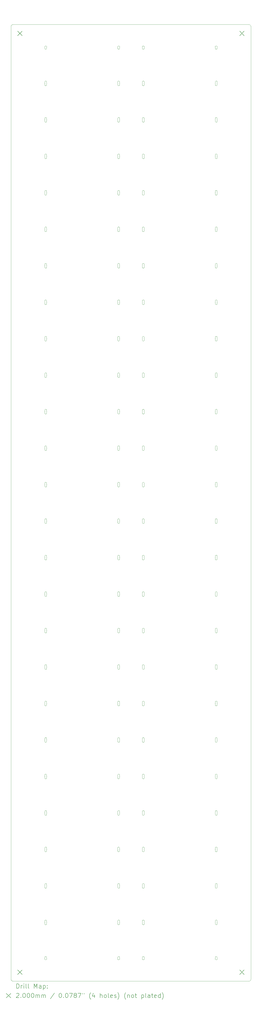
<source format=gbr>
%FSLAX45Y45*%
G04 Gerber Fmt 4.5, Leading zero omitted, Abs format (unit mm)*
G04 Created by KiCad (PCBNEW 6.0.0-rc2-unknown-a17a58203b~144~ubuntu21.04.1) date 2022-06-23 18:37:26*
%MOMM*%
%LPD*%
G01*
G04 APERTURE LIST*
%TA.AperFunction,Profile*%
%ADD10C,0.100000*%
%TD*%
%ADD11C,0.200000*%
G04 APERTURE END LIST*
D10*
X1505516Y-31929955D02*
X1504912Y-31926178D01*
X9126579Y-40148486D02*
X9124620Y-40145173D01*
X9197720Y-33468861D02*
X9199250Y-33474391D01*
X5873354Y-36713108D02*
X5875923Y-36710300D01*
X1589872Y-7443360D02*
X1589584Y-7487024D01*
X9190394Y-14113053D02*
X9186232Y-14117050D01*
X9203513Y-22146345D02*
X9204484Y-22150045D01*
X5934967Y-9045636D02*
X5938345Y-9050312D01*
X5950001Y-41693176D02*
X5949410Y-41696934D01*
X1588315Y-12314349D02*
X1589203Y-12318054D01*
X4763003Y-5867375D02*
X4764387Y-5863034D01*
X5876423Y-10860577D02*
X5873853Y-10857741D01*
X9187445Y-25315608D02*
X9190101Y-25318308D01*
X5887224Y-28564735D02*
X5890799Y-28563317D01*
X4764503Y-23802972D02*
X4762588Y-23797912D01*
X9169024Y-1105242D02*
X9165218Y-1105810D01*
X4850294Y-9139553D02*
X4849963Y-9143364D01*
X4830741Y-30196853D02*
X4833577Y-30199423D01*
X1518355Y-13928410D02*
X1520927Y-13925546D01*
X4843285Y-12313301D02*
X4844234Y-12317051D01*
X1518673Y-25505248D02*
X1516438Y-25502192D01*
X1585395Y-1086384D02*
X1583427Y-1089667D01*
X4814165Y-28561137D02*
X4817825Y-28562108D01*
X4835101Y-28573308D02*
X4837481Y-28576252D01*
X5879314Y-9040084D02*
X5882488Y-9037843D01*
X9115324Y-35173537D02*
X9115842Y-35169747D01*
X9128527Y-38523436D02*
X9126334Y-38520366D01*
X10708042Y-42607131D02*
X10708907Y-42602165D01*
X9192977Y-5972075D02*
X9190598Y-5975048D01*
X9198320Y-26960679D02*
X9199250Y-26964391D01*
X9116414Y-4264156D02*
X9115624Y-4260299D01*
X4850175Y-31926462D02*
X4849260Y-31932124D01*
X9143626Y-5778930D02*
X9147175Y-5777608D01*
X1590410Y-1020463D02*
X1590084Y-1022976D01*
X9140790Y-962306D02*
X9144471Y-961182D01*
X4849484Y-14012545D02*
X4850088Y-14016322D01*
X9162021Y-28773220D02*
X9156015Y-28773139D01*
X5864204Y-4229119D02*
X5864043Y-4225200D01*
X9126579Y-23873486D02*
X9124620Y-23870173D01*
X4850251Y-10763228D02*
X4850294Y-10767053D01*
X5948984Y-36797545D02*
X5949588Y-36801322D01*
X1510000Y-36872988D02*
X1509916Y-36827976D01*
X4779268Y-30392050D02*
X4776427Y-30389453D01*
X5882333Y-33650427D02*
X5879259Y-33648147D01*
X4764785Y-7488285D02*
X4764982Y-7485785D01*
X1516573Y-14109667D02*
X1514605Y-14106384D01*
X4760624Y-5887799D02*
X4760228Y-5883883D01*
X5921373Y-15751069D02*
X5917825Y-15752391D01*
X5909663Y-25306527D02*
X5913495Y-25307171D01*
X5939451Y-7598050D02*
X5937325Y-7601232D01*
X1580838Y-41719252D02*
X1576163Y-41722518D01*
X4837821Y-4345066D02*
X4834073Y-4349454D01*
X1576022Y-32020142D02*
X1573003Y-32022427D01*
X1589872Y-4188360D02*
X1589584Y-4232024D01*
X9120000Y-35109251D02*
X9120431Y-35103456D01*
X9116987Y-35188655D02*
X9116016Y-35184955D01*
X9195880Y-36890173D02*
X9193921Y-36893486D01*
X4810218Y-30400810D02*
X4806361Y-30401000D01*
X4774732Y-25504887D02*
X4772393Y-25501927D01*
X1516573Y-30384667D02*
X1514605Y-30381384D01*
X9199713Y-9211925D02*
X9198842Y-9215595D01*
X5943902Y-10693853D02*
X5944122Y-10697664D01*
X5940271Y-20446100D02*
X5941751Y-20449606D01*
X5927667Y-36905427D02*
X5924384Y-36907395D01*
X9168608Y-13913750D02*
X9172321Y-13914679D01*
X4764785Y-13998285D02*
X4764982Y-13995785D01*
X1586255Y-10849675D02*
X1584451Y-10853050D01*
X9200922Y-36786763D02*
X9203513Y-36793845D01*
X1590000Y-28735216D02*
X1589816Y-28739010D01*
X9201422Y-30313237D02*
X9200012Y-30320099D01*
X4845000Y-39992012D02*
X4845084Y-40037024D01*
X5896950Y-12498618D02*
X5893185Y-12497731D01*
X1505124Y-40053531D02*
X1505914Y-40049674D01*
X5860124Y-10770299D02*
X5859728Y-10766383D01*
X5948984Y-5875045D02*
X5949588Y-5878822D01*
X5873542Y-38340117D02*
X5877572Y-38335992D01*
X1581327Y-28759749D02*
X1578806Y-28762574D01*
X9172321Y-13914679D02*
X9175924Y-13915969D01*
X4782672Y-28566588D02*
X4786011Y-28564636D01*
X9118137Y-41705921D02*
X9116655Y-41702417D01*
X1588831Y-30372476D02*
X1587031Y-30377924D01*
X5883806Y-12291501D02*
X5887224Y-12289736D01*
X5938562Y-12481692D02*
X5935100Y-12486192D01*
X9134268Y-23882050D02*
X9131427Y-23879453D01*
X5913495Y-38327171D02*
X5917244Y-38328193D01*
X1509590Y-22177963D02*
X1509010Y-22175496D01*
X9147679Y-26934680D02*
X9151391Y-26933750D01*
X9188346Y-31826933D02*
X9190966Y-31829778D01*
X1537679Y-20635320D02*
X1534075Y-20634031D01*
X9204484Y-9130045D02*
X9205088Y-9133822D01*
X4765416Y-25435476D02*
X4765133Y-25433209D01*
X5933577Y-14115577D02*
X5930741Y-14118147D01*
X4799571Y-5776025D02*
X4805338Y-5775744D01*
X1504728Y-27037447D02*
X1505124Y-27033531D01*
X5944057Y-25342974D02*
X5944586Y-25389549D01*
X1593984Y-7502545D02*
X1594751Y-7508228D01*
X1572328Y-38533412D02*
X1567251Y-38536214D01*
X9199250Y-36729392D02*
X9199812Y-36733177D01*
X5863585Y-22139238D02*
X5864133Y-22136790D01*
X1519034Y-9230222D02*
X1516709Y-9227131D01*
X5859824Y-12388537D02*
X5860342Y-12384747D01*
X1504728Y-14017447D02*
X1505124Y-14013531D01*
X1505914Y-22147174D02*
X1507503Y-22142375D01*
X1507088Y-30307912D02*
X1505914Y-30304155D01*
X5868384Y-2543552D02*
X5870272Y-2540156D01*
X5910428Y-35283975D02*
X5904662Y-35284256D01*
X1593760Y-10774624D02*
X1592692Y-10778297D01*
X1590055Y-12415871D02*
X1590000Y-12460216D01*
X4796391Y-23678750D02*
X4800177Y-23678188D01*
X9200012Y-4280099D02*
X9200372Y-4321640D01*
X4765497Y-27065297D02*
X4765316Y-27061963D01*
X1589584Y-17252024D02*
X1589910Y-17254537D01*
X4807018Y-38538220D02*
X4801022Y-38538139D01*
X9147679Y-39954680D02*
X9151391Y-39953750D01*
X5928263Y-963787D02*
X5931652Y-965611D01*
X9120156Y-22225799D02*
X9120416Y-22180476D01*
X5933480Y-12298493D02*
X5936003Y-12301448D01*
X1595467Y-997424D02*
X1595433Y-1001273D01*
X9198184Y-14099882D02*
X9196735Y-14103448D01*
X4789075Y-30190969D02*
X4792679Y-30189680D01*
X4800282Y-10870810D02*
X4796475Y-10870242D01*
X1507107Y-38445465D02*
X1505956Y-38441817D01*
X9129723Y-15739885D02*
X9127385Y-15736924D01*
X4795057Y-2521278D02*
X4798861Y-2520579D01*
X5868229Y-23701099D02*
X5870043Y-23697754D01*
X1589716Y-10694502D02*
X1589872Y-10698361D01*
X5948013Y-36793845D02*
X5948984Y-36797545D01*
X1511680Y-36884321D02*
X1510750Y-36880608D01*
X9120431Y-2553456D02*
X9121194Y-2549664D01*
X4760228Y-27037447D02*
X4760624Y-27033531D01*
X4841811Y-35260507D02*
X4839054Y-35265506D01*
X9120818Y-33624309D02*
X9120284Y-33620498D01*
X9183149Y-10864354D02*
X9179854Y-10866343D01*
X4773856Y-10856589D02*
X4771579Y-10853486D01*
X4838921Y-1088486D02*
X4836644Y-1091589D01*
X9157715Y-2520260D02*
X9161638Y-2520277D01*
X5870164Y-38344791D02*
X5873542Y-38340117D01*
X5929746Y-4157756D02*
X5932577Y-4160300D01*
X5945422Y-30276763D02*
X5948013Y-30283845D01*
X5866680Y-4334321D02*
X5865750Y-4330608D01*
X1590000Y-31990216D02*
X1589586Y-31995890D01*
X9138287Y-19002229D02*
X9135200Y-19000062D01*
X1589566Y-22134275D02*
X1589867Y-22136790D01*
X1516880Y-5792588D02*
X1519216Y-5789628D01*
X5892679Y-20635320D02*
X5889075Y-20634031D01*
X9162021Y-35283220D02*
X9156015Y-35283139D01*
X1589182Y-23710690D02*
X1589716Y-23714502D01*
X9205308Y-991691D02*
X9205967Y-997424D01*
X1589566Y-38409275D02*
X1589867Y-38411790D01*
X9201422Y-40078237D02*
X9200012Y-40085099D01*
X1583427Y-30384667D02*
X1581147Y-30387741D01*
X1509785Y-1021715D02*
X1509331Y-1019222D01*
X4789122Y-27142997D02*
X4785646Y-27141343D01*
X9128856Y-7601589D02*
X9126579Y-7598486D01*
X5886011Y-22259864D02*
X5882672Y-22257912D01*
X9131654Y-22061433D02*
X9134542Y-22058861D01*
X1562257Y-26935699D02*
X1565878Y-26937002D01*
X4785646Y-33651343D02*
X4782351Y-33649354D01*
X1590084Y-22180476D02*
X1590000Y-22225216D01*
X9141011Y-38329636D02*
X9144527Y-38328024D01*
X4764578Y-22175737D02*
X4761987Y-22168655D01*
X1589584Y-9114524D02*
X1589910Y-9117037D01*
X1587720Y-14101138D02*
X1586255Y-14104674D01*
X5896391Y-1106250D02*
X5892679Y-1105320D01*
X1589717Y-35107306D02*
X1589866Y-35111086D01*
X1574541Y-2726321D02*
X1571414Y-2728458D01*
X4845410Y-38412037D02*
X4845922Y-38414263D01*
X9120000Y-17207012D02*
X9120422Y-17201278D01*
X5882672Y-15747912D02*
X5879542Y-15745639D01*
X4831515Y-22254038D02*
X4828488Y-22256348D01*
X9197720Y-30213861D02*
X9199250Y-30219391D01*
X1585490Y-2713433D02*
X1583562Y-2716692D01*
X4765047Y-36735086D02*
X4765750Y-36729392D01*
X4850175Y-12396462D02*
X4849260Y-12402124D01*
X5913608Y-4361250D02*
X5909823Y-4361812D01*
X4844250Y-4179391D02*
X4844812Y-4183177D01*
X9200370Y-35243868D02*
X9200003Y-35249577D01*
X1562321Y-20635320D02*
X1558608Y-20636250D01*
X9116729Y-28656026D02*
X9119085Y-28649238D01*
X4760624Y-28672799D02*
X4760228Y-28668883D01*
X4845000Y-33482012D02*
X4845084Y-33527024D01*
X9201422Y-4273237D02*
X9200012Y-4280099D01*
X9192481Y-22066253D02*
X9194565Y-22069414D01*
X9203192Y-36818297D02*
X9201422Y-36823237D01*
X1562321Y-1105320D02*
X1558608Y-1106250D01*
X4845372Y-33616640D02*
X4845216Y-33620498D01*
X4760624Y-17268531D02*
X4761414Y-17264674D01*
X4764982Y-23760785D02*
X4765000Y-23717012D01*
X9153861Y-28560579D02*
X9157715Y-28560260D01*
X1516573Y-7599667D02*
X1514605Y-7596384D01*
X4779268Y-4352050D02*
X4776427Y-4349454D01*
X4796391Y-26933750D02*
X4800177Y-26933188D01*
X9183149Y-1099354D02*
X9179854Y-1101343D01*
X9155177Y-36698188D02*
X9160988Y-36698000D01*
X9155177Y-26933188D02*
X9159012Y-26933000D01*
X4764387Y-30275534D02*
X4764785Y-30273285D01*
X9205251Y-23783228D02*
X9205294Y-23787053D01*
X5885223Y-38534910D02*
X5881996Y-38532928D01*
X5899576Y-26934186D02*
X5903389Y-26934000D01*
X9122996Y-17356683D02*
X9121725Y-17353050D01*
X9128856Y-1091589D02*
X9125558Y-1086854D01*
X9199952Y-18832805D02*
X9200086Y-18879550D01*
X9199250Y-7434391D02*
X9199812Y-7438177D01*
X4845013Y-12417069D02*
X4845370Y-12458868D01*
X5943313Y-30220093D02*
X5943902Y-30223852D01*
X5865188Y-30366823D02*
X5865000Y-30362988D01*
X1505124Y-23778531D02*
X1505914Y-23774674D01*
X1584200Y-971547D02*
X1586771Y-974411D01*
X5929746Y-36707756D02*
X5933896Y-36711673D01*
X5900177Y-33656812D02*
X5896391Y-33656250D01*
X4764127Y-1016788D02*
X4763143Y-1014338D01*
X4842720Y-33468861D02*
X4844250Y-33474391D01*
X3084Y-42612096D02*
X4454Y-42616973D01*
X9127385Y-18991924D02*
X9124441Y-18987094D01*
X4837481Y-35086253D02*
X4839565Y-35089414D01*
X4814165Y-9031137D02*
X4817825Y-9032108D01*
X5864590Y-17295463D02*
X5864010Y-17292996D01*
X5864456Y-17251363D02*
X5864204Y-17249119D01*
X1590922Y-2645737D02*
X1590410Y-2647963D01*
X1520927Y-36710546D02*
X1523768Y-36707950D01*
X1559165Y-32028363D02*
X1555428Y-32028975D01*
X4849260Y-31932124D02*
X4848192Y-31935797D01*
X9122996Y-20611683D02*
X9121725Y-20608050D01*
X5913608Y-17381250D02*
X5909823Y-17381812D01*
X5874666Y-41720416D02*
X5871716Y-41718016D01*
X9179384Y-10662605D02*
X9182667Y-10664573D01*
X5864916Y-23807975D02*
X5864590Y-23805463D01*
X5945000Y-30362988D02*
X5944812Y-30366823D01*
X5890799Y-22053317D02*
X5894497Y-22052257D01*
X9117588Y-17287913D02*
X9116414Y-17284156D01*
X1554718Y-39954190D02*
X1558525Y-39954758D01*
X5929746Y-17177756D02*
X5932577Y-17180300D01*
X9205294Y-20532053D02*
X9204963Y-20535864D01*
X5898281Y-38326567D02*
X5902115Y-38326253D01*
X4848192Y-33563297D02*
X4846422Y-33568237D01*
X5888532Y-26936936D02*
X5892118Y-26935661D01*
X5945422Y-20511763D02*
X5948013Y-20518845D01*
X9183921Y-18803186D02*
X9186934Y-18805611D01*
X5882166Y-25312506D02*
X5885493Y-25310575D01*
X9204484Y-36797545D02*
X9205251Y-36803228D01*
X4769441Y-12477094D02*
X4767880Y-12473660D01*
X4796950Y-9030882D02*
X4800784Y-9030372D01*
X5858841Y-41691281D02*
X5858804Y-41687477D01*
X5938562Y-32011692D02*
X5935100Y-32016192D01*
X9141011Y-9034636D02*
X9144527Y-9033024D01*
X5864039Y-9107670D02*
X5864374Y-9070440D01*
X4773673Y-12300251D02*
X4776194Y-12297426D01*
X5917321Y-1105320D02*
X5913608Y-1106250D01*
X4760412Y-22161178D02*
X4760180Y-22157360D01*
X9179854Y-17376343D02*
X9176378Y-17377998D01*
X5944568Y-38506544D02*
X5943285Y-38512199D01*
X5941707Y-9057221D02*
X5943302Y-9062764D01*
X9147743Y-40164301D02*
X9144122Y-40162998D01*
X9120000Y-41619251D02*
X9120431Y-41613456D01*
X4772385Y-15736924D02*
X4770344Y-15733751D01*
X4849484Y-20522545D02*
X4850088Y-20526322D01*
X4832685Y-23880787D02*
X4828149Y-23884354D01*
X4764085Y-35159238D02*
X4764633Y-35156791D01*
X5913050Y-25519118D02*
X5909216Y-25519628D01*
X5864039Y-2597670D02*
X5864374Y-2560440D01*
X5865618Y-10688239D02*
X5867446Y-10682835D01*
X4834691Y-5788323D02*
X4837167Y-5791295D01*
X9198320Y-10685679D02*
X9199250Y-10689392D01*
X1509331Y-1019222D02*
X1508627Y-1016788D01*
X4849484Y-30287545D02*
X4850251Y-30293228D01*
X1505124Y-36798531D02*
X1505914Y-36794674D01*
X9120284Y-14090498D02*
X9120128Y-14086639D01*
X1524259Y-4353147D02*
X1521423Y-4350577D01*
X9120416Y-35200476D02*
X9120133Y-35198209D01*
X9126579Y-10853486D02*
X9124620Y-10850173D01*
X1509003Y-35195472D02*
X1507107Y-35190465D01*
X4801015Y-19008139D02*
X4797274Y-19007657D01*
X1594463Y-36810864D02*
X1593760Y-36814624D01*
X5941751Y-4174605D02*
X5943313Y-4180093D01*
X1520927Y-20435546D02*
X1523768Y-20432950D01*
X4765316Y-33571964D02*
X4764503Y-33567972D01*
X5905111Y-7404000D02*
X5908924Y-7404186D01*
X1505901Y-41676298D02*
X1507094Y-41673280D01*
X9165218Y-14125810D02*
X9161361Y-14126000D01*
X1589910Y-9117037D02*
X1590422Y-9119263D01*
X4766659Y-5960090D02*
X4765788Y-5956419D01*
X1594463Y-4260864D02*
X1593760Y-4264624D01*
X5945422Y-22139263D02*
X5948013Y-22146345D01*
X1509819Y-38454489D02*
X1509003Y-38450472D01*
X5871573Y-27129667D02*
X5869605Y-27126384D01*
X9204484Y-7502545D02*
X9205251Y-7508228D01*
X9200410Y-22137037D02*
X9200922Y-22139263D01*
X9186232Y-14117050D02*
X9183149Y-14119354D01*
X5926682Y-26940500D02*
X5929747Y-26942756D01*
X9191644Y-27131589D02*
X9189073Y-27134453D01*
X9120000Y-25344251D02*
X9120431Y-25338456D01*
X1509999Y-35105417D02*
X1511194Y-35099833D01*
X1526207Y-15548333D02*
X1529394Y-15546317D01*
X5933577Y-40155577D02*
X5930741Y-40158147D01*
X9204963Y-2633364D02*
X9204260Y-2637124D01*
X9174616Y-2522726D02*
X9178096Y-2524219D01*
X5869701Y-32008824D02*
X5868031Y-32005336D01*
X1589872Y-20463360D02*
X1589584Y-20507024D01*
X1577432Y-38336724D02*
X1580091Y-38339451D01*
X4820924Y-33445969D02*
X4824384Y-33447605D01*
X9165832Y-19007969D02*
X9162021Y-19008220D01*
X1529763Y-35076633D02*
X1533183Y-35074955D01*
X9119982Y-17250785D02*
X9120000Y-17207012D01*
X4850933Y-1001273D02*
X4850171Y-1006993D01*
X1541755Y-25306855D02*
X1545495Y-25306371D01*
X4845367Y-17254290D02*
X4845922Y-17256763D01*
X4837481Y-38341253D02*
X4839565Y-38344414D01*
X4845012Y-30320099D02*
X4845372Y-30361639D01*
X9199275Y-23861191D02*
X9198184Y-23864882D01*
X31461Y-42660302D02*
X34506Y-42663053D01*
X5859680Y-2627360D02*
X5859824Y-2623537D01*
X4845084Y-30272024D02*
X4845410Y-30274537D01*
X4802086Y-36698047D02*
X4805988Y-36698000D01*
X9119982Y-10740785D02*
X9120000Y-10697012D01*
X9176832Y-35280030D02*
X9173267Y-35281367D01*
X9116987Y-12403655D02*
X9116016Y-12399955D01*
X1566374Y-9241070D02*
X1562825Y-9242392D01*
X9121659Y-35255090D02*
X9120788Y-35251420D01*
X1509078Y-31940737D02*
X1506487Y-31933655D01*
X9172321Y-30189679D02*
X9175924Y-30190969D01*
X5949794Y-5884553D02*
X5949463Y-5888364D01*
X9165428Y-38325525D02*
X9169165Y-38326137D01*
X1551499Y-22051287D02*
X1555312Y-22051536D01*
X4782672Y-25311588D02*
X4786011Y-25309636D01*
X1587684Y-7430118D02*
X1589182Y-7435690D01*
X5928003Y-5982427D02*
X5924777Y-5984410D01*
X9121680Y-7430679D02*
X9123745Y-7425325D01*
X4806361Y-30401000D02*
X4800282Y-30400810D01*
X9116729Y-15636026D02*
X9119085Y-15629238D01*
X9196737Y-41713906D02*
X9194168Y-41716711D01*
X5941237Y-41713906D02*
X5937284Y-41718016D01*
X8305Y-60127D02*
X6061Y-65749D01*
X9115324Y-28663537D02*
X9115842Y-28659747D01*
X4830300Y-9235564D02*
X4827213Y-9237731D01*
X1519034Y-18995221D02*
X1516709Y-18992130D01*
X9115842Y-28659747D02*
X9116729Y-28656026D01*
X9204963Y-15653364D02*
X9204260Y-15657124D01*
X5930937Y-35081510D02*
X5933692Y-35084195D01*
X9148596Y-2731815D02*
X9145017Y-2730622D01*
X1562751Y-41583135D02*
X1566318Y-41584471D01*
X9189073Y-7604453D02*
X9186232Y-7607050D01*
X5861229Y-12381026D02*
X5863585Y-12374238D01*
X4844953Y-20460086D02*
X4845086Y-20507050D01*
X5913487Y-18797171D02*
X5917236Y-18798193D01*
X4805988Y-20423000D02*
X4809823Y-20423188D01*
X9192325Y-36713768D02*
X9194451Y-36716950D01*
X9115228Y-9134947D02*
X9115624Y-9131031D01*
X5900784Y-5989128D02*
X5896950Y-5988618D01*
X9204260Y-38442124D02*
X9203192Y-38445797D01*
X4796391Y-17168750D02*
X4800177Y-17168188D01*
X4792743Y-1104301D02*
X4789122Y-1102998D01*
X5892118Y-26935661D02*
X5895811Y-26934741D01*
X1520489Y-38338239D02*
X1523229Y-38335648D01*
X9200216Y-33620498D02*
X9199275Y-33626191D01*
X9116414Y-40049674D02*
X9118003Y-40044875D01*
X4823562Y-12494232D02*
X4818267Y-12496367D01*
X5866680Y-14099321D02*
X5865750Y-14095608D01*
X4765795Y-38506425D02*
X4765163Y-38500805D01*
X1558525Y-39954758D02*
X1562257Y-39955699D01*
X1572667Y-40160427D02*
X1569384Y-40162395D01*
X1516709Y-9227131D02*
X1514701Y-9223824D01*
X5863887Y-14000534D02*
X5864456Y-13996363D01*
X5945422Y-33531763D02*
X5948013Y-33538845D01*
X5932120Y-22062115D02*
X5936012Y-22066451D01*
X1587070Y-18820749D02*
X1588315Y-18824349D01*
X1512496Y-10683317D02*
X1515058Y-10678146D01*
X9159662Y-41580244D02*
X9165428Y-41580525D01*
X4842093Y-22074498D02*
X4843356Y-22078068D01*
X9138585Y-12291542D02*
X9141904Y-12289719D01*
X4782351Y-7609354D02*
X4779268Y-7607050D01*
X5916382Y-23680661D02*
X5919967Y-23681936D01*
X5923412Y-33448554D02*
X5926682Y-33450500D01*
X9198184Y-7589882D02*
X9196735Y-7593448D01*
X9128527Y-25503435D02*
X9126334Y-25500366D01*
X5916382Y-36700661D02*
X5919967Y-36701936D01*
X9134259Y-20431853D02*
X9137333Y-20429573D01*
X9116987Y-2638655D02*
X9116016Y-2634955D01*
X9175924Y-7405969D02*
X9179384Y-7407605D01*
X5938291Y-25502630D02*
X5935966Y-25505721D01*
X5864204Y-7484119D02*
X5864043Y-7480200D01*
X4760624Y-33543531D02*
X4761414Y-33539674D01*
X1593698Y-1010717D02*
X1590990Y-1017996D01*
X5900177Y-30401812D02*
X5896391Y-30401250D01*
X9128673Y-18810251D02*
X9132555Y-18806108D01*
X5873713Y-35085456D02*
X5877815Y-35081321D01*
X1592692Y-14033297D02*
X1590922Y-14038237D01*
X4796391Y-30188750D02*
X4800177Y-30188188D01*
X1509819Y-15669489D02*
X1509003Y-15665472D01*
X4843184Y-30374882D02*
X4841735Y-30378448D01*
X5945915Y-25430762D02*
X5945367Y-25433209D01*
X9165428Y-41580525D02*
X9169165Y-41581137D01*
X9120000Y-15579251D02*
X9120431Y-15573456D01*
X9152274Y-35282657D02*
X9148596Y-35281815D01*
X4778847Y-965611D02*
X4782237Y-963787D01*
X1590410Y-7530463D02*
X1590084Y-7532976D01*
X9116414Y-27049155D02*
X9115624Y-27045299D01*
X5862088Y-5895412D02*
X5860914Y-5891655D01*
X1093Y-85335D02*
X577Y-89380D01*
X1513031Y-5965336D02*
X1511715Y-5961699D01*
X1589586Y-31995890D02*
X1588355Y-32001432D01*
X9194451Y-33461950D02*
X9196255Y-33465325D01*
X4817321Y-17169680D02*
X4820924Y-17170969D01*
X9179854Y-4356343D02*
X9176378Y-4357998D01*
X4845003Y-18974577D02*
X4843808Y-18980159D01*
X9191644Y-40151589D02*
X9189073Y-40154454D01*
X1508825Y-7490802D02*
X1509988Y-7484901D01*
X1534075Y-40164031D02*
X1530615Y-40162395D01*
X5945922Y-30313237D02*
X5945367Y-30315709D01*
X1588855Y-22234606D02*
X1587767Y-22238233D01*
X9137351Y-33649354D02*
X9134268Y-33647050D01*
X9144075Y-30190969D02*
X9147679Y-30189680D01*
X4765413Y-5809110D02*
X4766144Y-5805394D01*
X1509916Y-9160476D02*
X1509590Y-9157963D01*
X4792679Y-39954680D02*
X4796391Y-39953750D01*
X5865046Y-25482621D02*
X5864914Y-25435450D01*
X4796475Y-10870242D02*
X4792743Y-10869301D01*
X1572667Y-17375427D02*
X1569384Y-17377395D01*
X9201490Y-22175496D02*
X9200013Y-22182069D01*
X9120788Y-5956419D02*
X9120276Y-5952682D01*
X9120319Y-38454489D02*
X9119503Y-38450472D01*
X9200216Y-10835498D02*
X9199275Y-10841191D01*
X9115624Y-5876031D02*
X9116414Y-5872174D01*
X4844812Y-30223177D02*
X4845000Y-30227012D01*
X4823562Y-22259232D02*
X4818267Y-22261367D01*
X4845410Y-35157037D02*
X4845922Y-35159263D01*
X4834073Y-4349454D02*
X4831232Y-4352050D01*
X1510677Y-18826241D02*
X1511724Y-18822618D01*
X4846490Y-22175496D02*
X4845013Y-22182069D01*
X1518355Y-17183411D02*
X1520927Y-17180546D01*
X5943831Y-10842476D02*
X5942720Y-10846139D01*
X1594588Y-23781322D02*
X1594794Y-23787053D01*
X4775996Y-12486277D02*
X4773518Y-12483433D01*
X9156458Y-18795855D02*
X9160338Y-18795744D01*
X1594794Y-25414553D02*
X1594463Y-25418364D01*
X5944586Y-25389549D02*
X5944910Y-25392037D01*
X9144527Y-25308024D02*
X9148185Y-25306768D01*
X5948013Y-27028845D02*
X5948984Y-27032545D01*
X4785616Y-17172605D02*
X4789075Y-17170969D01*
X1590922Y-25430737D02*
X1590410Y-25432963D01*
X9120128Y-20596639D02*
X9120497Y-20555297D01*
X9134259Y-33451853D02*
X9137333Y-33449573D01*
X1589716Y-36734502D02*
X1589872Y-36738360D01*
X5941333Y-15731737D02*
X5938562Y-15736692D01*
X9131423Y-13924423D02*
X9134259Y-13921853D01*
X5869605Y-7596384D02*
X5867969Y-7592924D01*
X9201490Y-35195496D02*
X9200013Y-35202069D01*
X9194941Y-23871853D02*
X9192821Y-23875066D01*
X9117588Y-14032912D02*
X9116414Y-14029155D01*
X1518853Y-27132741D02*
X1516573Y-27129667D01*
X4773853Y-20437259D02*
X4776423Y-20434423D01*
X4826414Y-38331042D02*
X4829541Y-38333179D01*
X5864862Y-9064623D02*
X5866209Y-9058956D01*
X4764085Y-20511738D02*
X4764633Y-20509290D01*
X4765788Y-18976420D02*
X4765156Y-18970799D01*
X9150835Y-5776637D02*
X9154571Y-5776025D01*
X5912689Y-33444741D02*
X5916382Y-33445661D01*
X4787325Y-36701745D02*
X4792679Y-36699680D01*
X9119816Y-38410536D02*
X9119980Y-38408225D01*
X5917244Y-38328193D02*
X5920872Y-38329583D01*
X9119982Y-7485785D02*
X9120000Y-7442012D01*
X5904662Y-9244256D02*
X5900784Y-9244128D01*
X1524259Y-14118147D02*
X1521423Y-14115577D01*
X4810832Y-12497969D02*
X4807021Y-12498220D01*
X9178383Y-961699D02*
X9182005Y-963002D01*
X9196811Y-22240507D02*
X9194054Y-22245506D01*
X5862503Y-36789875D02*
X5863887Y-36785534D01*
X1562321Y-17380320D02*
X1558608Y-17381250D01*
X5870043Y-10677754D02*
X5873354Y-10673108D01*
X4791341Y-35072351D02*
X4795057Y-35071278D01*
X9120788Y-18976420D02*
X9120156Y-18970799D01*
X1504728Y-23782447D02*
X1505124Y-23778531D01*
X9126579Y-27128486D02*
X9124620Y-27125173D01*
X9165832Y-15752969D02*
X9162021Y-15753220D01*
X4766194Y-35099664D02*
X4767328Y-35095966D01*
X5862503Y-40044875D02*
X5863887Y-40040534D01*
X9118003Y-30279874D02*
X9119387Y-30275534D01*
X5870043Y-7422754D02*
X5873354Y-7418108D01*
X9152274Y-5987656D02*
X9148596Y-5986815D01*
X5945055Y-2650871D02*
X5945000Y-2695216D01*
X9182005Y-963002D02*
X9187152Y-965611D01*
X4787021Y-41726341D02*
X4783438Y-41725067D01*
X5949158Y-28675252D02*
X5948271Y-28678973D01*
X9150057Y-35071278D02*
X9153861Y-35070579D01*
X9187940Y-22252775D02*
X9183488Y-22256348D01*
X9117588Y-10777913D02*
X9116414Y-10774156D01*
X4844234Y-12317051D02*
X4844952Y-12322805D01*
X4761016Y-22164955D02*
X4760412Y-22161178D01*
X9150057Y-28561278D02*
X9153861Y-28560579D01*
X5945000Y-31990216D02*
X5944586Y-31995890D01*
X5942720Y-4336139D02*
X5940395Y-4341384D01*
X4760624Y-4260299D02*
X4760228Y-4256383D01*
X5864043Y-36775200D02*
X5864378Y-36737664D01*
X1577190Y-20626897D02*
X1574232Y-20629325D01*
X4766169Y-7432524D02*
X4767969Y-7427075D01*
X5942031Y-23867924D02*
X5940395Y-23871384D01*
X5864378Y-30227664D02*
X5864846Y-30221965D01*
X9172825Y-38327108D02*
X9176374Y-38328430D01*
X1589584Y-33527024D02*
X1589910Y-33529537D01*
X4804012Y-39953000D02*
X4809823Y-39953188D01*
X1553415Y-15541365D02*
X1557199Y-15541799D01*
X1577441Y-18806726D02*
X1581326Y-18810912D01*
X9120000Y-26972012D02*
X9120422Y-26966278D01*
X1576023Y-9235142D02*
X1573004Y-9237428D01*
X4764633Y-2606791D02*
X4764930Y-2604337D01*
X5885290Y-962306D02*
X5888971Y-961182D01*
X5893117Y-35073152D02*
X5896911Y-35072318D01*
X1593760Y-38442124D02*
X1592692Y-38445797D01*
X9172757Y-23889301D02*
X9169024Y-23890242D01*
X9115180Y-15647360D02*
X9115324Y-15643537D01*
X9203513Y-5871345D02*
X9204484Y-5875045D01*
X1587031Y-33632925D02*
X1585395Y-33636384D01*
X9125549Y-10676950D02*
X9128853Y-10672259D01*
X9121680Y-20450679D02*
X9123745Y-20445326D01*
X4790017Y-35280622D02*
X4786570Y-35279089D01*
X5938456Y-4167754D02*
X5940271Y-4171099D01*
X5879259Y-7608147D02*
X5876423Y-7605577D01*
X4765416Y-35200476D02*
X4765090Y-35197963D01*
X9134259Y-26941853D02*
X9137333Y-26939573D01*
X4779542Y-28568861D02*
X4782672Y-28566588D01*
X4845922Y-17256763D02*
X4848513Y-17263845D01*
X4784906Y-28768199D02*
X4781717Y-28766183D01*
X4806361Y-17381000D02*
X4800282Y-17380810D01*
X4839451Y-26951950D02*
X4842031Y-26957075D01*
X4773855Y-23876589D02*
X4771579Y-23873486D01*
X9115228Y-10762447D02*
X9115624Y-10758531D01*
X5886011Y-5984864D02*
X5882672Y-5982912D01*
X4765128Y-23851639D02*
X4765497Y-23810297D01*
X5866680Y-36884321D02*
X5865750Y-36880608D01*
X4781996Y-18802572D02*
X4785223Y-18800590D01*
X9203513Y-33538845D02*
X9204484Y-33542545D01*
X4785616Y-7407605D02*
X4789075Y-7405969D01*
X5939312Y-2541975D02*
X5940996Y-2545434D01*
X1524259Y-27138147D02*
X1521423Y-27135577D01*
X23820Y-35236D02*
X21227Y-38416D01*
X4765127Y-5948900D02*
X4765497Y-5907798D01*
X4764930Y-15624337D02*
X4765000Y-15579251D01*
X5864010Y-27057996D02*
X5862088Y-27052912D01*
X5929747Y-10667756D02*
X5933896Y-10671673D01*
X4833577Y-4159423D02*
X4836147Y-4162259D01*
X1523229Y-15550647D02*
X1526207Y-15548333D01*
X1514605Y-17361384D02*
X1512969Y-17357925D01*
X4844250Y-7434391D02*
X4844812Y-7438177D01*
X4761414Y-14009674D02*
X4763003Y-14004874D01*
X9192821Y-33640066D02*
X9190394Y-33643053D01*
X1594808Y-991691D02*
X1595467Y-997424D01*
X4767880Y-15728660D02*
X4766659Y-15725090D01*
X9121144Y-31845394D02*
X9122232Y-31841767D01*
X9128518Y-12483433D02*
X9126326Y-12480362D01*
X18224Y-42645035D02*
X21227Y-42649084D01*
X4806361Y-4361000D02*
X4800282Y-4360810D01*
X4777336Y-35272606D02*
X4774723Y-35269885D01*
X4797274Y-32027656D02*
X4793596Y-32026815D01*
X9141011Y-15544636D02*
X9144527Y-15543024D01*
X9148185Y-9031769D02*
X9151950Y-9030882D01*
X1560922Y-28562599D02*
X1564550Y-28563759D01*
X9190101Y-15553308D02*
X9192481Y-15556252D01*
X5935966Y-25505721D02*
X5931934Y-25509889D01*
X9119785Y-40038285D02*
X9119982Y-40035785D01*
X9122328Y-25330966D02*
X9124701Y-25325675D01*
X9196811Y-15730507D02*
X9194054Y-15735505D01*
X1573003Y-12492427D02*
X1568095Y-12495281D01*
X1593760Y-14029624D02*
X1592692Y-14033297D01*
X5871709Y-2717130D02*
X5869701Y-2713824D01*
X1505124Y-10758531D02*
X1505914Y-10754675D01*
X4814589Y-19007350D02*
X4810832Y-19007969D01*
X4778976Y-9234536D02*
X4776189Y-9231942D01*
X5868229Y-26956099D02*
X5871071Y-26951152D01*
X1505914Y-9146656D02*
X1505124Y-9142799D01*
X4778977Y-18804858D02*
X4781996Y-18802572D01*
X9116987Y-15658655D02*
X9116016Y-15654955D01*
X4810832Y-5987969D02*
X4807021Y-5988220D01*
X9191644Y-7601589D02*
X9189073Y-7604453D01*
X4771579Y-10853486D02*
X4769620Y-10850173D01*
X1536275Y-31818252D02*
X1539906Y-31817232D01*
X5945000Y-2695216D02*
X5944586Y-2700890D01*
X4762588Y-28680412D02*
X4761414Y-28676655D01*
X4761414Y-7519155D02*
X4760624Y-7515299D01*
X4789122Y-10867998D02*
X4785646Y-10866343D01*
X4785616Y-4152605D02*
X4789075Y-4150969D01*
X5863585Y-28649238D02*
X5864133Y-28646790D01*
X1587070Y-5800749D02*
X1588315Y-5804349D01*
X5860914Y-4264156D02*
X5860124Y-4260299D01*
X5876654Y-18998067D02*
X5874034Y-18995221D01*
X1589584Y-27017024D02*
X1589910Y-27019537D01*
X1594588Y-12388822D02*
X1594819Y-12392640D01*
X5933577Y-1095577D02*
X5930741Y-1098147D01*
X9128855Y-27131589D02*
X9126579Y-27128486D01*
X9200372Y-4321640D02*
X9200216Y-4325498D01*
X4789122Y-14122997D02*
X4785646Y-14121343D01*
X1549662Y-9244256D02*
X1545784Y-9244128D01*
X4809823Y-20423188D02*
X4813608Y-20423750D01*
X5864204Y-30269119D02*
X5864043Y-30265200D01*
X1590000Y-23852988D02*
X1589812Y-23856823D01*
X1505124Y-20535299D02*
X1504728Y-20531383D01*
X1590922Y-28685737D02*
X1590410Y-28687963D01*
X10674764Y-23820D02*
X10671584Y-21227D01*
X5944910Y-41667037D02*
X5945490Y-41669503D01*
X4814589Y-2732350D02*
X4810832Y-2732969D01*
X4764387Y-40040534D02*
X4764785Y-40038285D01*
X9197093Y-38349498D02*
X9198356Y-38353068D01*
X1594158Y-5890252D02*
X1593271Y-5893973D01*
X5889075Y-14124031D02*
X5885615Y-14122394D01*
X5888995Y-5778983D02*
X5892636Y-5777742D01*
X4849484Y-18895045D02*
X4850088Y-18898822D01*
X4836823Y-5973591D02*
X4834302Y-5976444D01*
X4789122Y-17377998D02*
X4785646Y-17376343D01*
X1540975Y-4149758D02*
X1544782Y-4149190D01*
X5873713Y-2535456D02*
X5876380Y-2532630D01*
X9178096Y-22054219D02*
X9181414Y-22056042D01*
X1505167Y-35183074D02*
X1504749Y-35179272D01*
X5885493Y-31820576D02*
X5890800Y-31818317D01*
X4764393Y-9118009D02*
X4764816Y-9115536D01*
X4837821Y-10855066D02*
X4835394Y-10858053D01*
X5919967Y-39956936D02*
X5923412Y-39958554D01*
X4791340Y-38327351D02*
X4795057Y-38326278D01*
X1586375Y-9054597D02*
X1587767Y-9058102D01*
X5920924Y-4359031D02*
X5917321Y-4360320D01*
X4764578Y-25430737D02*
X4761987Y-25423655D01*
X5912127Y-2522382D02*
X5915873Y-2523259D01*
X1592692Y-40073297D02*
X1590922Y-40078237D01*
X9183149Y-23884354D02*
X9179853Y-23886343D01*
X5866680Y-7589321D02*
X5865750Y-7585608D01*
X5864590Y-10785463D02*
X5864010Y-10782996D01*
X1513938Y-38347420D02*
X1516880Y-38342591D01*
X5945422Y-31904263D02*
X5948013Y-31911345D01*
X5859728Y-9134947D02*
X5860124Y-9131031D01*
X1537679Y-33655320D02*
X1534075Y-33654031D01*
X10649873Y-8305D02*
X10644251Y-6061D01*
X9191823Y-38523588D02*
X9189302Y-38526442D01*
X79401Y-42685344D02*
X84383Y-42686262D01*
X5912689Y-26934741D02*
X5916382Y-26935661D01*
X5947692Y-20543297D02*
X5945922Y-20548237D01*
X1590922Y-38450737D02*
X1590410Y-38452963D01*
X9115228Y-14017447D02*
X9115624Y-14013531D01*
X5920924Y-33654031D02*
X5917321Y-33655320D01*
X5912689Y-7404741D02*
X5916382Y-7405661D01*
X9200568Y-979147D02*
X9202362Y-982553D01*
X9138296Y-25512230D02*
X9135208Y-25510063D01*
X4768031Y-28584164D02*
X4770664Y-28578998D01*
X9165428Y-22050525D02*
X9169165Y-22051137D01*
X1592692Y-23798297D02*
X1590922Y-23803237D01*
X9137333Y-10664573D02*
X9140616Y-10662605D01*
X9203513Y-30283845D02*
X9204484Y-30287545D01*
X5945000Y-17342988D02*
X5944812Y-17346823D01*
X1592692Y-27053297D02*
X1590922Y-27058237D01*
X1584550Y-22070616D02*
X1586308Y-22073995D01*
X4828303Y-41724301D02*
X4824786Y-41725748D01*
X1505124Y-17280299D02*
X1504728Y-17276383D01*
X9134259Y-36706853D02*
X9137333Y-36704573D01*
X5862503Y-14004874D02*
X5863887Y-14000534D01*
X5945915Y-31940762D02*
X5945367Y-31943209D01*
X4760228Y-17276383D02*
X4760228Y-17272447D01*
X5896391Y-27146250D02*
X5892679Y-27145320D01*
X1509986Y-22084953D02*
X1511157Y-22079422D01*
X1590055Y-18925871D02*
X1590000Y-18970216D01*
X5866802Y-31841704D02*
X5869197Y-31836458D01*
X5932577Y-13925300D02*
X5935146Y-13928108D01*
X9123823Y-35092399D02*
X9125664Y-35088998D01*
X5860516Y-18909955D02*
X5859912Y-18906178D01*
X1510431Y-12466044D02*
X1510048Y-12462195D01*
X1565878Y-7407002D02*
X1569354Y-7408657D01*
X4849260Y-40069624D02*
X4848192Y-40073297D01*
X5860914Y-40049674D02*
X5862503Y-40044875D01*
X4832191Y-20433103D02*
X4836147Y-20437259D01*
X9196255Y-33465325D02*
X9197720Y-33468861D01*
X4767888Y-25493664D02*
X4766667Y-25490095D01*
X9184541Y-35078179D02*
X9187445Y-35080608D01*
X1587684Y-39980118D02*
X1589182Y-39985691D01*
X4843184Y-14099882D02*
X4841735Y-14103448D01*
X1579897Y-20624191D02*
X1577190Y-20626897D01*
X4764387Y-33530534D02*
X4764785Y-33528285D01*
X9204260Y-10774624D02*
X9203192Y-10778297D01*
X5866715Y-9216699D02*
X5865766Y-9212949D01*
X1541391Y-23891250D02*
X1537679Y-23890320D01*
X1238Y-42603117D02*
X2156Y-42608099D01*
X4762588Y-10777913D02*
X4761414Y-10774156D01*
X9119387Y-14000534D02*
X9119785Y-13998285D01*
X1589872Y-17208360D02*
X1589584Y-17252024D01*
X4821378Y-27142998D02*
X4817757Y-27144301D01*
X9203192Y-30308297D02*
X9201422Y-30313237D01*
X1509916Y-7532976D02*
X1509590Y-7530463D01*
X5865188Y-4326823D02*
X5865000Y-4322988D01*
X4780200Y-35275062D02*
X4777336Y-35272606D01*
X9200410Y-12372037D02*
X9200922Y-12374263D01*
X4774034Y-22064278D02*
X4776654Y-22061433D01*
X1554718Y-10659190D02*
X1558525Y-10659758D01*
X1509987Y-5857931D02*
X1509625Y-5815602D01*
X4843320Y-20450679D02*
X4844250Y-20454392D01*
X1510004Y-33477590D02*
X1511225Y-33471950D01*
X4760324Y-15643537D02*
X4760842Y-15639747D01*
X1574232Y-23884325D02*
X1569384Y-23887395D01*
X9186023Y-41589358D02*
X9188806Y-41591926D01*
X1587684Y-17195118D02*
X1589182Y-17200691D01*
X5941255Y-10849675D02*
X5939451Y-10853050D01*
X1561007Y-15752922D02*
X1557304Y-15753715D01*
X9115842Y-25404747D02*
X9116729Y-25401026D01*
X5868031Y-18985336D02*
X5866715Y-18981699D01*
X1505124Y-14013531D02*
X1505914Y-14009674D01*
X4782672Y-15546588D02*
X4786011Y-15544636D01*
X89380Y-42686923D02*
X100411Y-42688000D01*
X5868229Y-13936099D02*
X5870043Y-13932754D01*
X4833577Y-17179423D02*
X4836147Y-17182259D01*
X9197093Y-28584498D02*
X9198356Y-28588068D01*
X4765818Y-10839309D02*
X4765284Y-10835498D01*
X1554718Y-26934190D02*
X1558525Y-26934758D01*
X4845084Y-10742024D02*
X4845367Y-10744291D01*
X1530146Y-23683657D02*
X1533621Y-23682002D01*
X9196255Y-23700325D02*
X9197720Y-23703861D01*
X4844953Y-36735086D02*
X4845000Y-36779776D01*
X1569354Y-30193657D02*
X1572649Y-30195645D01*
X1526851Y-30195646D02*
X1530146Y-30193657D01*
X1589182Y-36730691D02*
X1589716Y-36734502D01*
X1594463Y-27045864D02*
X1593760Y-27049624D01*
X1510188Y-33621823D02*
X1510000Y-33617988D01*
X9135459Y-18803679D02*
X9138585Y-18801542D01*
X9198184Y-33629882D02*
X9196735Y-33633448D01*
X9200368Y-38498862D02*
X9200216Y-38502679D01*
X4793993Y-12287078D02*
X4797696Y-12286285D01*
X1515058Y-4168146D02*
X1518355Y-4163410D01*
X9190777Y-9230388D02*
X9188164Y-9233108D01*
X1587767Y-2548102D02*
X1589205Y-2553570D01*
X9127385Y-35266924D02*
X9124441Y-35262094D01*
X4764387Y-14000534D02*
X4764785Y-13998285D01*
X9169589Y-22262350D02*
X9165832Y-22262969D01*
X9191147Y-26947259D02*
X9194451Y-26951950D01*
X9192167Y-18811295D02*
X9194336Y-18814498D01*
X9120284Y-4325498D02*
X9120128Y-4321640D01*
X5888532Y-36701936D02*
X5892118Y-36700661D01*
X9130654Y-967760D02*
X9133847Y-965611D01*
X5911579Y-5776801D02*
X5915374Y-5777635D01*
X4839451Y-23696950D02*
X4841255Y-23700325D01*
X1521423Y-14115577D02*
X1518853Y-14112741D01*
X5878753Y-33452756D02*
X5881818Y-33450500D01*
X9161361Y-4361000D02*
X9155282Y-4360810D01*
X9120319Y-5904489D02*
X9119503Y-5900472D01*
X5860914Y-10754675D02*
X5862503Y-10749875D01*
X1511144Y-25490105D02*
X1510413Y-25486390D01*
X1543861Y-35283921D02*
X1540056Y-35283222D01*
X1526079Y-15746814D02*
X1523066Y-15744389D01*
X1593760Y-28677124D02*
X1592692Y-28680797D01*
X1594819Y-18902640D02*
X1594675Y-18906462D01*
X18209Y-42485D02*
X15414Y-46680D01*
X4850251Y-40058228D02*
X4850294Y-40062053D01*
X9120316Y-14041963D02*
X9119503Y-14037972D01*
X4850319Y-38432640D02*
X4850175Y-38436463D01*
X9195490Y-28581067D02*
X9197093Y-28584498D01*
X9131194Y-5787426D02*
X9133977Y-5784858D01*
X9128518Y-5973433D02*
X9126326Y-5970362D01*
X5941054Y-7427834D02*
X5942361Y-7431408D01*
X5866715Y-2706699D02*
X5865431Y-2701044D01*
X9161638Y-35070277D02*
X9165429Y-35070525D01*
X4766725Y-17353050D02*
X4765818Y-17349309D01*
X1515058Y-39973146D02*
X1518355Y-39968411D01*
X5860914Y-23794155D02*
X5860124Y-23790299D01*
X5940107Y-12308035D02*
X5942282Y-12313438D01*
X4763003Y-9122375D02*
X4764393Y-9118009D01*
X9137351Y-40159354D02*
X9134268Y-40157050D01*
X1581147Y-33642741D02*
X1578577Y-33645577D01*
X4821832Y-32025030D02*
X4818267Y-32026367D01*
X1587031Y-30377924D02*
X1585395Y-30381384D01*
X5882333Y-14120427D02*
X5879259Y-14118147D01*
X4841811Y-15730507D02*
X4839054Y-15735505D01*
X9144075Y-10660969D02*
X9147679Y-10659680D01*
X1580100Y-22251192D02*
X1577445Y-22253892D01*
X4849963Y-30300864D02*
X4849260Y-30304624D01*
X1516573Y-17364667D02*
X1514605Y-17361384D01*
X5871573Y-30384667D02*
X5869605Y-30381384D01*
X9159012Y-10658000D02*
X9164823Y-10658188D01*
X5862503Y-30279874D02*
X5863887Y-30275534D01*
X9180683Y-31821070D02*
X9185457Y-31824361D01*
X5944584Y-36782024D02*
X5944910Y-36784537D01*
X4796475Y-4360242D02*
X4792743Y-4359301D01*
X1545177Y-7616812D02*
X1541391Y-7616250D01*
X4850319Y-36805140D02*
X4849963Y-36810864D01*
X5912127Y-35072382D02*
X5915873Y-35073259D01*
X1590000Y-38500749D02*
X1589808Y-38504624D01*
X4792679Y-26934680D02*
X4796391Y-26933750D01*
X1594588Y-15643822D02*
X1594794Y-15649553D01*
X1569777Y-9239410D02*
X1566374Y-9241070D01*
X5889075Y-17379031D02*
X5885616Y-17377395D01*
X4773853Y-33457259D02*
X4776423Y-33454423D01*
X5892679Y-1105320D02*
X5889075Y-1104031D01*
X5868229Y-39976100D02*
X5871071Y-39971152D01*
X1509988Y-27014901D02*
X1509628Y-26973360D01*
X9152274Y-15752656D02*
X9148596Y-15751815D01*
X5876423Y-17370577D02*
X5873853Y-17367741D01*
X5865188Y-10836823D02*
X5865000Y-10832988D01*
X5867907Y-25495502D02*
X5866644Y-25491932D01*
X9144122Y-33652998D02*
X9140646Y-33651343D01*
X1587003Y-4173317D02*
X1588275Y-4176950D01*
X5904662Y-12499255D02*
X5900784Y-12499128D01*
X4845372Y-14086639D02*
X4845216Y-14090498D01*
X9190598Y-22250049D02*
X9187940Y-22252775D01*
X75404Y-3084D02*
X70527Y-4454D01*
X5948760Y-36814624D02*
X5947692Y-36818297D01*
X5876654Y-9233067D02*
X5874034Y-9230222D01*
X9124620Y-36890173D02*
X9122996Y-36886683D01*
X9120090Y-18922963D02*
X9119578Y-18920737D01*
X9161638Y-22050277D02*
X9165428Y-22050525D01*
X4845370Y-28733868D02*
X4845218Y-28737685D01*
X5931022Y-28765142D02*
X5926414Y-28768458D01*
X1590084Y-7532976D02*
X1590000Y-7577988D01*
X1589205Y-2553570D02*
X1589717Y-2557306D01*
X4809823Y-39953188D02*
X4813608Y-39953750D01*
X1572667Y-4355427D02*
X1569384Y-4357395D01*
X9162021Y-32028220D02*
X9156015Y-32028139D01*
X1511225Y-23706950D02*
X1513265Y-23701552D01*
X4764633Y-41666790D02*
X4764931Y-41664309D01*
X9192481Y-38341253D02*
X9194565Y-38344414D01*
X1593984Y-9130045D02*
X1594588Y-9133822D01*
X5926682Y-13920500D02*
X5929746Y-13922756D01*
X9121680Y-26960679D02*
X9123745Y-26955325D01*
X9120497Y-7535297D02*
X9120316Y-7531963D01*
X4765504Y-1072410D02*
X4765128Y-1066640D01*
X9194451Y-23696950D02*
X9196255Y-23700325D01*
X4840054Y-12478885D02*
X4836823Y-12483591D01*
X4770344Y-32008751D02*
X4767880Y-32003660D01*
X1584441Y-36718146D02*
X1587003Y-36723317D01*
X9121194Y-28589664D02*
X9122328Y-28585966D01*
X9199954Y-2557379D02*
X9200086Y-2604550D01*
X9188577Y-26944423D02*
X9191147Y-26947259D01*
X4785646Y-23886343D02*
X4782351Y-23884354D01*
X1569384Y-7612395D02*
X1565924Y-7614031D01*
X4844275Y-23861191D02*
X4843184Y-23864882D01*
X5945367Y-12413209D02*
X5945055Y-12415871D01*
X4841255Y-30210325D02*
X4842720Y-30213861D01*
X9120497Y-10790297D02*
X9120316Y-10786964D01*
X9165218Y-20635810D02*
X9161361Y-20636000D01*
X5863887Y-17255534D02*
X5864456Y-17251363D01*
X5949819Y-15647640D02*
X5949675Y-15651462D01*
X4849484Y-36797545D02*
X4850088Y-36801322D01*
X1505124Y-30300299D02*
X1504728Y-30296383D01*
X9204260Y-2637124D02*
X9203192Y-2640797D01*
X1556213Y-41728000D02*
X1542787Y-41728000D01*
X1509816Y-25434463D02*
X1509003Y-25430472D01*
X9119578Y-28685737D02*
X9116987Y-28678655D01*
X5893185Y-35282731D02*
X5889527Y-35281476D01*
X4828488Y-5981348D02*
X4825250Y-5983351D01*
X5945422Y-5864263D02*
X5948013Y-5871345D01*
X4760624Y-40053531D02*
X4761414Y-40049674D01*
X5859912Y-2631178D02*
X5859680Y-2627360D01*
X4805988Y-23678000D02*
X4809823Y-23678188D01*
X1589867Y-22136790D02*
X1590422Y-22139263D01*
X1568435Y-35075909D02*
X1571716Y-35077769D01*
X9138287Y-28767229D02*
X9135200Y-28765062D01*
X4840490Y-25326067D02*
X4842093Y-25329498D01*
X9179786Y-41725748D02*
X9176144Y-41726845D01*
X9125664Y-41598998D02*
X9129034Y-41594278D01*
X5942290Y-22078443D02*
X5943636Y-22084111D01*
X5900177Y-23891812D02*
X5896391Y-23891250D01*
X4760412Y-12396178D02*
X4760180Y-12392360D01*
X5860124Y-17268531D02*
X5860914Y-17264674D01*
X1589584Y-35154524D02*
X1589910Y-35157037D01*
X4765163Y-38500805D02*
X4765416Y-38455476D01*
X9195298Y-12306175D02*
X9196969Y-12309664D01*
X10688773Y-38416D02*
X10686180Y-35236D01*
X9165429Y-9030525D02*
X9169165Y-9031137D01*
X9135200Y-2725062D02*
X9132336Y-2722606D01*
X9116414Y-10754675D02*
X9118003Y-10749875D01*
X5892636Y-5777742D02*
X5896382Y-5776866D01*
X1513265Y-33466552D02*
X1516079Y-33461514D01*
X9176378Y-40162998D02*
X9172757Y-40164301D01*
X1527775Y-5782285D02*
X1531056Y-5780426D01*
X5926011Y-22057327D02*
X5929185Y-22059569D01*
X5943831Y-23862476D02*
X5942031Y-23867924D01*
X4828004Y-41587072D02*
X4831023Y-41589358D01*
X1579894Y-13926947D02*
X1582321Y-13929934D01*
X1583427Y-40149667D02*
X1581147Y-40152741D01*
X5908313Y-2521880D02*
X5912127Y-2522382D01*
X9115180Y-28667360D02*
X9115324Y-28663537D01*
X9155784Y-41580372D02*
X9159662Y-41580244D01*
X9174615Y-15542726D02*
X9178096Y-15544219D01*
X5860914Y-20519674D02*
X5862503Y-20514875D01*
X9148596Y-15751815D02*
X9145017Y-15750622D01*
X5864010Y-5900496D02*
X5862088Y-5895412D01*
X9134542Y-9038861D02*
X9137672Y-9036588D01*
X5867969Y-4337925D02*
X5866680Y-4334321D01*
X9204484Y-23777545D02*
X9205251Y-23783228D01*
X1588831Y-7587476D02*
X1587720Y-7591139D01*
X4807021Y-2733220D02*
X4801015Y-2733139D01*
X9185741Y-26941853D02*
X9188577Y-26944423D01*
X1518182Y-35086395D02*
X1520705Y-35083541D01*
X9120128Y-36871639D02*
X9120497Y-36830297D01*
X5864914Y-25435450D02*
X5864590Y-25432963D01*
X9192481Y-35086253D02*
X9194565Y-35089414D01*
X5889075Y-40164031D02*
X5885615Y-40162395D01*
X1510000Y-10832988D02*
X1509916Y-10787976D01*
X5926003Y-31822325D02*
X5930675Y-31825804D01*
X5860516Y-35184955D02*
X5859912Y-35181178D01*
X9144527Y-38328024D02*
X9148185Y-38326768D01*
X5945000Y-35245216D02*
X5944586Y-35250890D01*
X9186232Y-36902050D02*
X9183149Y-36904354D01*
X1535384Y-38537274D02*
X1531904Y-38535781D01*
X1511225Y-36726950D02*
X1513265Y-36721552D01*
X9120156Y-2695799D02*
X9120416Y-2650476D01*
X4774034Y-2534278D02*
X4776654Y-2531433D01*
X5864437Y-28644243D02*
X5864039Y-28637669D01*
X1515664Y-35265502D02*
X1513823Y-35262101D01*
X5949588Y-18898822D02*
X5949819Y-18902640D01*
X1523066Y-15744389D02*
X1520308Y-15741677D01*
X9115180Y-18902360D02*
X9115324Y-18898537D01*
X1510048Y-35247195D02*
X1510000Y-35202724D01*
X10710000Y-42587719D02*
X10710000Y-100253D01*
X4764982Y-13995785D02*
X4765000Y-13952012D01*
X4807021Y-32028220D02*
X4801015Y-32028139D01*
X1509916Y-33572976D02*
X1509590Y-33570463D01*
X9200372Y-14086639D02*
X9200216Y-14090498D01*
X9122880Y-12473660D02*
X9121659Y-12470090D01*
X5907720Y-5776349D02*
X5911579Y-5776801D01*
X5860342Y-28659747D02*
X5861229Y-28656026D01*
X4775996Y-2721277D02*
X4773518Y-2718433D01*
X5864378Y-7442664D02*
X5864846Y-7436965D01*
X4806361Y-33656000D02*
X4800282Y-33655810D01*
X9145712Y-41727260D02*
X9142021Y-41726341D01*
X1514605Y-14106384D02*
X1512969Y-14102924D01*
X9147679Y-20424680D02*
X9151391Y-20423750D01*
X9169165Y-28561137D02*
X9172825Y-28562108D01*
X9138287Y-12492229D02*
X9135200Y-12490062D01*
X4843320Y-39980679D02*
X4844250Y-39984392D01*
X9203192Y-15660797D02*
X9201490Y-15665496D01*
X1507503Y-22142375D02*
X1508831Y-22138278D01*
X4760842Y-12384747D02*
X4761729Y-12381026D01*
X1521654Y-32018067D02*
X1519034Y-32015221D01*
X5909823Y-30401812D02*
X5905988Y-30402000D01*
X1587720Y-10846139D02*
X1586255Y-10849675D01*
X9144471Y-961182D02*
X9150156Y-960190D01*
X9176378Y-20632998D02*
X9172757Y-20634301D01*
X9115624Y-9131031D02*
X9116414Y-9127175D01*
X9120788Y-28741419D02*
X9120156Y-28735799D01*
X9123031Y-38349164D02*
X9125664Y-38343998D01*
X5885616Y-7612395D02*
X5882333Y-7610427D01*
X10705546Y-42616973D02*
X10706916Y-42612096D01*
X4846490Y-31940496D02*
X4845013Y-31947069D01*
X5862088Y-10777913D02*
X5860914Y-10774156D01*
X5917236Y-18798193D02*
X5920864Y-18799582D01*
X4766725Y-27118050D02*
X4765818Y-27114309D01*
X1512328Y-2708534D02*
X1511194Y-2704836D01*
X9161361Y-30401000D02*
X9155282Y-30400810D01*
X1514840Y-18815760D02*
X1516880Y-18812588D01*
X5896950Y-22263618D02*
X5893185Y-22262731D01*
X4848513Y-15636345D02*
X4849484Y-15640045D01*
X1523768Y-4157950D02*
X1526851Y-4155646D01*
X4765431Y-22083456D02*
X4766194Y-22079664D01*
X5944910Y-25392037D02*
X5945422Y-25394263D01*
X1585470Y-28582284D02*
X1587728Y-28587529D01*
X5948271Y-2638973D02*
X5945915Y-2645762D01*
X5889527Y-32026476D02*
X5886011Y-32024864D01*
X4848192Y-20543297D02*
X4846422Y-20548237D01*
X1523768Y-36707950D02*
X1526851Y-36705646D01*
X4792679Y-4149680D02*
X4796391Y-4148750D01*
X1531057Y-41585427D02*
X1534502Y-41583892D01*
X4839451Y-4166950D02*
X4842031Y-4172075D01*
X5879314Y-2530084D02*
X5884155Y-2526843D01*
X9155282Y-4360810D02*
X9151475Y-4360242D01*
X9192821Y-20620066D02*
X9190394Y-20623053D01*
X5896382Y-5776866D02*
X5900196Y-5776363D01*
X4776427Y-7604453D02*
X4773856Y-7601589D01*
X9121659Y-5960090D02*
X9120788Y-5956419D01*
X4837821Y-14110066D02*
X4835394Y-14113053D01*
X9200012Y-17300099D02*
X9200372Y-17341640D01*
X1524259Y-10863147D02*
X1521423Y-10860577D01*
X1509628Y-30228360D02*
X1510004Y-30222590D01*
X9126579Y-20618486D02*
X9124620Y-20615173D01*
X9200367Y-30274290D02*
X9200922Y-30276763D01*
X5860124Y-40053531D02*
X5860914Y-40049674D01*
X5930741Y-36903147D02*
X5927667Y-36905427D01*
X1590084Y-9160476D02*
X1590000Y-9205216D01*
X4827667Y-33449573D02*
X4830741Y-33451853D01*
X9120788Y-22231420D02*
X9120156Y-22225799D01*
X4760842Y-25404747D02*
X4761729Y-25401026D01*
X1582325Y-23876232D02*
X1579897Y-23879190D01*
X1534075Y-36909031D02*
X1530615Y-36907395D01*
X5859728Y-10766383D02*
X5859728Y-10762447D01*
X9122928Y-9219253D02*
X9121684Y-9215654D01*
X1509916Y-4277976D02*
X1509590Y-4275463D01*
X4765000Y-23717012D02*
X4765422Y-23711277D01*
X9115228Y-33547447D02*
X9115624Y-33543531D01*
X1558608Y-27146250D02*
X1554822Y-27146812D01*
X9194451Y-4166950D02*
X9197031Y-4172075D01*
X1589816Y-15719010D02*
X1588855Y-15724605D01*
X5938291Y-38522631D02*
X5934691Y-38527177D01*
X1572649Y-26940646D02*
X1575732Y-26942950D01*
X1504728Y-25413883D02*
X1504728Y-25409947D01*
X4765487Y-31994557D02*
X4765156Y-31990799D01*
X1582471Y-25322424D02*
X1584550Y-25325616D01*
X9147679Y-23679680D02*
X9151391Y-23678750D01*
X5864456Y-33526363D02*
X5864204Y-33524119D01*
X1589718Y-41616821D02*
X1589870Y-41620639D01*
X5859728Y-30296383D02*
X5859728Y-30292447D01*
X5949794Y-40062053D02*
X5949463Y-40065864D01*
X51897Y-12343D02*
X46680Y-15414D01*
X1552284Y-38539740D02*
X1546458Y-38539645D01*
X1532761Y-15544618D02*
X1536276Y-15543252D01*
X5943902Y-30223852D02*
X5944122Y-30227664D01*
X4845084Y-40037024D02*
X4845410Y-40039537D01*
X9172413Y-41727583D02*
X9166713Y-41728000D01*
X1589910Y-41667037D02*
X1590490Y-41669503D01*
X1510000Y-38457724D02*
X1509819Y-38454489D01*
X4454Y-42616973D02*
X6069Y-42621775D01*
X9156015Y-35283139D02*
X9152274Y-35282657D01*
X5879045Y-18804756D02*
X5883806Y-18801501D01*
X9119085Y-18884238D02*
X9119633Y-18881791D01*
X5871340Y-35088533D02*
X5873713Y-35085456D01*
X4845922Y-33531763D02*
X4848513Y-33538845D01*
X4834073Y-30389453D02*
X4831232Y-30392050D01*
X4797281Y-25517657D02*
X4793604Y-25516815D01*
X9148993Y-12287078D02*
X9152696Y-12286285D01*
X1589586Y-18975890D02*
X1588355Y-18981432D01*
X4845084Y-27017024D02*
X4845410Y-27019537D01*
X1594588Y-22153822D02*
X1594794Y-22159553D01*
X9117588Y-4267913D02*
X9116414Y-4264156D01*
X9196735Y-33633448D02*
X9194941Y-33636854D01*
X9168608Y-26933750D02*
X9172321Y-26934680D01*
X4814589Y-32027349D02*
X4810832Y-32027969D01*
X4823930Y-9239590D02*
X4820484Y-9241123D01*
X1590922Y-7528237D02*
X1590410Y-7530463D01*
X1523768Y-20432950D02*
X1526851Y-20430646D01*
X9137351Y-17374354D02*
X9134268Y-17372050D01*
X9138287Y-35277229D02*
X9135200Y-35275062D01*
X1554822Y-36911812D02*
X1550987Y-36912000D01*
X9126579Y-30383486D02*
X9124620Y-30380173D01*
X5894656Y-960190D02*
X5898513Y-960000D01*
X4764387Y-4235534D02*
X4764785Y-4233285D01*
X9118003Y-40044875D02*
X9119387Y-40040534D01*
X4826894Y-35277389D02*
X4821832Y-35280030D01*
X5861229Y-18891026D02*
X5863585Y-18884238D01*
X9120497Y-17300297D02*
X9120316Y-17296964D01*
X9119930Y-22134337D02*
X9120000Y-22089251D01*
X5930684Y-28570805D02*
X5933489Y-28573495D01*
X9203192Y-23798297D02*
X9201422Y-23803237D01*
X1509628Y-26973360D02*
X1510004Y-26967590D01*
X5887224Y-12289736D02*
X5890800Y-12288317D01*
X4845372Y-40126639D02*
X4845216Y-40130498D01*
X4767996Y-4336683D02*
X4766725Y-4333050D01*
X4844275Y-17351191D02*
X4843184Y-17354882D01*
X4764085Y-38414238D02*
X4764633Y-38411790D01*
X5859877Y-993591D02*
X5860599Y-989810D01*
X1554718Y-30189190D02*
X1558524Y-30189758D01*
X1540975Y-17169758D02*
X1544782Y-17169190D01*
X9187445Y-22060608D02*
X9190101Y-22063308D01*
X1526079Y-28766814D02*
X1523066Y-28764389D01*
X4824854Y-30396343D02*
X4821378Y-30397998D01*
X5909823Y-33656812D02*
X5905988Y-33657000D01*
X1520927Y-23690546D02*
X1523768Y-23687950D01*
X1509628Y-7443360D02*
X1510004Y-7437590D01*
X9198808Y-15725159D02*
X9196811Y-15730507D01*
X1509010Y-20547996D02*
X1507088Y-20542913D01*
X4848192Y-10778297D02*
X4846422Y-10783237D01*
X1510188Y-4326823D02*
X1510000Y-4322988D01*
X4802715Y-2520260D02*
X4806638Y-2520277D01*
X4766659Y-35255090D02*
X4765487Y-35249557D01*
X5865000Y-7577988D02*
X5864916Y-7532976D01*
X1511157Y-15569422D02*
X1513116Y-15564118D01*
X5941333Y-28751737D02*
X5938562Y-28756692D01*
X1510422Y-1073722D02*
X1510000Y-1067988D01*
X9116414Y-5872174D02*
X9118003Y-5867375D01*
X9148596Y-32026815D02*
X9145017Y-32025622D01*
X5871071Y-39971152D02*
X5873354Y-39968108D01*
X1532749Y-28770714D02*
X1529317Y-28768929D01*
X9193921Y-1088486D02*
X9191644Y-1091589D01*
X1542303Y-9032282D02*
X1546087Y-9031849D01*
X9115180Y-2627360D02*
X9115324Y-2623537D01*
X4762588Y-33562913D02*
X4761414Y-33559156D01*
X5950075Y-41685579D02*
X5950223Y-41689379D01*
X9116016Y-31929955D02*
X9115412Y-31926178D01*
X1504532Y-997424D02*
X1504877Y-993591D01*
X4761269Y-1008867D02*
X4760480Y-1005100D01*
X4814165Y-15541137D02*
X4817825Y-15542108D01*
X4845084Y-7487024D02*
X4845367Y-7489290D01*
X5942720Y-17356139D02*
X5941255Y-17359675D01*
X4760324Y-25408537D02*
X4760842Y-25404747D01*
X1590084Y-40082976D02*
X1590000Y-40127988D01*
X4760624Y-27033531D02*
X4761414Y-27029674D01*
X5885088Y-13918554D02*
X5888532Y-13916936D01*
X4845996Y-41707614D02*
X4844020Y-41710864D01*
X4777336Y-22252606D02*
X4774723Y-22249885D01*
X5865046Y-38502621D02*
X5864914Y-38455450D01*
X9200013Y-5907069D02*
X9200370Y-5948868D01*
X4798277Y-20423422D02*
X4802086Y-20423047D01*
X9204484Y-33542545D02*
X9205088Y-33546322D01*
X5914165Y-22263363D02*
X5910428Y-22263975D01*
X9188164Y-9233108D02*
X9185300Y-9235564D01*
X4776423Y-23689423D02*
X4779259Y-23686853D01*
X4823561Y-25514231D02*
X4818266Y-25516366D01*
X9115624Y-10758531D02*
X9116414Y-10754675D01*
X9149475Y-41727814D02*
X9145712Y-41727260D01*
X1550861Y-23679000D02*
X1554718Y-23679190D01*
X1562257Y-36700699D02*
X1565878Y-36702002D01*
X9161638Y-15540277D02*
X9165428Y-15540524D01*
X1505599Y-989810D02*
X1506689Y-986118D01*
X5929746Y-30197756D02*
X5933896Y-30201672D01*
X1590422Y-7491763D02*
X1593013Y-7498845D01*
X9198184Y-30374882D02*
X9196735Y-30378448D01*
X4774034Y-9044278D02*
X4776654Y-9041433D01*
X1509988Y-17249901D02*
X1509628Y-17208360D01*
X5865734Y-25488257D02*
X5865046Y-25482621D01*
X9124620Y-7595173D02*
X9122996Y-7591683D01*
X1559078Y-18797154D02*
X1562758Y-18798136D01*
X4784317Y-38330570D02*
X4787749Y-38328786D01*
X1559070Y-25307153D02*
X1562751Y-25308135D01*
X9165428Y-25305524D02*
X9169165Y-25306137D01*
X9186232Y-10862050D02*
X9183149Y-10864354D01*
X5920872Y-38329583D02*
X5926011Y-38332327D01*
X9205088Y-10761322D02*
X9205294Y-10767053D01*
X9164823Y-26933188D02*
X9168608Y-26933750D01*
X9116016Y-25419955D02*
X9115412Y-25416178D01*
X1593984Y-12385045D02*
X1594588Y-12388822D01*
X4774723Y-15739885D02*
X4772385Y-15736924D01*
X4760324Y-38428537D02*
X4760842Y-38424747D01*
X9122996Y-4336683D02*
X9121725Y-4333050D01*
X5871071Y-36716152D02*
X5873354Y-36713108D01*
X9204484Y-5875045D02*
X9205088Y-5878822D01*
X4841811Y-22240507D02*
X4839054Y-22245506D01*
X4762594Y-41673280D02*
X4764085Y-41669238D01*
X5869701Y-9223824D02*
X5868031Y-9220336D01*
X4764945Y-18879128D02*
X4765000Y-18834784D01*
X1509078Y-5900737D02*
X1506487Y-5893655D01*
X9121725Y-27118050D02*
X9120818Y-27114309D01*
X4845368Y-38498862D02*
X4845001Y-38504571D01*
X1510000Y-7577988D02*
X1509916Y-7532976D01*
X10706675Y-74472D02*
X10705546Y-70527D01*
X5900177Y-1106812D02*
X5896391Y-1106250D01*
X4849963Y-9143364D02*
X4849260Y-9147124D01*
X1593013Y-33538845D02*
X1593984Y-33542545D01*
X9120283Y-38502688D02*
X9120134Y-38498906D01*
X4833164Y-9233108D02*
X4830300Y-9235564D01*
X5916913Y-41727583D02*
X5911213Y-41728000D01*
X1594751Y-35175728D02*
X1594794Y-35179553D01*
X4848513Y-31911345D02*
X4849484Y-31915045D01*
X5948013Y-23773845D02*
X5948984Y-23777545D01*
X4799661Y-9243469D02*
X4795903Y-9242849D01*
X4797274Y-12497656D02*
X4793596Y-12496815D01*
X4845003Y-12464577D02*
X4843808Y-12470159D01*
X9129723Y-22249885D02*
X9127385Y-22246924D01*
X4843807Y-25490154D02*
X4841810Y-25495503D01*
X9119578Y-12410737D02*
X9116987Y-12403655D01*
X1562321Y-7615320D02*
X1558608Y-7616250D01*
X4834302Y-28761444D02*
X4831515Y-28764038D01*
X1562321Y-14125320D02*
X1558608Y-14126250D01*
X5864374Y-9070440D02*
X5864862Y-9064623D01*
X5945084Y-30317976D02*
X5945000Y-30362988D01*
X5948984Y-4247545D02*
X5949751Y-4253228D01*
X4769620Y-30380173D02*
X4767996Y-30376683D01*
X1588320Y-1079321D02*
X1587031Y-1082925D01*
X4789075Y-23680969D02*
X4792679Y-23679680D01*
X4797696Y-18796285D02*
X4801458Y-18795855D01*
X5944910Y-30274537D02*
X5945422Y-30276763D01*
X9122996Y-30376683D02*
X9121725Y-30373050D01*
X1578577Y-27135577D02*
X1575741Y-27138147D01*
X9117588Y-38445413D02*
X9116414Y-38441656D01*
X1588315Y-31844349D02*
X1589510Y-31849934D01*
X9120422Y-7436277D02*
X9121680Y-7430679D01*
X5865413Y-38506390D02*
X5865046Y-38502621D01*
X1507503Y-17259875D02*
X1508825Y-17255802D01*
X5948984Y-12385045D02*
X5949588Y-12388822D01*
X9204963Y-23790864D02*
X9204260Y-23794624D01*
X5931023Y-9235142D02*
X5928004Y-9237428D01*
X9126709Y-15557369D02*
X9129034Y-15554278D01*
X4765000Y-12324784D02*
X4765413Y-12319110D01*
X5889527Y-12496476D02*
X5886011Y-12494864D01*
X5936359Y-968950D02*
X5939200Y-971547D01*
X9120788Y-2701420D02*
X9120156Y-2695799D01*
X4783287Y-2727229D02*
X4780200Y-2725062D01*
X9137351Y-23884354D02*
X9134268Y-23882050D01*
X1505124Y-22151031D02*
X1505914Y-22147174D01*
X5860342Y-22149747D02*
X5861229Y-22146026D01*
X9119578Y-35195737D02*
X9116987Y-35188655D01*
X9199250Y-13944391D02*
X9199812Y-13948177D01*
X9191644Y-36896589D02*
X9189073Y-36899454D01*
X1515664Y-28755502D02*
X1513823Y-28752101D01*
X5864078Y-35195737D02*
X5861487Y-35188655D01*
X5944816Y-5954010D02*
X5943855Y-5959605D01*
X9173267Y-22261367D02*
X9169589Y-22262350D01*
X9137672Y-15546588D02*
X9141011Y-15544636D01*
X9195880Y-1085173D02*
X9193921Y-1088486D01*
X5895811Y-20424741D02*
X5899575Y-20424186D01*
X9165428Y-15540524D02*
X9169165Y-15541137D01*
X5879259Y-4353147D02*
X5876423Y-4350577D01*
X1590410Y-14040463D02*
X1590084Y-14042975D01*
X9140646Y-30396343D02*
X9137351Y-30394354D01*
X9186232Y-20627050D02*
X9183149Y-20629354D01*
X9124441Y-28752094D02*
X9122880Y-28748660D01*
X5865000Y-27107988D02*
X5864916Y-27062975D01*
X9122552Y-975935D02*
X9124979Y-972947D01*
X4782333Y-36704573D02*
X4787325Y-36701745D01*
X9190598Y-28760048D02*
X9186515Y-28764038D01*
X9199586Y-15573610D02*
X9199954Y-15577379D01*
X1589812Y-17346823D02*
X1588831Y-17352476D01*
X4776189Y-9231942D02*
X4773668Y-9229088D01*
X1512496Y-39978317D02*
X1515058Y-39973146D01*
X1544782Y-26934190D02*
X1548639Y-26934000D01*
X4789075Y-10660969D02*
X4792679Y-10659680D01*
X9128853Y-7417259D02*
X9131423Y-7414423D01*
X5948271Y-25423973D02*
X5945915Y-25430762D01*
X5948984Y-7502545D02*
X5949751Y-7508228D01*
X4765416Y-2650476D02*
X4765133Y-2648209D01*
X1565924Y-30399031D02*
X1562321Y-30400320D01*
X9119085Y-31904238D02*
X9119633Y-31901790D01*
X9190966Y-31829778D02*
X9193291Y-31832869D01*
X5865646Y-22080369D02*
X5866801Y-22076700D01*
X4810218Y-1105810D02*
X4806361Y-1106000D01*
X5879542Y-32020639D02*
X5876654Y-32018067D01*
X1511225Y-4176950D02*
X1513265Y-4171552D01*
X9183488Y-12491348D02*
X9178562Y-12494232D01*
X1505914Y-36794674D02*
X1507503Y-36789875D01*
X9120818Y-7584309D02*
X9120284Y-7580498D01*
X4816905Y-9242315D02*
X4813228Y-9243157D01*
X1524259Y-20628147D02*
X1521423Y-20625577D01*
X1506229Y-28656026D02*
X1508578Y-28649263D01*
X5866715Y-5961699D02*
X5865766Y-5957949D01*
X9190598Y-25505046D02*
X9187940Y-25507773D01*
X9155177Y-10658188D02*
X9159012Y-10658000D01*
X4765128Y-40126639D02*
X4765497Y-40085297D01*
X5919967Y-36701936D02*
X5923412Y-36703554D01*
X1514605Y-10851384D02*
X1512969Y-10847925D01*
X9172757Y-7614301D02*
X9169024Y-7615242D01*
X4760412Y-35181178D02*
X4760180Y-35177360D01*
X1590367Y-12413209D02*
X1590055Y-12415871D01*
X9200000Y-39992012D02*
X9200084Y-40037024D01*
X4764816Y-28645536D02*
X4764980Y-28643224D01*
X1513116Y-22074118D02*
X1515821Y-22069153D01*
X4776423Y-4159423D02*
X4779259Y-4156853D01*
X5890800Y-12288317D02*
X5894498Y-12287257D01*
X10697669Y-42635581D02*
X10699981Y-42631102D01*
X4845084Y-33527024D02*
X4845410Y-33529537D01*
X1593013Y-18891345D02*
X1593984Y-18895045D01*
X4766194Y-41609664D02*
X4768031Y-41604164D01*
X9116016Y-18909955D02*
X9115412Y-18906178D01*
X10686180Y-42652264D02*
X10689362Y-42648322D01*
X5889423Y-35074359D02*
X5893117Y-35073152D01*
X5909823Y-7616812D02*
X5905988Y-7617000D01*
X9186515Y-28764038D02*
X9181894Y-28767389D01*
X9201422Y-7528237D02*
X9200012Y-7535099D01*
X9204484Y-25405045D02*
X9205088Y-25408822D01*
X4773853Y-7417259D02*
X4776423Y-7414423D01*
X5944122Y-20462664D02*
X5944584Y-20507024D01*
X1519034Y-12485221D02*
X1516709Y-12482130D01*
X9189073Y-27134453D02*
X9186232Y-27137050D01*
X4845000Y-23717012D02*
X4845084Y-23762024D01*
X9116414Y-38422174D02*
X9118003Y-38417375D01*
X4833806Y-9041926D02*
X4836327Y-9044751D01*
X5909822Y-23891812D02*
X5905987Y-23892000D01*
X5932120Y-15552115D02*
X5936012Y-15556451D01*
X4760228Y-33547447D02*
X4760624Y-33543531D01*
X4782351Y-14119354D02*
X4779268Y-14117050D01*
X4814024Y-33655242D02*
X4810218Y-33655810D01*
X5913608Y-10871250D02*
X5909823Y-10871812D01*
X9200084Y-36782024D02*
X9200367Y-36784290D01*
X4845372Y-4321640D02*
X4845216Y-4325498D01*
X5864914Y-28690450D02*
X5864590Y-28687963D01*
X1510046Y-25482621D02*
X1510000Y-25437724D01*
X4829541Y-15548178D02*
X4832445Y-15550608D01*
X9119785Y-20508285D02*
X9119982Y-20505785D01*
X1536340Y-15752149D02*
X1532749Y-15750714D01*
X5868031Y-15730336D02*
X5866715Y-15726699D01*
X5869510Y-25498933D02*
X5867907Y-25495502D01*
X1549662Y-32029255D02*
X1545784Y-32029128D01*
X4767328Y-35095966D02*
X4768823Y-35092399D01*
X9169589Y-5987349D02*
X9165832Y-5987969D01*
X4768031Y-41604164D02*
X4770664Y-41598998D01*
X4848192Y-9150797D02*
X4846490Y-9155496D01*
X9205294Y-17277053D02*
X9204963Y-17280864D01*
X5939312Y-35091975D02*
X5940996Y-35095434D01*
X4780200Y-22255062D02*
X4777336Y-22252606D01*
X5933577Y-33645577D02*
X5930741Y-33648147D01*
X9182213Y-9237731D02*
X9178930Y-9239590D01*
X1590422Y-36786763D02*
X1593013Y-36793845D01*
X4765156Y-22225799D02*
X4765416Y-22180476D01*
X9199275Y-27116191D02*
X9198184Y-27119882D01*
X9176378Y-7612998D02*
X9172757Y-7614301D01*
X1511225Y-30216950D02*
X1513265Y-30211552D01*
X1505124Y-9142799D02*
X1504728Y-9138883D01*
X1550861Y-33444000D02*
X1554718Y-33444190D01*
X5913608Y-27146250D02*
X5909822Y-27146812D01*
X9204660Y-41679950D02*
X9205575Y-41685579D01*
X1589584Y-23762024D02*
X1589910Y-23764537D01*
X4786578Y-25514089D02*
X4783296Y-25512230D01*
X1564615Y-15751774D02*
X1561007Y-15752922D01*
X4767969Y-36722075D02*
X4770549Y-36716950D01*
X5919967Y-20426936D02*
X5923412Y-20428554D01*
X1576006Y-25315461D02*
X1580091Y-25319451D01*
X1509628Y-10698361D02*
X1510004Y-10692590D01*
X1585479Y-12307288D02*
X1587070Y-12310749D01*
X5861229Y-35166026D02*
X5863585Y-35159238D01*
X9122880Y-22238660D02*
X9121659Y-22235090D01*
X4771579Y-23873486D02*
X4769620Y-23870173D01*
X5893117Y-9033152D02*
X5898835Y-9032044D01*
X9131423Y-39964423D02*
X9134259Y-39961853D01*
X1585490Y-35263433D02*
X1583562Y-35266692D01*
X1527776Y-22057286D02*
X1531057Y-22055427D01*
X10667515Y-18209D02*
X10663320Y-15414D01*
X9131654Y-38336433D02*
X9134542Y-38333861D01*
X5865188Y-23856822D02*
X5865000Y-23852988D01*
X1590422Y-33531763D02*
X1593013Y-33538845D01*
X5933896Y-36711673D02*
X5936325Y-36714602D01*
X9175924Y-33445969D02*
X9179384Y-33447605D01*
X5860516Y-25419955D02*
X5859912Y-25416178D01*
X9122996Y-36886683D02*
X9121725Y-36883050D01*
X1577190Y-7606897D02*
X1574232Y-7609325D01*
X4810832Y-32027969D02*
X4807021Y-32028220D01*
X1588307Y-41609344D02*
X1589195Y-41613048D01*
X4832445Y-38335608D02*
X4835101Y-38338308D01*
X9176374Y-38328430D02*
X9179777Y-38330090D01*
X9137351Y-1099354D02*
X9134268Y-1097050D01*
X5876423Y-23880577D02*
X5873853Y-23877741D01*
X10709423Y-42598120D02*
X10709837Y-42593019D01*
X4849910Y-41696934D02*
X4848344Y-41702417D01*
X9119503Y-38450472D02*
X9117588Y-38445413D01*
X1590422Y-18884263D02*
X1593013Y-18891345D01*
X1550987Y-23892000D02*
X1545177Y-23891812D01*
X9120497Y-5907798D02*
X9120319Y-5904489D01*
X4837325Y-10673768D02*
X4839451Y-10676950D01*
X4817321Y-36699680D02*
X4822674Y-36701745D01*
X9129034Y-2534278D02*
X9131654Y-2531433D01*
X9201490Y-18920496D02*
X9200013Y-18927069D01*
X9121194Y-41609664D02*
X9123031Y-41604164D01*
X9144075Y-26935969D02*
X9147679Y-26934680D01*
X1510000Y-9205249D02*
X1509916Y-9160476D01*
X4761414Y-17264674D02*
X4763003Y-17259875D01*
X9165832Y-5987969D02*
X9162021Y-5988220D01*
X5864204Y-17249119D02*
X5864043Y-17245200D01*
X5864436Y-12369246D02*
X5864047Y-12362732D01*
X4845000Y-41619284D02*
X4845084Y-41664524D01*
X5870043Y-4167754D02*
X5873354Y-4163108D01*
X1581317Y-15555909D02*
X1584550Y-15560616D01*
X35236Y-23820D02*
X31479Y-27181D01*
X1558608Y-4361250D02*
X1554823Y-4361812D01*
X5949794Y-9139553D02*
X5949463Y-9143364D01*
X1588831Y-27117476D02*
X1587720Y-27121138D01*
X9204260Y-23794624D02*
X9203192Y-23798297D01*
X10674764Y-42663680D02*
X10678521Y-42660319D01*
X5900177Y-4361812D02*
X5896391Y-4361250D01*
X1538078Y-12287698D02*
X1543618Y-12286568D01*
X1534075Y-33654031D02*
X1530616Y-33652395D01*
X5892635Y-41582741D02*
X5896380Y-41581865D01*
X1509987Y-12367931D02*
X1509625Y-12325602D01*
X5860914Y-30304155D02*
X5860124Y-30300299D01*
X9205251Y-7508228D02*
X9205294Y-7512053D01*
X5868312Y-28583162D02*
X5870164Y-28579791D01*
X4764393Y-28648009D02*
X4764816Y-28645536D01*
X5865188Y-7581823D02*
X5865000Y-7577988D01*
X4779268Y-23882050D02*
X4776427Y-23879453D01*
X1574519Y-38334269D02*
X1577432Y-38336724D01*
X4827667Y-23684573D02*
X4830741Y-23686853D01*
X1533621Y-13917002D02*
X1537243Y-13915699D01*
X4770344Y-35263751D02*
X4767880Y-35258660D01*
X5885616Y-33652395D02*
X5882333Y-33650427D01*
X1513116Y-18819114D02*
X1514840Y-18815760D01*
X4814024Y-20635242D02*
X4810218Y-20635810D01*
X1589717Y-2557306D02*
X1589866Y-2561086D01*
X5899575Y-17169186D02*
X5905111Y-17169000D01*
X4850088Y-2623822D02*
X4850319Y-2627640D01*
X5942290Y-15568443D02*
X5943636Y-15574111D01*
X5869701Y-22243824D02*
X5868031Y-22240336D01*
X1512969Y-27122924D02*
X1511680Y-27119321D01*
X5910428Y-2733975D02*
X5904662Y-2734256D01*
X5945070Y-38455662D02*
X5945000Y-38500749D01*
X4769620Y-10850173D02*
X4767996Y-10846683D01*
X5905773Y-15541267D02*
X5909663Y-15541527D01*
X4813608Y-39953750D02*
X4817321Y-39954680D01*
X5866680Y-20609321D02*
X5865750Y-20605608D01*
X1533621Y-4152002D02*
X1537243Y-4150699D01*
X5864378Y-23717664D02*
X5864846Y-23711965D01*
X21227Y-38416D02*
X18209Y-42485D01*
X4850088Y-20526322D02*
X4850319Y-20530140D01*
X5859728Y-27041383D02*
X5859728Y-27037447D01*
X1584441Y-23698146D02*
X1586235Y-23701552D01*
X9160338Y-5775744D02*
X9164216Y-5775872D01*
X5876423Y-14115577D02*
X5873853Y-14112741D01*
X9203192Y-27053297D02*
X9201422Y-27058237D01*
X9190101Y-35083308D02*
X9192481Y-35086253D01*
X4760067Y-1001273D02*
X4760032Y-997424D01*
X1547378Y-28561265D02*
X1553415Y-28561365D01*
X5864010Y-36822996D02*
X5862088Y-36817913D01*
X4806361Y-7616000D02*
X4800282Y-7615810D01*
X1518853Y-4347741D02*
X1516573Y-4344667D01*
X5866179Y-5803525D02*
X5868312Y-5798167D01*
X9199812Y-10693177D02*
X9200000Y-10697012D01*
X4765487Y-12464557D02*
X4765156Y-12460799D01*
X9116414Y-33539674D02*
X9118003Y-33534874D01*
X4844275Y-40136191D02*
X4842503Y-40141683D01*
X5940271Y-17191100D02*
X5941751Y-17194606D01*
X1569384Y-10867395D02*
X1565924Y-10869031D01*
X5941333Y-9221737D02*
X5939565Y-9225086D01*
X9120431Y-15573456D02*
X9121194Y-15569664D01*
X9204260Y-5892124D02*
X9203192Y-5895797D01*
X1511680Y-17354321D02*
X1510750Y-17350608D01*
X1558524Y-13914758D02*
X1562257Y-13915698D01*
X5945084Y-5905475D02*
X5945000Y-5950216D01*
X5905766Y-18796267D02*
X5909655Y-18796527D01*
X5894498Y-12287257D02*
X5898283Y-12286567D01*
X5905111Y-13914000D02*
X5908924Y-13914186D01*
X1504728Y-22154947D02*
X1505124Y-22151031D01*
X1523768Y-23687950D02*
X1526851Y-23685646D01*
X4845000Y-13952012D02*
X4845084Y-13997024D01*
X1523494Y-2530946D02*
X1526523Y-2528637D01*
X9120431Y-38358456D02*
X9121194Y-38354664D01*
X9120316Y-10786964D02*
X9119503Y-10782972D01*
X5945496Y-41707614D02*
X5943520Y-41710864D01*
X9189897Y-33455809D02*
X9192325Y-33458768D01*
X1533621Y-33447002D02*
X1537243Y-33445699D01*
X9204260Y-31932124D02*
X9203192Y-31935797D01*
X5898281Y-28561567D02*
X5902115Y-28561253D01*
X9196735Y-30378448D02*
X9194941Y-30381853D01*
X1586255Y-7594674D02*
X1584451Y-7598050D01*
X5863585Y-2609238D02*
X5864133Y-2606791D01*
X5859912Y-28671178D02*
X5859680Y-28667360D01*
X1589716Y-33479502D02*
X1589872Y-33483360D01*
X4832685Y-20625787D02*
X4828149Y-20629354D01*
X9198356Y-15568068D02*
X9199586Y-15573610D01*
X9140616Y-26937605D02*
X9144075Y-26935969D01*
X4760412Y-2631178D02*
X4760180Y-2627360D01*
X9116987Y-25423655D02*
X9116016Y-25419955D01*
X5871213Y-31833181D02*
X5873542Y-31830119D01*
X5917321Y-27145320D02*
X5913608Y-27146250D01*
X4836327Y-15554751D02*
X4838562Y-15557808D01*
X5873853Y-36897741D02*
X5871573Y-36894667D01*
X4764633Y-22136790D02*
X4764930Y-22134337D01*
X10709525Y-90388D02*
X10708757Y-84358D01*
X1593984Y-36797545D02*
X1594751Y-36803228D01*
X9162021Y-12498220D02*
X9156015Y-12498139D01*
X1589872Y-39993361D02*
X1589584Y-40037024D01*
X4765000Y-33482012D02*
X4765422Y-33476277D01*
X4765128Y-27106639D02*
X4765497Y-27065297D01*
X9141570Y-19004089D02*
X9138287Y-19002229D01*
X9119785Y-30273285D02*
X9119982Y-30270785D01*
X1577663Y-2532392D02*
X1581479Y-2536564D01*
X9120133Y-2648209D02*
X9119578Y-2645737D01*
X1589910Y-36784537D02*
X1590422Y-36786763D01*
X9172825Y-41582108D02*
X9176374Y-41583430D01*
X9125434Y-31834914D02*
X9128673Y-31830251D01*
X1509010Y-23802996D02*
X1507088Y-23797912D01*
X5893185Y-19007731D02*
X5889527Y-19006476D01*
X4760412Y-38436178D02*
X4760180Y-38432360D01*
X4850294Y-4257053D02*
X4849963Y-4260864D01*
X1524981Y-9039754D02*
X1528119Y-9037595D01*
X1573003Y-5982427D02*
X1568095Y-5985281D01*
X1592692Y-20543297D02*
X1590922Y-20548237D01*
X1507088Y-10777913D02*
X1505914Y-10774156D01*
X9131427Y-14114453D02*
X9128855Y-14111589D01*
X5917825Y-12497391D02*
X5914165Y-12498363D01*
X5943902Y-33478852D02*
X5944122Y-33482664D01*
X4772385Y-32011924D02*
X4770344Y-32008751D01*
X1524259Y-30393147D02*
X1521423Y-30390577D01*
X9203513Y-4243845D02*
X9204484Y-4247545D01*
X5876654Y-28763067D02*
X5874034Y-28760221D01*
X9115228Y-14021383D02*
X9115228Y-14017447D01*
X1512969Y-4337925D02*
X1511680Y-4334321D01*
X5945000Y-33617988D02*
X5944812Y-33621823D01*
X9165832Y-28772969D02*
X9162021Y-28773220D01*
X1505124Y-25417799D02*
X1504728Y-25413883D01*
X9157715Y-22050260D02*
X9161638Y-22050277D01*
X4842093Y-25329498D02*
X4843356Y-25333068D01*
X4830741Y-17176853D02*
X4833577Y-17179423D01*
X1530146Y-39958657D02*
X1533622Y-39957002D01*
X1510048Y-15717195D02*
X1510000Y-15672724D01*
X4765497Y-14045297D02*
X4765316Y-14041963D01*
X5942767Y-9218233D02*
X5941333Y-9221737D01*
X1592692Y-22170797D02*
X1590922Y-22175737D01*
X4833577Y-23689423D02*
X4836147Y-23692259D01*
X100411Y-42688000D02*
X10609760Y-42687500D01*
X5939205Y-31836313D02*
X5940921Y-31839799D01*
X9201490Y-1017996D02*
X9200012Y-1025099D01*
X9203192Y-28680797D02*
X9201490Y-28685496D01*
X9134268Y-1097050D02*
X9131427Y-1094454D01*
X5898283Y-18796567D02*
X5902117Y-18796253D01*
X5926003Y-5782325D02*
X5929176Y-5784567D01*
X9128853Y-20437259D02*
X9131423Y-20434423D01*
X1590367Y-5903209D02*
X1590055Y-5905871D01*
X1509988Y-23759901D02*
X1509628Y-23718360D01*
X9132336Y-2722606D02*
X9129723Y-2719885D01*
X4817825Y-41582108D02*
X4821374Y-41583430D01*
X5930741Y-17373147D02*
X5927667Y-17375427D01*
X4843184Y-7589882D02*
X4841735Y-7593448D01*
X5949819Y-18902640D02*
X5949675Y-18906462D01*
X4766659Y-2705090D02*
X4765788Y-2701420D01*
X9204260Y-35187124D02*
X9203192Y-35190797D01*
X4760180Y-15647360D02*
X4760324Y-15643537D01*
X1554822Y-40166812D02*
X1550987Y-40167000D01*
X1526851Y-23685646D02*
X1530146Y-23683657D01*
X1519034Y-22250221D02*
X1516709Y-22247130D01*
X4788626Y-5778930D02*
X4792175Y-5777608D01*
X5867446Y-10682835D02*
X5870043Y-10677754D01*
X1565924Y-36909031D02*
X1562321Y-36910320D01*
X5882166Y-15547506D02*
X5885493Y-15545575D01*
X1594588Y-9133822D02*
X1594794Y-9139553D01*
X1545784Y-5989128D02*
X1541950Y-5988618D01*
X5882488Y-9037843D02*
X5885869Y-9035928D01*
X5869605Y-14106384D02*
X5867969Y-14102924D01*
X5945000Y-25480749D02*
X5944568Y-25486544D01*
X4837167Y-18811295D02*
X4839336Y-18814498D01*
X9200013Y-31947069D02*
X9200370Y-31988868D01*
X1593984Y-30287545D02*
X1594588Y-30291322D01*
X9151475Y-14125242D02*
X9147743Y-14124301D01*
X5876161Y-25317300D02*
X5879045Y-25314754D01*
X5938456Y-26952754D02*
X5940271Y-26956099D01*
X5892118Y-10660661D02*
X5895811Y-10659741D01*
X1594794Y-17277053D02*
X1594463Y-17280864D01*
X4839336Y-5794498D02*
X4841177Y-5797899D01*
X5936147Y-23877741D02*
X5933577Y-23880577D01*
X1565924Y-1104031D02*
X1562321Y-1105320D01*
X4814589Y-35282350D02*
X4810832Y-35282969D01*
X1547715Y-28774240D02*
X1543861Y-28773921D01*
X5870164Y-18814795D02*
X5873542Y-18810120D01*
X10609747Y0D02*
X100241Y0D01*
X9196811Y-2710507D02*
X9194054Y-2715506D01*
X1503841Y-41691281D02*
X1503804Y-41687477D01*
X4765000Y-39992012D02*
X4765422Y-39986278D01*
X1581326Y-18810912D02*
X1583559Y-18813998D01*
X4760228Y-9134947D02*
X4760624Y-9131031D01*
X9141578Y-38534089D02*
X9138296Y-38532231D01*
X1583427Y-33639667D02*
X1581147Y-33642741D01*
X4805338Y-18795744D02*
X4809216Y-18795872D01*
X9120431Y-41613456D02*
X9121194Y-41609664D01*
X5866802Y-12311704D02*
X5868312Y-12308167D01*
X4850251Y-7508228D02*
X4850294Y-7512053D01*
X9123745Y-39975326D02*
X9125549Y-39971950D01*
X4800177Y-26933188D02*
X4804012Y-26933000D01*
X5945000Y-15715216D02*
X5944586Y-15720890D01*
X1514605Y-36891384D02*
X1512969Y-36887924D01*
X1521423Y-17370577D02*
X1518853Y-17367741D01*
X5868031Y-32005336D02*
X5866715Y-32001699D01*
X1538993Y-38538422D02*
X1535384Y-38537274D01*
X1510004Y-4182590D02*
X1511225Y-4176950D01*
X5914165Y-5988363D02*
X5910428Y-5988975D01*
X5864590Y-9157963D02*
X5864010Y-9155496D01*
X5859728Y-33551383D02*
X5859728Y-33547447D01*
X9198775Y-1078050D02*
X9197503Y-1081683D01*
X1536750Y-2523619D02*
X1540431Y-2522637D01*
X5949675Y-38436463D02*
X5949158Y-38440252D01*
X9147743Y-10869301D02*
X9144122Y-10867998D01*
X1543618Y-12286568D02*
X1547376Y-12286265D01*
X5926682Y-17175500D02*
X5929746Y-17177756D01*
X9200367Y-7489290D02*
X9200922Y-7491763D01*
X4807018Y-25518220D02*
X4801022Y-25518139D01*
X5943895Y-41616038D02*
X5944123Y-41619929D01*
X1510750Y-40135608D02*
X1510188Y-40131823D01*
X5926682Y-4155500D02*
X5929746Y-4157756D01*
X1593013Y-10753845D02*
X1593984Y-10757545D01*
X4789527Y-15543024D02*
X4793185Y-15541768D01*
X9119387Y-27020534D02*
X9119785Y-27018285D01*
X4833806Y-41591926D02*
X4836327Y-41594751D01*
X5947844Y-41702417D02*
X5945496Y-41707614D01*
X9141011Y-35074636D02*
X9146341Y-35072351D01*
X4766725Y-33628050D02*
X4765818Y-33624309D01*
X4782351Y-10864354D02*
X4779268Y-10862050D01*
X4789122Y-20632998D02*
X4785646Y-20631343D01*
X9187940Y-15742775D02*
X9183488Y-15746348D01*
X1588355Y-32001432D02*
X1586333Y-32006737D01*
X4813608Y-33443750D02*
X4817321Y-33444679D01*
X5949588Y-35173822D02*
X5949819Y-35177640D01*
X9204260Y-28677124D02*
X9203192Y-28680797D01*
X4850294Y-17277053D02*
X4849963Y-17280864D01*
X4835394Y-14113053D02*
X4832685Y-14115787D01*
X9160988Y-7403000D02*
X9164823Y-7403188D01*
X4779268Y-10862050D02*
X4776427Y-10859454D01*
X1512328Y-15728533D02*
X1511194Y-15724836D01*
X9124518Y-9222713D02*
X9122928Y-9219253D01*
X4814589Y-15752349D02*
X4810832Y-15752969D01*
X9124620Y-14105173D02*
X9122996Y-14101683D01*
X5941333Y-18986737D02*
X5938562Y-18991692D01*
X1572649Y-7410645D02*
X1575732Y-7412950D01*
X1574519Y-15549269D02*
X1577432Y-15551724D01*
X4814024Y-23890242D02*
X4810218Y-23890810D01*
X1569384Y-33652395D02*
X1565924Y-33654031D01*
X5876161Y-15552300D02*
X5879045Y-15549754D01*
X9173267Y-2731367D02*
X9169589Y-2732350D01*
X5865750Y-7585608D02*
X5865188Y-7581823D01*
X1589566Y-41664275D02*
X1589910Y-41667037D01*
X9156015Y-15753139D02*
X9152274Y-15752656D01*
X5866209Y-9058956D02*
X5868384Y-9053552D01*
X9204260Y-9147124D02*
X9203192Y-9150797D01*
X5949463Y-4260864D02*
X5948760Y-4264624D01*
X5938562Y-22246692D02*
X5935100Y-22251192D01*
X4766725Y-7588050D02*
X4765818Y-7584309D01*
X9126709Y-9047369D02*
X9129034Y-9044278D01*
X1594675Y-18906462D02*
X1594158Y-18910252D01*
X4845372Y-23851639D02*
X4845216Y-23855498D01*
X10706916Y-42612096D02*
X10708042Y-42607131D01*
X4844250Y-10689392D02*
X4844812Y-10693177D01*
X9199816Y-38360490D02*
X9200000Y-38364284D01*
X4845003Y-31994577D02*
X4843808Y-32000159D01*
X4818267Y-19006367D02*
X4814589Y-19007350D01*
X1543861Y-2733921D02*
X1540056Y-2733222D01*
X9173267Y-12496367D02*
X9169589Y-12497349D01*
X5944584Y-33527024D02*
X5944910Y-33529537D01*
X9115324Y-15643537D02*
X9115842Y-15639747D01*
X9137351Y-36904354D02*
X9134268Y-36902050D01*
X5949160Y-41679950D02*
X5950075Y-41685579D01*
X1589866Y-2561086D02*
X1589584Y-2604524D01*
X5879542Y-35275639D02*
X5876654Y-35273067D01*
X9128853Y-30202259D02*
X9131423Y-30199423D01*
X4773518Y-28758433D02*
X4771326Y-28755362D01*
X4779268Y-27137050D02*
X4776427Y-27134453D01*
X1590000Y-7577988D02*
X1589812Y-7581823D01*
X1586255Y-4339675D02*
X1584451Y-4343050D01*
X5876423Y-4350577D02*
X5873853Y-4347741D01*
X4810218Y-27145810D02*
X4806361Y-27146000D01*
X5860124Y-5887799D02*
X5859728Y-5883883D01*
X4765416Y-18925476D02*
X4765133Y-18923209D01*
X1563216Y-9033735D02*
X1566731Y-9035101D01*
X1573003Y-22257428D02*
X1569777Y-22259410D01*
X1585395Y-33636384D02*
X1583427Y-33639667D01*
X5945000Y-28735216D02*
X5944586Y-28740890D01*
X9140646Y-10866343D02*
X9137351Y-10864354D01*
X4850088Y-36801322D02*
X4850319Y-36805140D01*
X1590422Y-17256763D02*
X1593013Y-17263845D01*
X1538185Y-12497731D02*
X1534527Y-12496476D01*
X4810428Y-15540524D02*
X4814165Y-15541137D01*
X5941177Y-25497601D02*
X5938291Y-25502630D01*
X1557304Y-2733715D02*
X1553542Y-2734145D01*
X1531011Y-32024864D02*
X1527672Y-32022912D01*
X1509819Y-2649489D02*
X1509003Y-2645472D01*
X1518355Y-7418410D02*
X1520927Y-7415546D01*
X9165832Y-32027969D02*
X9162021Y-32028220D01*
X9204484Y-18895045D02*
X9205088Y-18898822D01*
X9119578Y-15665737D02*
X9116987Y-15658655D01*
X9128855Y-40151589D02*
X9126579Y-40148486D01*
X4773853Y-10672259D02*
X4776423Y-10669423D01*
X4849484Y-15640045D02*
X4850088Y-15643822D01*
X5943302Y-35102764D02*
X5944063Y-35108481D01*
X1533621Y-36702002D02*
X1537243Y-36700699D01*
X5915873Y-9033259D02*
X5919514Y-9034499D01*
X4766144Y-18825395D02*
X4767232Y-18821767D01*
X9199250Y-4179391D02*
X9199812Y-4183177D01*
X9179853Y-23886343D02*
X9176378Y-23887998D01*
X9204963Y-10770864D02*
X9204260Y-10774624D01*
X1574541Y-35276321D02*
X1571414Y-35278458D01*
X4817757Y-40164301D02*
X4814024Y-40165242D01*
X9165428Y-28560524D02*
X9169165Y-28561137D01*
X5870164Y-28579791D02*
X5873542Y-28575117D01*
X5940271Y-39976100D02*
X5941751Y-39979606D01*
X9115180Y-25412360D02*
X9115324Y-25408537D01*
X4776654Y-35081433D02*
X4779542Y-35078861D01*
X1593984Y-18895045D02*
X1594588Y-18898822D01*
X9137333Y-4154573D02*
X9140616Y-4152605D01*
X4767552Y-975935D02*
X4769979Y-972947D01*
X5871709Y-15737130D02*
X5869701Y-15733824D01*
X5859680Y-31922360D02*
X5859824Y-31918537D01*
X9121684Y-9215654D02*
X9120797Y-9211951D01*
X4833346Y-31826933D02*
X4835966Y-31829778D01*
X1509590Y-36825463D02*
X1509010Y-36822996D01*
X4782351Y-33649354D02*
X4779268Y-33647050D01*
X1590410Y-27060463D02*
X1590084Y-27062975D01*
X1553542Y-28774145D02*
X1547715Y-28774240D01*
X4761987Y-12403655D02*
X4761016Y-12399955D01*
X4828763Y-963787D02*
X4832152Y-965611D01*
X4844250Y-26964391D02*
X4844812Y-26968177D01*
X1534501Y-12288892D02*
X1538078Y-12287698D01*
X1504728Y-30296383D02*
X1504728Y-30292447D01*
X1589867Y-38411790D02*
X1590422Y-38414263D01*
X4845410Y-30274537D02*
X4845922Y-30276763D01*
X5861229Y-22146026D02*
X5863585Y-22139238D01*
X1577432Y-15551724D02*
X1581317Y-15555909D01*
X9150903Y-9242849D02*
X9147225Y-9241866D01*
X9119387Y-36785534D02*
X9119785Y-36783285D01*
X9131423Y-20434423D02*
X9134259Y-20431853D01*
X5884155Y-2526843D02*
X5887627Y-2525099D01*
X1505124Y-4248531D02*
X1505914Y-4244674D01*
X4783287Y-12492229D02*
X4780200Y-12490062D01*
X4765276Y-28737682D02*
X4765127Y-28733900D01*
X9172825Y-28562108D02*
X9176374Y-28563430D01*
X5938427Y-1089667D02*
X5936147Y-1092741D01*
X4839451Y-33461950D02*
X4841255Y-33465325D01*
X5921373Y-22261070D02*
X5917825Y-22262392D01*
X9197093Y-2544498D02*
X9198356Y-2548068D01*
X5879542Y-12490639D02*
X5876654Y-12488067D01*
X1511225Y-17196950D02*
X1513265Y-17191552D01*
X5871709Y-35267130D02*
X5869701Y-35263824D01*
X9121725Y-23863050D02*
X9120818Y-23859309D01*
X5943855Y-5959605D02*
X5942767Y-5963232D01*
X4782672Y-9036588D02*
X4786011Y-9034636D01*
X9155282Y-1105810D02*
X9151475Y-1105242D01*
X9140646Y-23886343D02*
X9137351Y-23884354D01*
X9119503Y-17292972D02*
X9117588Y-17287913D01*
X9147743Y-14124301D02*
X9144122Y-14122997D01*
X1593760Y-4264624D02*
X1592692Y-4268297D01*
X4841810Y-25495503D02*
X4839054Y-25500502D01*
X4845218Y-28737685D02*
X4844297Y-28743318D01*
X5935146Y-26948108D02*
X5938456Y-26952754D01*
X5933577Y-30390577D02*
X5930741Y-30393147D01*
X5904662Y-32029255D02*
X5900784Y-32029128D01*
X9196735Y-14103448D02*
X9194941Y-14106853D01*
X4800282Y-1105810D02*
X4796475Y-1105242D01*
X1581327Y-35269749D02*
X1578806Y-35272574D01*
X1565473Y-25516976D02*
X1561815Y-25518231D01*
X5871071Y-30206152D02*
X5873354Y-30203108D01*
X9179384Y-33447605D02*
X9182667Y-33449573D01*
X4842620Y-9219164D02*
X4841060Y-9222598D01*
X1594794Y-28669553D02*
X1594463Y-28673364D01*
X9200012Y-27065099D02*
X9200372Y-27106639D01*
X4813228Y-9243157D02*
X4809486Y-9243639D01*
X9151391Y-10658750D02*
X9155177Y-10658188D01*
X5861229Y-38421026D02*
X5863585Y-38414238D01*
X5944867Y-23764290D02*
X5945422Y-23766763D01*
X1593901Y-987951D02*
X1594808Y-991691D01*
X9141570Y-12494088D02*
X9138287Y-12492229D01*
X5924384Y-20632395D02*
X5920924Y-20634031D01*
X9160988Y-36698000D02*
X9164823Y-36698188D01*
X9192821Y-14110066D02*
X9190394Y-14113053D01*
X5867969Y-30377924D02*
X5866680Y-30374321D01*
X1509590Y-14040463D02*
X1509010Y-14037996D01*
X5917825Y-32027391D02*
X5914165Y-32028363D01*
X4839054Y-35265506D02*
X4835598Y-35270049D01*
X1594794Y-9139553D02*
X1594463Y-9143364D01*
X5867907Y-38515502D02*
X5866644Y-38511932D01*
X5864043Y-17245200D02*
X5864378Y-17207664D01*
X9119578Y-18920737D02*
X9116987Y-18913655D01*
X1551506Y-5776287D02*
X1555319Y-5776536D01*
X5860914Y-36794674D02*
X5862503Y-36789875D01*
X1582325Y-20621232D02*
X1579897Y-20624191D01*
X9151391Y-7403750D02*
X9155177Y-7403188D01*
X1594463Y-15653364D02*
X1593760Y-15657124D01*
X1526851Y-13920646D02*
X1530146Y-13918657D01*
X1527938Y-41725067D02*
X1524495Y-41723450D01*
X5871709Y-22247130D02*
X5869701Y-22243824D01*
X5932348Y-9042819D02*
X5934967Y-9045636D01*
X4767996Y-17356683D02*
X4766725Y-17353050D01*
X4771579Y-4343486D02*
X4769620Y-4340173D01*
X4786011Y-9034636D02*
X4789527Y-9033024D01*
X5867969Y-17357925D02*
X5866680Y-17354321D01*
X4804662Y-41580244D02*
X4810428Y-41580525D01*
X4765159Y-36873577D02*
X4765414Y-36827950D01*
X1550987Y-40167000D02*
X1545177Y-40166812D01*
X1590422Y-10746763D02*
X1593013Y-10753845D01*
X9204963Y-7515864D02*
X9204260Y-7519624D01*
X4801458Y-31815855D02*
X4805338Y-31815744D01*
X1554718Y-4149190D02*
X1558524Y-4149758D01*
X4782351Y-27139354D02*
X4779268Y-27137050D01*
X5879259Y-30393147D02*
X5876423Y-30390577D01*
X9121144Y-18825395D02*
X9122232Y-18821767D01*
X1537679Y-7615320D02*
X1534075Y-7614031D01*
X5941255Y-7594674D02*
X5939451Y-7598050D01*
X1589182Y-4180690D02*
X1589716Y-4184502D01*
X5860914Y-5891655D02*
X5860124Y-5887799D01*
X9179854Y-33651343D02*
X9176378Y-33652998D01*
X9196333Y-25327763D02*
X9198356Y-25333068D01*
X4826414Y-2526042D02*
X4829541Y-2528179D01*
X9132336Y-12487606D02*
X9128518Y-12483433D01*
X1589910Y-40039537D02*
X1590422Y-40041763D01*
X4765000Y-17207012D02*
X4765422Y-17201278D01*
X1582321Y-10674934D02*
X1584441Y-10678146D01*
X5879045Y-41589755D02*
X5882166Y-41587506D01*
X5945422Y-14001763D02*
X5948013Y-14008845D01*
X9144122Y-40162998D02*
X9140646Y-40161343D01*
X5908924Y-13914186D02*
X5912689Y-13914741D01*
X4796475Y-33655242D02*
X4792743Y-33654301D01*
X9120284Y-27110498D02*
X9120128Y-27106639D01*
X5900177Y-17381812D02*
X5896391Y-17381250D01*
X1510000Y-4322988D02*
X1509916Y-4277976D01*
X4839941Y-7596853D02*
X4837821Y-7600066D01*
X1510750Y-14095608D02*
X1510188Y-14091822D01*
X5913608Y-7616250D02*
X5909823Y-7616812D01*
X5940395Y-1086384D02*
X5938427Y-1089667D01*
X4836823Y-12483591D02*
X4832940Y-12487775D01*
X9123745Y-7425325D02*
X9125549Y-7421950D01*
X12822Y-42636467D02*
X15401Y-42640798D01*
X1592692Y-35190797D02*
X1590922Y-35195737D01*
X5922622Y-31820411D02*
X5926003Y-31822325D01*
X1577445Y-22253892D02*
X1573003Y-22257428D01*
X5881818Y-33450500D02*
X5885088Y-33448554D01*
X4836327Y-9044751D02*
X4839565Y-9049414D01*
X1520489Y-15553239D02*
X1523229Y-15550647D01*
X9116414Y-20519674D02*
X9118003Y-20514875D01*
X1509010Y-40077996D02*
X1507088Y-40072913D01*
X9183488Y-22256348D02*
X9178562Y-22259232D01*
X4844020Y-41710864D02*
X4841737Y-41713906D01*
X9181414Y-22056042D02*
X9184541Y-22058179D01*
X4844816Y-9065490D02*
X4845000Y-9069284D01*
X5864590Y-40080463D02*
X5864010Y-40077996D01*
X9140646Y-1101343D02*
X9137351Y-1099354D01*
X1528119Y-9037595D02*
X1531453Y-9035752D01*
X4818266Y-25516366D02*
X4814587Y-25517349D01*
X1506808Y-12379203D02*
X1508510Y-12374503D01*
X9205294Y-5884553D02*
X9204963Y-5888364D01*
X4765156Y-35245799D02*
X4765416Y-35200476D01*
X1527775Y-12292285D02*
X1531056Y-12290426D01*
X9200000Y-9069284D02*
X9200084Y-9114524D01*
X9172757Y-14124301D02*
X9169024Y-14125242D01*
X1509338Y-35155435D02*
X1509995Y-35151526D01*
X9121194Y-15569664D02*
X9122328Y-15565966D01*
X4773856Y-33641589D02*
X4771579Y-33638486D01*
X4765788Y-22231420D02*
X4765156Y-22225799D01*
X1544190Y-2522019D02*
X1548003Y-2521770D01*
X1540975Y-7404758D02*
X1544782Y-7404190D01*
X4772689Y-970213D02*
X4775654Y-967760D01*
X4844266Y-28591743D02*
X4844816Y-28595490D01*
X4828149Y-23884354D02*
X4824853Y-23886343D01*
X4776427Y-23879453D02*
X4773855Y-23876589D01*
X9183488Y-15746348D02*
X9178562Y-15749232D01*
X4760842Y-36797247D02*
X4761729Y-36793526D01*
X4845084Y-17252024D02*
X4845367Y-17254290D01*
X5910428Y-28773975D02*
X5904662Y-28774255D01*
X1503804Y-41687477D02*
X1504138Y-41683688D01*
X9200922Y-33531763D02*
X9203513Y-33538845D01*
X1506487Y-31933655D02*
X1505516Y-31929955D01*
X9140646Y-4356343D02*
X9137351Y-4354354D01*
X5909823Y-17381812D02*
X5905988Y-17382000D01*
X4773853Y-39967259D02*
X4776423Y-39964423D01*
X5917321Y-40165320D02*
X5913608Y-40166250D01*
X9205175Y-28671462D02*
X9204260Y-28677124D01*
X9121725Y-30373050D02*
X9120818Y-30369309D01*
X4789527Y-9033024D02*
X4793185Y-9031769D01*
X4766725Y-30373050D02*
X4765818Y-30369309D01*
X4798861Y-35070579D02*
X4802715Y-35070260D01*
X5942361Y-10686409D02*
X5943313Y-10690093D01*
X9160988Y-33443000D02*
X9164823Y-33443188D01*
X9175924Y-30190969D02*
X9179384Y-30192605D01*
X1589182Y-17200691D02*
X1589716Y-17204502D01*
X4821374Y-15543430D02*
X4826414Y-15546042D01*
X1541391Y-4361250D02*
X1537679Y-4360320D01*
X5945922Y-9155737D02*
X5945367Y-9158209D01*
X5944812Y-40131823D02*
X5943831Y-40137476D01*
X9122880Y-18983660D02*
X9121659Y-18980090D01*
X5876423Y-40155577D02*
X5873853Y-40152741D01*
X5945367Y-17295709D02*
X5945084Y-17297976D01*
X5860124Y-17280299D02*
X5859728Y-17276383D01*
X1505167Y-28673074D02*
X1504749Y-28669272D01*
X5862643Y-1014338D02*
X5860769Y-1008867D01*
X4832445Y-25315608D02*
X4836327Y-25319751D01*
X4844266Y-38356743D02*
X4844954Y-38362379D01*
X5932577Y-17180300D02*
X5935146Y-17183108D01*
X9115228Y-40061383D02*
X9115228Y-40057447D01*
X5939565Y-9225086D02*
X5937481Y-9228247D01*
X9204963Y-5888364D02*
X9204260Y-5892124D01*
X1524542Y-32020639D02*
X1521654Y-32018067D01*
X5864381Y-31854899D02*
X5864859Y-31849139D01*
X5871071Y-33461152D02*
X5873354Y-33458108D01*
X4765284Y-7580498D02*
X4765128Y-7576639D01*
X1509916Y-40082976D02*
X1509590Y-40080463D01*
X5932190Y-10861897D02*
X5929232Y-10864325D01*
X5890800Y-31818317D02*
X5894498Y-31817257D01*
X1568095Y-35280281D02*
X1564615Y-35281774D01*
X4786570Y-15749088D02*
X4783287Y-15747229D01*
X4800282Y-20635810D02*
X4796475Y-20635242D01*
X1521828Y-41591910D02*
X1524690Y-41589454D01*
X4769620Y-7595173D02*
X4767996Y-7591683D01*
X5860124Y-14025299D02*
X5859728Y-14021383D01*
X5864858Y-28594134D02*
X5865646Y-28590369D01*
X5886011Y-35279864D02*
X5882672Y-35277912D01*
X1522068Y-9042210D02*
X1524981Y-9039754D01*
X4777345Y-25507608D02*
X4774732Y-25504887D01*
X4765818Y-27114309D02*
X4765284Y-27110498D01*
X9169589Y-28772349D02*
X9165832Y-28772969D01*
X9161361Y-1106000D02*
X9155282Y-1105810D01*
X5865000Y-30362988D02*
X5864916Y-30317976D01*
X4845341Y-36873577D02*
X4844996Y-36877410D01*
X4765284Y-17345498D02*
X4765128Y-17341640D01*
X5923412Y-20428554D02*
X5926682Y-20430500D01*
X5945915Y-12410762D02*
X5945367Y-12413209D01*
X1508578Y-35159263D02*
X1509338Y-35155435D01*
X1509078Y-12410737D02*
X1506487Y-12403655D01*
X9137333Y-7409573D02*
X9140616Y-7407605D01*
X5917825Y-9242392D02*
X5914165Y-9243363D01*
X5866139Y-30216408D02*
X5868229Y-30211099D01*
X4842031Y-39977076D02*
X4843320Y-39980679D01*
X9115624Y-36810299D02*
X9115228Y-36806383D01*
X9141904Y-12289719D02*
X9145384Y-12288226D01*
X4830741Y-4156853D02*
X4833577Y-4159423D01*
X5944586Y-31899550D02*
X5944910Y-31902037D01*
X1589584Y-5859524D02*
X1589910Y-5862037D01*
X1505124Y-25406031D02*
X1505914Y-25402174D01*
X4841735Y-33633448D02*
X4838921Y-33638486D01*
X5860342Y-18894747D02*
X5861229Y-18891026D01*
X5909822Y-36911812D02*
X5905987Y-36912000D01*
X5893185Y-15752731D02*
X5889527Y-15751476D01*
X9115624Y-20523531D02*
X9116414Y-20519674D01*
X9147679Y-36699680D02*
X9151391Y-36698750D01*
X5924384Y-30397395D02*
X5920924Y-30399031D01*
X5911487Y-960000D02*
X5915344Y-960190D01*
X9120431Y-9063456D02*
X9121715Y-9057801D01*
X5936147Y-40152741D02*
X5933577Y-40155577D01*
X5895811Y-10659741D02*
X5899576Y-10659186D01*
X4842720Y-23703861D02*
X4844250Y-23709391D01*
X1533621Y-7407002D02*
X1537243Y-7405699D01*
X5943636Y-15574111D02*
X5944057Y-15577974D01*
X4818659Y-31817851D02*
X4822251Y-31819286D01*
X5904662Y-5989255D02*
X5900784Y-5989128D01*
X4820924Y-7405969D02*
X4824384Y-7407605D01*
X4825683Y-12291070D02*
X4830457Y-12294361D01*
X1583562Y-32011692D02*
X1580100Y-32016192D01*
X4844275Y-27116191D02*
X4842503Y-27121683D01*
X1590410Y-30315463D02*
X1590084Y-30317976D01*
X5871573Y-4344667D02*
X5869605Y-4341384D01*
X9115228Y-7507447D02*
X9115624Y-7503531D01*
X1586235Y-20446552D02*
X1587684Y-20450118D01*
X4796391Y-33443750D02*
X4800177Y-33443188D01*
X9148185Y-25306768D02*
X9153861Y-25305579D01*
X1584451Y-10853050D02*
X1582325Y-10856232D01*
X4845410Y-31902037D02*
X4845922Y-31904263D01*
X5859824Y-35173537D02*
X5860342Y-35169747D01*
X5864039Y-15617669D02*
X5864379Y-15579893D01*
X9189073Y-17369454D02*
X9186232Y-17372050D01*
X4817321Y-7404679D02*
X4820924Y-7405969D01*
X5864914Y-31945450D02*
X5864590Y-31942963D01*
X5860124Y-4260299D02*
X5859728Y-4256383D01*
X9126573Y-4165333D02*
X9128853Y-4162259D01*
X5915374Y-5777635D02*
X5919067Y-5778842D01*
X5862088Y-23797912D02*
X5860914Y-23794155D01*
X4805988Y-7403000D02*
X4809823Y-7403188D01*
X1559165Y-5988363D02*
X1555428Y-5988975D01*
X5943313Y-13945093D02*
X5943902Y-13948852D01*
X1511680Y-23864321D02*
X1510750Y-23860608D01*
X10703939Y-65749D02*
X10701684Y-60104D01*
X5870164Y-41599791D02*
X5873542Y-41595117D01*
X9197768Y-9056267D02*
X9199266Y-9061743D01*
X4836859Y-968950D02*
X4839700Y-971547D01*
X9200012Y-33575099D02*
X9200372Y-33616640D01*
X9185005Y-41723450D02*
X9179786Y-41725748D01*
X5869605Y-33636384D02*
X5867969Y-33632925D01*
X1589812Y-23856823D02*
X1588831Y-23862476D01*
X9205251Y-36803228D02*
X9205294Y-36807053D01*
X9124449Y-38517098D02*
X9122888Y-38513664D01*
X9120818Y-4329309D02*
X9120284Y-4325498D01*
X4765422Y-7436277D02*
X4766169Y-7432524D01*
X10639473Y-42683046D02*
X10644251Y-42681439D01*
X4809216Y-31815872D02*
X4813050Y-31816381D01*
X4766659Y-22235090D02*
X4765788Y-22231420D01*
X5916382Y-20425661D02*
X5919967Y-20426936D01*
X5940395Y-30381384D02*
X5938427Y-30384667D01*
X5905988Y-1107000D02*
X5900177Y-1106812D01*
X9120422Y-36731278D02*
X9121169Y-36727524D01*
X5864204Y-13994119D02*
X5864043Y-13990200D01*
X1505124Y-20523531D02*
X1505914Y-20519674D01*
X1589872Y-26973360D02*
X1589584Y-27017024D01*
X9179384Y-23682605D02*
X9182667Y-23684573D01*
X5916382Y-13915661D02*
X5919967Y-13916936D01*
X5863585Y-18884238D02*
X5864133Y-18881791D01*
X1576014Y-5785463D02*
X1578804Y-5788057D01*
X4839054Y-25500502D02*
X4835598Y-25505046D01*
X1577190Y-14116897D02*
X1574232Y-14119325D01*
X9131423Y-26944423D02*
X9134259Y-26941853D01*
X5860516Y-31929955D02*
X5859912Y-31926178D01*
X9123745Y-26955325D02*
X9125549Y-26951950D01*
X1505956Y-28676817D02*
X1505167Y-28673074D01*
X9204484Y-12385045D02*
X9205088Y-12388822D01*
X9190598Y-15740048D02*
X9187940Y-15742775D01*
X9160988Y-4148000D02*
X9164823Y-4148188D01*
X4760032Y-997424D02*
X4760377Y-993591D01*
X5948984Y-23777545D02*
X5949588Y-23781322D01*
X9164823Y-36698188D02*
X9168608Y-36698750D01*
X1593760Y-20539624D02*
X1592692Y-20543297D01*
X9135200Y-19000062D02*
X9132336Y-18997606D01*
X4771579Y-33638486D02*
X4769620Y-33635173D01*
X1507088Y-7522912D02*
X1505914Y-7519155D01*
X5881737Y-963787D02*
X5885290Y-962306D01*
X4765818Y-30369309D02*
X4765284Y-30365498D01*
X5944122Y-10697664D02*
X5944584Y-10742024D01*
X9115324Y-12388537D02*
X9115842Y-12384747D01*
X9124441Y-5967094D02*
X9122880Y-5963660D01*
X4761987Y-15658655D02*
X4761016Y-15654955D01*
X5865646Y-38355369D02*
X5866801Y-38351700D01*
X4845218Y-5952685D02*
X4844297Y-5958318D01*
X9196811Y-32005507D02*
X9194054Y-32010505D01*
X5875923Y-17180300D02*
X5878753Y-17177756D01*
X9169165Y-2521137D02*
X9174616Y-2522726D01*
X5861229Y-31911026D02*
X5863585Y-31904238D01*
X9179854Y-1101343D02*
X9176378Y-1102998D01*
X9117588Y-27052912D02*
X9116414Y-27049155D01*
X4844713Y-9211925D02*
X4843842Y-9215595D01*
X5881996Y-38532928D02*
X5878977Y-38530642D01*
X4760842Y-20522247D02*
X4761729Y-20518526D01*
X5868031Y-35260336D02*
X5866715Y-35256699D01*
X5945367Y-18923209D02*
X5945055Y-18925871D01*
X5864916Y-30317976D02*
X5864590Y-30315463D01*
X1508578Y-15629263D02*
X1509338Y-15625435D01*
X1508825Y-33530802D02*
X1509988Y-33524901D01*
X9205088Y-38428822D02*
X9205294Y-38434553D01*
X5945000Y-27107988D02*
X5944812Y-27111823D01*
X1590410Y-38452963D02*
X1590084Y-38455476D01*
X9124441Y-2712094D02*
X9122880Y-2708660D01*
X1590000Y-17342988D02*
X1589812Y-17346823D01*
X1530615Y-23887394D02*
X1527333Y-23885427D01*
X5892679Y-14125320D02*
X5889075Y-14124031D01*
X1509988Y-36779901D02*
X1509628Y-36738360D01*
X9194565Y-35089414D02*
X9196333Y-35092763D01*
X5945922Y-7528237D02*
X5945367Y-7530709D01*
X5878753Y-10667756D02*
X5881818Y-10665501D01*
X5864133Y-28646790D02*
X5864437Y-28644243D01*
X5859824Y-22153537D02*
X5860342Y-22149747D01*
X1533183Y-2524955D02*
X1536750Y-2523619D01*
X10629631Y-1957D02*
X10624665Y-1093D01*
X5929746Y-20432756D02*
X5932577Y-20435300D01*
X1593984Y-10757545D02*
X1594588Y-10761322D01*
X4767328Y-15565966D02*
X4769701Y-15560675D01*
X1564615Y-35281774D02*
X1561007Y-35282922D01*
X4786011Y-25309636D02*
X4789527Y-25308024D01*
X9120319Y-9159489D02*
X9119503Y-9155472D01*
X1520308Y-28761677D02*
X1517833Y-28758705D01*
X1557199Y-15541799D02*
X1560922Y-15542599D01*
X9155177Y-4148188D02*
X9160988Y-4148000D01*
X5861487Y-2638655D02*
X5860516Y-2634955D01*
X1509010Y-30312996D02*
X1507088Y-30307912D01*
X5949819Y-2627640D02*
X5949675Y-2631462D01*
X9122328Y-28585966D02*
X9123823Y-28582399D01*
X9168608Y-36698750D02*
X9172321Y-36699680D01*
X4767328Y-25330966D02*
X4769701Y-25325675D01*
X1505023Y-41698786D02*
X1504249Y-41695062D01*
X4766725Y-36883050D02*
X4765818Y-36879309D01*
X9155282Y-14125810D02*
X9151475Y-14125242D01*
X4765750Y-36729392D02*
X4766680Y-36725679D01*
X4777345Y-38527608D02*
X4774732Y-38524887D01*
X79401Y-2156D02*
X75404Y-3084D01*
X5894498Y-18797258D02*
X5898283Y-18796567D01*
X4836644Y-27131589D02*
X4834073Y-27134453D01*
X1569286Y-41725748D02*
X1565644Y-41726845D01*
X1590367Y-31943209D02*
X1590055Y-31945871D01*
X1544782Y-23679190D02*
X1550861Y-23679000D01*
X1504705Y-38430447D02*
X1505342Y-38424747D01*
X9120134Y-38498906D02*
X9120497Y-38457797D01*
X4800784Y-28560372D02*
X4804662Y-28560244D01*
X1510431Y-31996044D02*
X1510048Y-31992195D01*
X4821832Y-5985030D02*
X4818267Y-5986367D01*
X5943313Y-39985093D02*
X5943902Y-39988853D01*
X4828149Y-40159354D02*
X4824853Y-40161343D01*
X9146340Y-28562351D02*
X9150057Y-28561278D01*
X4836147Y-4162259D02*
X4839451Y-4166950D01*
X5941054Y-10682835D02*
X5942361Y-10686409D01*
X5864078Y-18920737D02*
X5861487Y-18913655D01*
X4829541Y-22058179D02*
X4832445Y-22060608D01*
X4787363Y-36907213D02*
X4782351Y-36904354D01*
X9118003Y-27024875D02*
X9119387Y-27020534D01*
X4802715Y-35070260D02*
X4806638Y-35070277D01*
X9120818Y-30369309D02*
X9120284Y-30365498D01*
X9203513Y-28656345D02*
X9204484Y-28660045D01*
X1505124Y-30288531D02*
X1505914Y-30284674D01*
X4823562Y-19004232D02*
X4818267Y-19006367D01*
X1589717Y-9067306D02*
X1589866Y-9071086D01*
X9200013Y-22182069D02*
X9200370Y-22223868D01*
X9150156Y-960190D02*
X9154013Y-960000D01*
X4761016Y-15654955D02*
X4760412Y-15651178D01*
X9168050Y-18796382D02*
X9171815Y-18797269D01*
X9187445Y-35080608D02*
X9190101Y-35083308D01*
X5862088Y-33562913D02*
X5860914Y-33559156D01*
X5905773Y-25306267D02*
X5909663Y-25306527D01*
X9200084Y-38409524D02*
X9200367Y-38411790D01*
X9165218Y-7615810D02*
X9161361Y-7616000D01*
X5862503Y-4239875D02*
X5863887Y-4235534D01*
X1565924Y-40164031D02*
X1562321Y-40165320D01*
X9199250Y-23709391D02*
X9199812Y-23713177D01*
X9141570Y-22259089D02*
X9138287Y-22257229D01*
X1516079Y-23696514D02*
X1518355Y-23693410D01*
X1510048Y-18972195D02*
X1509914Y-18925450D01*
X4765316Y-30316963D02*
X4764503Y-30312972D01*
X5949588Y-12388822D02*
X5949819Y-12392640D01*
X5860914Y-9127175D02*
X5862503Y-9122375D01*
X4835598Y-2720049D02*
X4831515Y-2724038D01*
X1540975Y-36699758D02*
X1544782Y-36699190D01*
X5924286Y-41725748D02*
X5920644Y-41726845D01*
X5863887Y-30275534D02*
X5864456Y-30271363D01*
X9205251Y-20528228D02*
X9205294Y-20532053D01*
X4850088Y-38428822D02*
X4850319Y-38432640D01*
X9165832Y-12497969D02*
X9162021Y-12498220D01*
X9120416Y-22180476D02*
X9120090Y-22177963D01*
X1558524Y-4149758D02*
X1562257Y-4150698D01*
X1551506Y-12286287D02*
X1555319Y-12286536D01*
X4776427Y-14114453D02*
X4773855Y-14111589D01*
X5874034Y-5975221D02*
X5871709Y-5972130D01*
X1590422Y-27021763D02*
X1593013Y-27028845D01*
X1581327Y-15739749D02*
X1578806Y-15742574D01*
X1507107Y-15660465D02*
X1505956Y-15656817D01*
X4811987Y-960000D02*
X4815844Y-960190D01*
X9205294Y-4257053D02*
X9204963Y-4260864D01*
X1507503Y-25397374D02*
X1508831Y-25393277D01*
X4760624Y-27045299D02*
X4760228Y-27041383D01*
X4760624Y-30288531D02*
X4761414Y-30284674D01*
X9120818Y-40134309D02*
X9120284Y-40130498D01*
X5864200Y-9111590D02*
X5864039Y-9107670D01*
X1590422Y-35159263D02*
X1593013Y-35166345D01*
X1587767Y-35098102D02*
X1589205Y-35103570D01*
X4782672Y-41586588D02*
X4786011Y-41584636D01*
X1592692Y-30308297D02*
X1590922Y-30313237D01*
X5864859Y-18829140D02*
X5865647Y-18825374D01*
X9115228Y-9138883D02*
X9115228Y-9134947D01*
X4790017Y-28770622D02*
X4784906Y-28768199D01*
X9169024Y-40165242D02*
X9165218Y-40165810D01*
X4769701Y-2540676D02*
X4771709Y-2537369D01*
X5868031Y-28750336D02*
X5866715Y-28746699D01*
X5859912Y-31926178D02*
X5859680Y-31922360D01*
X4786011Y-22054636D02*
X4789527Y-22053024D01*
X4848513Y-7498845D02*
X4849484Y-7502545D01*
X1541950Y-9243618D02*
X1538185Y-9242731D01*
X4785616Y-13917605D02*
X4789075Y-13915969D01*
X1506689Y-986118D02*
X1508138Y-982553D01*
X5905111Y-36699000D02*
X5908924Y-36699186D01*
X4842093Y-28584498D02*
X4843356Y-28588068D01*
X1531011Y-9239864D02*
X1527672Y-9237912D01*
X9178930Y-9239590D02*
X9175484Y-9241123D01*
X4800282Y-40165810D02*
X4796475Y-40165242D01*
X4786570Y-12494088D02*
X4783287Y-12492229D01*
X4765431Y-38358456D02*
X4766194Y-38354664D01*
X9194451Y-36716950D02*
X9196255Y-36720325D01*
X1589816Y-28739010D02*
X1588855Y-28744605D01*
X1589510Y-31849934D02*
X1589847Y-31853728D01*
X9199808Y-5810876D02*
X9200000Y-5814751D01*
X5873542Y-12300119D02*
X5876161Y-12297302D01*
X1575732Y-4157950D02*
X1579894Y-4161947D01*
X5871709Y-5972130D02*
X5869701Y-5968824D01*
X4809216Y-18795872D02*
X4813050Y-18796382D01*
X5912689Y-17169741D02*
X5916382Y-17170661D01*
X1527333Y-4355427D02*
X1524259Y-4353147D01*
X1509628Y-39993361D02*
X1510004Y-39987590D01*
X4841969Y-12309664D02*
X4843285Y-12313301D01*
X4776194Y-12297426D02*
X4778977Y-12294858D01*
X5912689Y-10659741D02*
X5916382Y-10660661D01*
X4782333Y-20429573D02*
X4785616Y-20427605D01*
X4819616Y-2522726D02*
X4823096Y-2524219D01*
X4761414Y-27029674D02*
X4763003Y-27024875D01*
X4792743Y-10869301D02*
X4789122Y-10867998D01*
X1593984Y-17267545D02*
X1594588Y-17271322D01*
X1504749Y-28669272D02*
X1504824Y-28663537D01*
X4764085Y-22139238D02*
X4764633Y-22136790D01*
X4782351Y-4354354D02*
X4779268Y-4352050D01*
X1581326Y-5790912D02*
X1583559Y-5793998D01*
X1513823Y-2712101D02*
X1512328Y-2708534D01*
X4821374Y-9033430D02*
X4824777Y-9035090D01*
X1516573Y-10854667D02*
X1514605Y-10851384D01*
X1593760Y-36814624D02*
X1592692Y-36818297D01*
X9181414Y-28566042D02*
X9184541Y-28568178D01*
X1514605Y-33636384D02*
X1512969Y-33632925D01*
X9171815Y-5777268D02*
X9175473Y-5778524D01*
X1581327Y-2719749D02*
X1578806Y-2722574D01*
X4836147Y-26947259D02*
X4839451Y-26951950D01*
X4765128Y-33616640D02*
X4765497Y-33575297D01*
X5863887Y-4235534D02*
X5864456Y-4231363D01*
X4845922Y-40041763D02*
X4848513Y-40048845D01*
X9200372Y-40126639D02*
X9200216Y-40130498D01*
X5888532Y-4151936D02*
X5892118Y-4150661D01*
X9160988Y-13913000D02*
X9164823Y-13913188D01*
X1580966Y-38525722D02*
X1578346Y-38528567D01*
X4793596Y-5986815D02*
X4790017Y-5985622D01*
X9200000Y-5814751D02*
X9200084Y-5859524D01*
X1534075Y-10869031D02*
X1530616Y-10867395D01*
X1509914Y-18925450D02*
X1509590Y-18922963D01*
X9205088Y-2623822D02*
X9205319Y-2627640D01*
X1536340Y-2732149D02*
X1532749Y-2730714D01*
X10710000Y-100253D02*
X10709884Y-95416D01*
X9164823Y-7403188D02*
X9168608Y-7403750D01*
X5943313Y-26965093D02*
X5943902Y-26968853D01*
X9119980Y-9113225D02*
X9120000Y-9069251D01*
X9155177Y-23678188D02*
X9160988Y-23678000D01*
X5948013Y-28656345D02*
X5948984Y-28660045D01*
X5947692Y-7523297D02*
X5945922Y-7528237D01*
X4767996Y-1081683D02*
X4766225Y-1076191D01*
X5936012Y-15556451D02*
X5938228Y-15559642D01*
X1594819Y-12392640D02*
X1594675Y-12396462D01*
X4829541Y-2528179D02*
X4832445Y-2530608D01*
X9172321Y-7404679D02*
X9175924Y-7405969D01*
X1516079Y-30206514D02*
X1518355Y-30203410D01*
X1585395Y-36891384D02*
X1583427Y-36894667D01*
X4845367Y-7489290D02*
X4845922Y-7491763D01*
X5949671Y-1006993D02*
X5948698Y-1010717D01*
X9138287Y-5982229D02*
X9135200Y-5980062D01*
X1564151Y-960758D02*
X1569710Y-962306D01*
X1505914Y-30284674D02*
X1507503Y-30279874D01*
X9181894Y-32022389D02*
X9176832Y-32025030D01*
X9115412Y-18906178D02*
X9115180Y-18902360D01*
X4761016Y-36812455D02*
X4760412Y-36808678D01*
X5923412Y-17173554D02*
X5926682Y-17175500D01*
X10625642Y-42686257D02*
X10630599Y-42685344D01*
X1505516Y-5889955D02*
X1504912Y-5886178D01*
X5945084Y-27062975D02*
X5945000Y-27107988D01*
X4765416Y-31945475D02*
X4765090Y-31942963D01*
X5944586Y-38409550D02*
X5944910Y-38412037D01*
X5944586Y-22134550D02*
X5944910Y-22137037D01*
X5864916Y-14042975D02*
X5864590Y-14040463D01*
X1590915Y-31940762D02*
X1590367Y-31943209D01*
X1532761Y-38329618D02*
X1536276Y-38328252D01*
X4762588Y-14032912D02*
X4761414Y-14029155D01*
X9151475Y-17380242D02*
X9147743Y-17379301D01*
X5908924Y-20424186D02*
X5912689Y-20424741D01*
X5861487Y-31933655D02*
X5860516Y-31929955D01*
X1505740Y-5872876D02*
X1506808Y-5869203D01*
X5864078Y-25430737D02*
X5861487Y-25423655D01*
X5920924Y-27144031D02*
X5917321Y-27145320D01*
X4817757Y-7614301D02*
X4814024Y-7615242D01*
X4782351Y-20629354D02*
X4779268Y-20627050D01*
X4793993Y-31817078D02*
X4797696Y-31816285D01*
X9186232Y-30392050D02*
X9183149Y-30394354D01*
X1592844Y-41702417D02*
X1591363Y-41705921D01*
X1510750Y-36880608D02*
X1510188Y-36876823D01*
X4766659Y-32000090D02*
X4765487Y-31994557D01*
X1555312Y-41581536D02*
X1559070Y-41582154D01*
X5873542Y-41595117D02*
X5876161Y-41592300D01*
X9156022Y-38538139D02*
X9152281Y-38537657D01*
X5948984Y-27032545D02*
X5949751Y-27038228D01*
X4809823Y-23678188D02*
X4813608Y-23678750D01*
X1509986Y-25339953D02*
X1511157Y-25334422D01*
X9119930Y-25389337D02*
X9120000Y-25344251D01*
X9115624Y-17268531D02*
X9116414Y-17264674D01*
X4844812Y-33478177D02*
X4845000Y-33482012D01*
X9126709Y-22067369D02*
X9129034Y-22064278D01*
X5935146Y-17183108D02*
X5938456Y-17187754D01*
X1534075Y-14124031D02*
X1530615Y-14122394D01*
X1589847Y-5813728D02*
X1589584Y-5859524D01*
X5868312Y-5798167D02*
X5870164Y-5794795D01*
X5862094Y-41673280D02*
X5863127Y-41670711D01*
X1587093Y-28750002D02*
X1585490Y-28753433D01*
X4796950Y-28560881D02*
X4800784Y-28560372D01*
X9197031Y-39977076D02*
X9198320Y-39980679D01*
X5928003Y-12492427D02*
X5923095Y-12495281D01*
X1520927Y-39965546D02*
X1523768Y-39962950D01*
X1586235Y-13936552D02*
X1587684Y-13940118D01*
X9120497Y-23810297D02*
X9120316Y-23806963D01*
X9160338Y-18795744D02*
X9164216Y-18795872D01*
X9140616Y-20427605D02*
X9144075Y-20425969D01*
X5862088Y-7522912D02*
X5860914Y-7519155D01*
X9120316Y-7531963D02*
X9119503Y-7527972D01*
X4760624Y-9142799D02*
X4760228Y-9138883D01*
X4783287Y-19002229D02*
X4780200Y-19000062D01*
X5944586Y-22230890D02*
X5943355Y-22236432D01*
X9116401Y-41676298D02*
X9117594Y-41673280D01*
X9160988Y-20423000D02*
X9164823Y-20423188D01*
X1580966Y-25505721D02*
X1578346Y-25508567D01*
X9200000Y-23717012D02*
X9200084Y-23762024D01*
X1548003Y-2521770D02*
X1552115Y-2521749D01*
X1594463Y-28673364D02*
X1593760Y-28677124D01*
X1582321Y-26949934D02*
X1584441Y-26953146D01*
X5900177Y-14126812D02*
X5896391Y-14126250D01*
X4814024Y-17380242D02*
X4810218Y-17380810D01*
X4850088Y-5878822D02*
X4850294Y-5884553D01*
X9120000Y-20462012D02*
X9120422Y-20456278D01*
X4797696Y-31816285D02*
X4801458Y-31815855D01*
X5861487Y-35188655D02*
X5860516Y-35184955D01*
X5865750Y-23860608D02*
X5865188Y-23856822D01*
X5944063Y-35108481D02*
X5944586Y-35154550D01*
X4765797Y-9211951D02*
X4765275Y-9208179D01*
X5864914Y-22180450D02*
X5864590Y-22177963D01*
X5900177Y-7616812D02*
X5896391Y-7616250D01*
X1509003Y-2645472D02*
X1507107Y-2640465D01*
X1511194Y-28744836D02*
X1510431Y-28741044D01*
X1532760Y-31819617D02*
X1536275Y-31818252D01*
X9118003Y-38417375D02*
X9119393Y-38413009D01*
X4845370Y-2693868D02*
X4845003Y-2699577D01*
X9200000Y-17207012D02*
X9200084Y-17252024D01*
X4773518Y-12483433D02*
X4771326Y-12480362D01*
X4820925Y-39955969D02*
X4824384Y-39957605D01*
X9120316Y-4276964D02*
X9119503Y-4272972D01*
X1589182Y-33475690D02*
X1589716Y-33479502D01*
X1517518Y-38523747D02*
X1515434Y-38520586D01*
X9194941Y-7596853D02*
X9191644Y-7601589D01*
X10689362Y-42648322D02*
X10691791Y-42645015D01*
X1586308Y-22073995D02*
X1587728Y-22077529D01*
X1518355Y-10673411D02*
X1520927Y-10670546D01*
X1590922Y-4273237D02*
X1590410Y-4275463D01*
X9195054Y-5968885D02*
X9192977Y-5972075D01*
X5943313Y-33475093D02*
X5943902Y-33478852D01*
X9116414Y-7519155D02*
X9115624Y-7515299D01*
X5949463Y-23790864D02*
X5948760Y-23794624D01*
X4814024Y-30400242D02*
X4810218Y-30400810D01*
X4779259Y-39961853D02*
X4782333Y-39959573D01*
X9183488Y-25511347D02*
X9178561Y-25514231D01*
X5871573Y-7599667D02*
X5869605Y-7596384D01*
X5926011Y-38332327D02*
X5930684Y-38335806D01*
X1519216Y-12299628D02*
X1521828Y-12296908D01*
X5865750Y-36880608D02*
X5865188Y-36876823D01*
X4810218Y-14125810D02*
X4806361Y-14126000D01*
X4845216Y-10835498D02*
X4844275Y-10841191D01*
X4792679Y-13914680D02*
X4796391Y-13913750D01*
X9125664Y-35088998D02*
X9129034Y-35084278D01*
X1505914Y-20519674D02*
X1507503Y-20514875D01*
X5864456Y-20506363D02*
X5864204Y-20504119D01*
X5870043Y-23697754D02*
X5873354Y-23693108D01*
X1519216Y-31829628D02*
X1523229Y-31825646D01*
X4764085Y-2609238D02*
X4764633Y-2606791D01*
X4765504Y-20602410D02*
X4765159Y-20598577D01*
X1504824Y-12388537D02*
X1505740Y-12382876D01*
X4773673Y-5790251D02*
X4776194Y-5787426D01*
X4831232Y-4352050D02*
X4828149Y-4354354D01*
X5943355Y-28746432D02*
X5941333Y-28751737D01*
X5942720Y-27121138D02*
X5941255Y-27124674D01*
X1586317Y-31838999D02*
X1588315Y-31844349D01*
X9193921Y-17363486D02*
X9191644Y-17366589D01*
X9117588Y-40072913D02*
X9116414Y-40069156D01*
X5944122Y-4187664D02*
X5944584Y-4232024D01*
X5913608Y-23891250D02*
X5909822Y-23891812D01*
X4769449Y-38517098D02*
X4767888Y-38513664D01*
X5942290Y-25333443D02*
X5943636Y-25339111D01*
X1590422Y-20511763D02*
X1593013Y-20518845D01*
X1585554Y-2542900D02*
X1587767Y-2548102D01*
X1589867Y-15626790D02*
X1590422Y-15629263D01*
X5864010Y-7527996D02*
X5862088Y-7522912D01*
X5917321Y-30400320D02*
X5913608Y-30401250D01*
X1549662Y-19009256D02*
X1545784Y-19009128D01*
X5945367Y-40080709D02*
X5945084Y-40082976D01*
X4760324Y-35173537D02*
X4760842Y-35169747D01*
X9205088Y-12388822D02*
X9205319Y-12392640D01*
X1584451Y-14108050D02*
X1582325Y-14111232D01*
X9155177Y-17168188D02*
X9160988Y-17168000D01*
X9197271Y-974411D02*
X9200568Y-979147D01*
X4764387Y-7490534D02*
X4764785Y-7488285D01*
X4832940Y-38527773D02*
X4828488Y-38531347D01*
X4776654Y-15551433D02*
X4779542Y-15548861D01*
X9200368Y-25478862D02*
X9200001Y-25484571D01*
X4760228Y-4252447D02*
X4760624Y-4248531D01*
X9182667Y-30194573D02*
X9185741Y-30196853D01*
X5859912Y-25416178D02*
X5859680Y-25412360D01*
X9200370Y-12458868D02*
X9200003Y-12464577D01*
X5869479Y-972947D02*
X5872189Y-970213D01*
X9200000Y-36737012D02*
X9200084Y-36782024D01*
X4800282Y-4360810D02*
X4796475Y-4360242D01*
X4838562Y-22067808D02*
X4840490Y-22071067D01*
X5945000Y-20597988D02*
X5944812Y-20601823D01*
X9137351Y-7609354D02*
X9134268Y-7607050D01*
X1508578Y-28649263D02*
X1509338Y-28645435D01*
X1509988Y-4229901D02*
X1509628Y-4188360D01*
X1539907Y-28562232D02*
X1543619Y-28561568D01*
X5867446Y-4172834D02*
X5870043Y-4167754D01*
X5879045Y-25314754D02*
X5882166Y-25312506D01*
X1590410Y-23805463D02*
X1590084Y-23807975D01*
X4765422Y-33476277D02*
X4766169Y-33472524D01*
X5880578Y-28568592D02*
X5883806Y-28566499D01*
X5862088Y-17287913D02*
X5860914Y-17284156D01*
X4760228Y-23786383D02*
X4760228Y-23782447D01*
X9200086Y-22134550D02*
X9200410Y-22137037D01*
X9169165Y-41581137D02*
X9172825Y-41582108D01*
X5865000Y-1067988D02*
X5864982Y-1024216D01*
X9201422Y-33568237D02*
X9200012Y-33575099D01*
X4850088Y-15643822D02*
X4850319Y-15647640D01*
X5873542Y-31830119D02*
X5876161Y-31827302D01*
X1590084Y-30317976D02*
X1590000Y-30362988D01*
X9120123Y-9204362D02*
X9120497Y-9162798D01*
X1530615Y-27142394D02*
X1527333Y-27140427D01*
X1505037Y-31916636D02*
X1505740Y-31912876D01*
X9203192Y-20543297D02*
X9201422Y-20548237D01*
X9200372Y-20596639D02*
X9200216Y-20600498D01*
X9157715Y-35070260D02*
X9161638Y-35070277D01*
X5945422Y-4236763D02*
X5948013Y-4243845D01*
X5864456Y-7486363D02*
X5864204Y-7484119D01*
X5864590Y-5902963D02*
X5864010Y-5900496D01*
X1518853Y-33642741D02*
X1516573Y-33639667D01*
X1506808Y-5869203D02*
X1508510Y-5864503D01*
X4845410Y-20509537D02*
X4845922Y-20511763D01*
X4760624Y-5876031D02*
X4761414Y-5872174D01*
X1518355Y-30203410D02*
X1520927Y-30200546D01*
X4776427Y-10859454D02*
X4773856Y-10856589D01*
X4820924Y-17170969D02*
X4824384Y-17172605D01*
X4845012Y-7535099D02*
X4845372Y-7576639D01*
X4843808Y-35255159D02*
X4841811Y-35260507D01*
X1513823Y-15732101D02*
X1512328Y-15728533D01*
X4831232Y-27137050D02*
X4828149Y-27139354D01*
X1505124Y-23790299D02*
X1504728Y-23786383D01*
X5949463Y-17280864D02*
X5948760Y-17284624D01*
X5940395Y-14106384D02*
X5938427Y-14109667D01*
X9116414Y-30284674D02*
X9118003Y-30279874D01*
X1510004Y-36732590D02*
X1511225Y-36726950D01*
X4839451Y-36716950D02*
X4842031Y-36722075D01*
X1505914Y-40049674D02*
X1507503Y-40044875D01*
X5864078Y-2645737D02*
X5861487Y-2638655D01*
X4792175Y-18797608D02*
X4797696Y-18796285D01*
X1587720Y-20611139D02*
X1586255Y-20614675D01*
X4835101Y-38338308D02*
X4837481Y-38341253D01*
X5885493Y-41585575D02*
X5888994Y-41583982D01*
X9172321Y-20424680D02*
X9175924Y-20425969D01*
X4765133Y-2648209D02*
X4764578Y-2645737D01*
X4845410Y-40039537D02*
X4845922Y-40041763D01*
X1590422Y-9119263D02*
X1593013Y-9126345D01*
X4776423Y-39964423D02*
X4779259Y-39961853D01*
X9169024Y-30400242D02*
X9165218Y-30400810D01*
X9205319Y-2627640D02*
X9204963Y-2633364D01*
X1587728Y-22077529D02*
X1589195Y-22083048D01*
X1512969Y-36887924D02*
X1511680Y-36884321D01*
X1578806Y-35272574D02*
X1574541Y-35276321D01*
X9131423Y-17179423D02*
X9134259Y-17176853D01*
X9126326Y-12480362D02*
X9124441Y-12477094D01*
X1569737Y-41586148D02*
X1572977Y-41588152D01*
X4776427Y-17369454D02*
X4773856Y-17366589D01*
X5861155Y-41702417D02*
X5860023Y-41698786D01*
X4821374Y-22053430D02*
X4826414Y-22056042D01*
X5916382Y-7405661D02*
X5919967Y-7406936D01*
X1574528Y-31824271D02*
X1577441Y-31826726D01*
X9131427Y-10859454D02*
X9128856Y-10856589D01*
X9191327Y-2534751D02*
X9193562Y-2537808D01*
X5942361Y-30216408D02*
X5943313Y-30220093D01*
X9191644Y-4346589D02*
X9189073Y-4349454D01*
X5866715Y-28746699D02*
X5865431Y-28741044D01*
X9201490Y-2645496D02*
X9200013Y-2652069D01*
X5865188Y-20601823D02*
X5865000Y-20597988D01*
X5873354Y-17183108D02*
X5875923Y-17180300D01*
X9181414Y-25311042D02*
X9184541Y-25313178D01*
X4830457Y-12294361D02*
X4833346Y-12296933D01*
X9168608Y-17168750D02*
X9172321Y-17169680D01*
X9188577Y-39964423D02*
X9191147Y-39967259D01*
X4849260Y-35187124D02*
X4848192Y-35190797D01*
X4776423Y-13924423D02*
X4779259Y-13921853D01*
X1594410Y-41696934D02*
X1592844Y-41702417D01*
X1590410Y-9157963D02*
X1590084Y-9160476D01*
X4765156Y-18970799D02*
X4765416Y-18925476D01*
X10662481Y-42672608D02*
X10666704Y-42669855D01*
X1505769Y-1008867D02*
X1504980Y-1005100D01*
X9124701Y-2540676D02*
X9126709Y-2537369D01*
X9119387Y-20510534D02*
X9119785Y-20508285D01*
X9147679Y-10659680D02*
X9151391Y-10658750D01*
X5936325Y-36714602D02*
X5938456Y-36717754D01*
X5929746Y-23687756D02*
X5932577Y-23690300D01*
X4785790Y-962306D02*
X4789471Y-961182D01*
X9115480Y-1005100D02*
X9115067Y-1001273D01*
X1583668Y-41716711D02*
X1580838Y-41719252D01*
X1531011Y-5984864D02*
X1527672Y-5982912D01*
X1507503Y-10749875D02*
X1508825Y-10745802D01*
X9159662Y-38325244D02*
X9165428Y-38325525D01*
X9200013Y-2652069D02*
X9200370Y-2693868D01*
X9124441Y-35262094D02*
X9122880Y-35258660D01*
X1509995Y-35151526D02*
X1509632Y-35111129D01*
X1594588Y-30291322D02*
X1594794Y-30297053D01*
X5944122Y-39992664D02*
X5944584Y-40037024D01*
X1589718Y-25341821D02*
X1589870Y-25345639D01*
X5865000Y-20597988D02*
X5864916Y-20552976D01*
X5865646Y-15570369D02*
X5866801Y-15566700D01*
X1558524Y-23679758D02*
X1562257Y-23680698D01*
X4839565Y-9049414D02*
X4841333Y-9052763D01*
X4818267Y-5986367D02*
X4814589Y-5987349D01*
X9118003Y-9122375D02*
X9119393Y-9118009D01*
X9151391Y-4148750D02*
X9155177Y-4148188D01*
X9120133Y-28688209D02*
X9119578Y-28685737D01*
X9140616Y-17172605D02*
X9144075Y-17170969D01*
X1513116Y-5799114D02*
X1514840Y-5795760D01*
X4824853Y-14121343D02*
X4821378Y-14122998D01*
X5890799Y-15543317D02*
X5894497Y-15542257D01*
X9155282Y-27145810D02*
X9151475Y-27145242D01*
X5878977Y-38530642D02*
X5876194Y-38528074D01*
X4832940Y-25507773D02*
X4828488Y-25511347D01*
X1520705Y-35083541D02*
X1523494Y-35080946D01*
X9200084Y-40037024D02*
X9200367Y-40039291D01*
X9148596Y-28771815D02*
X9145017Y-28770622D01*
X1594794Y-35179553D02*
X1594463Y-35183364D01*
X5924384Y-36907395D02*
X5920924Y-36909031D01*
X5866715Y-15726699D02*
X5865431Y-15721044D01*
X4774034Y-15554278D02*
X4776654Y-15551433D01*
X1504749Y-2629272D02*
X1504824Y-2623537D01*
X9200216Y-23855498D02*
X9199275Y-23861191D01*
X1513938Y-28582420D02*
X1516880Y-28577591D01*
X5896391Y-36911250D02*
X5892679Y-36910320D01*
X5882938Y-41725067D02*
X5879495Y-41723450D01*
X9119578Y-25430737D02*
X9116987Y-25423655D01*
X9151475Y-33655242D02*
X9147743Y-33654301D01*
X1589195Y-38358048D02*
X1589718Y-38361821D01*
X5898835Y-9032044D02*
X5902724Y-9031784D01*
X5945000Y-38500749D02*
X5944568Y-38506544D01*
X4765000Y-4187012D02*
X4765422Y-4181277D01*
X4764578Y-35195737D02*
X4761987Y-35188655D01*
X1559078Y-12287154D02*
X1564558Y-12288760D01*
X9120284Y-30365498D02*
X9120128Y-30361639D01*
X9140616Y-30192605D02*
X9144075Y-30190969D01*
X9115324Y-2623537D02*
X9115842Y-2619747D01*
X10708907Y-42602165D02*
X10709423Y-42598120D01*
X9133977Y-31824858D02*
X9136996Y-31822572D01*
X9156022Y-25518139D02*
X9152281Y-25517657D01*
X5865750Y-17350608D02*
X5865188Y-17346823D01*
X9120133Y-35198209D02*
X9119578Y-35195737D01*
X1593760Y-35187124D02*
X1592692Y-35190797D01*
X5941751Y-39979606D02*
X5943313Y-39985093D01*
X1504680Y-12392360D02*
X1504824Y-12388537D01*
X1518853Y-7602741D02*
X1516573Y-7599667D01*
X4845003Y-2699577D02*
X4843808Y-2705159D01*
X9200922Y-2609263D02*
X9203513Y-2616345D01*
X1589195Y-15573048D02*
X1589718Y-15576821D01*
X5863887Y-27020534D02*
X5864456Y-27016363D01*
X1586235Y-7426552D02*
X1587684Y-7430118D01*
X5948984Y-17267545D02*
X5949588Y-17271322D01*
X4762588Y-17287913D02*
X4761414Y-17284156D01*
X1526851Y-20430646D02*
X1530146Y-20428657D01*
X4789527Y-25308024D02*
X4793185Y-25306768D01*
X4790017Y-5985622D02*
X4786570Y-5984088D01*
X5944867Y-13999290D02*
X5945422Y-14001763D01*
X4773855Y-27131589D02*
X4771579Y-27128486D01*
X9151475Y-10870242D02*
X9147743Y-10869301D01*
X9137672Y-35076588D02*
X9141011Y-35074636D01*
X9164216Y-5775872D02*
X9168050Y-5776381D01*
X4845012Y-10790099D02*
X4845372Y-10831640D01*
X4806638Y-25305277D02*
X4810428Y-25305524D01*
X1545177Y-27146812D02*
X1541391Y-27146250D01*
X1530146Y-4153657D02*
X1533621Y-4152002D01*
X1554822Y-23891812D02*
X1550987Y-23892000D01*
X5873853Y-4347741D02*
X5871573Y-4344667D01*
X9176378Y-27142998D02*
X9172757Y-27144301D01*
X1593984Y-40052545D02*
X1594751Y-40058228D01*
X9115228Y-5883883D02*
X9115228Y-5879947D01*
X4773673Y-18810251D02*
X4776194Y-18807426D01*
X1516573Y-23874667D02*
X1514605Y-23871384D01*
X9201863Y-41705921D02*
X9200048Y-41709263D01*
X5864204Y-40034119D02*
X5864043Y-40030200D01*
X9203513Y-38421345D02*
X9204484Y-38425045D01*
X4761414Y-40049674D02*
X4763003Y-40044875D01*
X1519899Y-38526692D02*
X1517518Y-38523747D01*
X9118003Y-14004874D02*
X9119387Y-14000534D01*
X4848513Y-40048845D02*
X4849484Y-40052545D01*
X10654466Y-42677057D02*
X10658103Y-42675157D01*
X1588355Y-5961432D02*
X1586333Y-5966737D01*
X5886011Y-12494864D02*
X5882672Y-12492912D01*
X4760624Y-17280299D02*
X4760228Y-17276383D01*
X4764930Y-22134337D02*
X4765000Y-22089251D01*
X5861229Y-25401026D02*
X5863585Y-25394238D01*
X5864456Y-30271363D02*
X5864204Y-30269119D01*
X9134268Y-33647050D02*
X9131427Y-33644454D01*
X9135200Y-22255062D02*
X9132336Y-22252606D01*
X1589910Y-33529537D02*
X1590422Y-33531763D01*
X4826414Y-25311042D02*
X4829541Y-25313178D01*
X5933692Y-35084195D02*
X5936169Y-35087139D01*
X5866139Y-39981409D02*
X5868229Y-39976100D01*
X1589718Y-38361821D02*
X1589870Y-38365639D01*
X4765000Y-15579251D02*
X4765431Y-15573456D01*
X4806361Y-20636000D02*
X4800282Y-20635810D01*
X4809216Y-12285872D02*
X4813050Y-12286381D01*
X9200086Y-2604550D02*
X9200410Y-2607037D01*
X9119633Y-18881791D02*
X9119945Y-18879128D01*
X9134259Y-17176853D02*
X9137333Y-17174573D01*
X5888626Y-25516569D02*
X5885223Y-25514910D01*
X9145017Y-2730622D02*
X9141570Y-2729089D01*
X9204260Y-7519624D02*
X9203192Y-7523297D01*
X9173267Y-19006367D02*
X9169589Y-19007350D01*
X9184541Y-22058179D02*
X9187445Y-22060608D01*
X1590000Y-36872988D02*
X1589812Y-36876823D01*
X1569354Y-20428657D02*
X1572649Y-20430646D01*
X4761414Y-5891655D02*
X4760624Y-5887799D01*
X4828488Y-15746348D02*
X4823562Y-15749232D01*
X1569384Y-23887395D02*
X1565924Y-23889031D01*
X9172321Y-23679679D02*
X9175924Y-23680969D01*
X1581359Y-968950D02*
X1584200Y-971547D01*
X5864456Y-27016363D02*
X5864204Y-27014118D01*
X9200003Y-35249577D02*
X9198808Y-35255159D01*
X4764785Y-17253285D02*
X4764982Y-17250785D01*
X9135200Y-35275062D02*
X9132336Y-35272606D01*
X5908924Y-10659186D02*
X5912689Y-10659741D01*
X4819615Y-38327726D02*
X4823096Y-38329219D01*
X9203513Y-14008845D02*
X9204484Y-14012545D01*
X9176374Y-41583430D02*
X9179777Y-41585090D01*
X5941751Y-17194606D02*
X5943313Y-17200093D01*
X5861487Y-18913655D02*
X5860516Y-18909955D01*
X5860124Y-27033531D02*
X5860914Y-27029674D01*
X9152274Y-19007657D02*
X9148596Y-19006815D01*
X1577441Y-31826726D02*
X1580100Y-31829454D01*
X1509338Y-28645435D02*
X1509995Y-28641526D01*
X4839565Y-35089414D02*
X4841333Y-35092763D01*
X5899575Y-23679186D02*
X5905111Y-23679000D01*
X4767969Y-33467075D02*
X4770549Y-33461950D01*
X4848344Y-41702417D02*
X4845996Y-41707614D01*
X9124441Y-32007094D02*
X9122880Y-32003660D01*
X9198184Y-23864882D02*
X9196735Y-23868448D01*
X4832191Y-36708103D02*
X4836147Y-36712259D01*
X4760180Y-38432360D02*
X4760324Y-38428537D01*
X1550987Y-36912000D02*
X1545177Y-36911812D01*
X9119982Y-20505785D02*
X9120000Y-20462012D01*
X9180683Y-12291070D02*
X9183921Y-12293185D01*
X5943831Y-36882476D02*
X5942720Y-36886139D01*
X4844952Y-18832805D02*
X4845086Y-18879550D01*
X5886011Y-19004864D02*
X5882672Y-19002912D01*
X4829541Y-38333179D02*
X4832445Y-38335608D01*
X1533971Y-961182D02*
X1539656Y-960190D01*
X5859824Y-31918537D02*
X5860342Y-31914747D01*
X1509987Y-22131948D02*
X1509627Y-22090608D01*
X4765497Y-40085297D02*
X4765316Y-40081963D01*
X5860914Y-40069156D02*
X5860124Y-40065299D01*
X5873853Y-33642741D02*
X5871573Y-33639667D01*
X1508510Y-12374503D02*
X1509987Y-12367931D01*
X4792175Y-5777608D02*
X4795835Y-5776637D01*
X4807021Y-5988220D02*
X4801015Y-5988139D01*
X4800177Y-13913188D02*
X4805988Y-13913000D01*
X9141570Y-5984088D02*
X9138287Y-5982229D01*
X9194336Y-5794498D02*
X9196177Y-5797899D01*
X4770549Y-33461950D02*
X4773853Y-33457259D01*
X5871438Y-25502192D02*
X5869510Y-25498933D01*
X1533183Y-35074955D02*
X1536750Y-35073619D01*
X9122232Y-12311767D02*
X9123667Y-12308263D01*
X1594794Y-4257053D02*
X1594463Y-4260864D01*
X5882333Y-36905427D02*
X5879259Y-36903147D01*
X1550988Y-4362000D02*
X1545177Y-4361812D01*
X1511225Y-20451950D02*
X1513265Y-20446552D01*
X9115180Y-35177360D02*
X9115324Y-35173537D01*
X9176378Y-14122998D02*
X9172757Y-14124301D01*
X9197672Y-5801466D02*
X9199234Y-5807051D01*
X4801022Y-38538139D02*
X4797281Y-38537657D01*
X5940395Y-20616384D02*
X5938427Y-20619667D01*
X9128853Y-17182259D02*
X9131423Y-17179423D01*
X1504824Y-15643537D02*
X1505342Y-15639747D01*
X5866715Y-32001699D02*
X5865431Y-31996044D01*
X5945422Y-2609263D02*
X5948013Y-2616345D01*
X9116414Y-7499674D02*
X9118003Y-7494874D01*
X9145025Y-38535622D02*
X9141578Y-38534089D01*
X9164216Y-12285872D02*
X9168050Y-12286381D01*
X1509627Y-38365608D02*
X1509986Y-38359953D01*
X1509628Y-13953360D02*
X1510004Y-13947590D01*
X4843775Y-1078050D02*
X4842503Y-1081683D01*
X9199816Y-41615490D02*
X9200000Y-41619284D01*
X9123745Y-10680326D02*
X9125549Y-10676950D01*
X4844266Y-22081743D02*
X4844954Y-22087379D01*
X1510431Y-2701044D02*
X1510048Y-2697195D01*
X5894497Y-25307257D02*
X5898281Y-25306567D01*
X5860914Y-27029674D02*
X5862503Y-27024875D01*
X5864010Y-4272996D02*
X5862088Y-4267913D01*
X1550861Y-4149000D02*
X1554718Y-4149190D01*
X4845084Y-4232024D02*
X4845367Y-4234290D01*
X4779268Y-17372050D02*
X4776427Y-17369454D01*
X1541391Y-10871250D02*
X1537679Y-10870320D01*
X9121680Y-23705679D02*
X9123745Y-23700325D01*
X5866139Y-13941408D02*
X5868229Y-13936099D01*
X9193921Y-4343486D02*
X9191644Y-4346589D01*
X9172757Y-4359301D02*
X9169024Y-4360242D01*
X4770434Y-12304914D02*
X4773673Y-12300251D01*
X1561815Y-25518231D02*
X1558050Y-25519118D01*
X4796475Y-30400242D02*
X4792743Y-30399301D01*
X4813050Y-18796382D02*
X4816815Y-18797269D01*
X5920924Y-40164031D02*
X5917321Y-40165320D01*
X4846422Y-36823237D02*
X4845017Y-36830047D01*
X4830741Y-10666853D02*
X4834897Y-10670809D01*
X9119387Y-7490534D02*
X9119785Y-7488285D01*
X9115412Y-15651178D02*
X9115180Y-15647360D01*
X9120431Y-25338456D02*
X9121194Y-25334664D01*
X5917825Y-22262392D02*
X5914165Y-22263363D01*
X2156Y-42608099D02*
X3084Y-42612096D01*
X1509916Y-10787976D02*
X1509590Y-10785463D01*
X1594588Y-17271322D02*
X1594794Y-17277053D01*
X5878753Y-30197756D02*
X5881818Y-30195500D01*
X9199266Y-28591743D02*
X9199954Y-28597379D01*
X1505914Y-25402174D02*
X1507503Y-25397374D01*
X1558608Y-33656250D02*
X1554823Y-33656812D01*
X9186023Y-2529358D02*
X9188806Y-2531926D01*
X9175924Y-23680969D02*
X9179384Y-23682605D01*
X1537679Y-14125320D02*
X1534075Y-14124031D01*
X9116414Y-23774674D02*
X9118003Y-23769874D01*
X4807021Y-35283220D02*
X4801015Y-35283139D01*
X1589812Y-30366823D02*
X1588831Y-30372476D01*
X5916382Y-10660661D02*
X5919967Y-10661936D01*
X9119387Y-40040534D02*
X9119785Y-40038285D01*
X1543619Y-38326568D02*
X1547378Y-38326265D01*
X1514479Y-972947D02*
X1517189Y-970213D01*
X1518853Y-20622741D02*
X1516573Y-20619667D01*
X9152696Y-31816285D02*
X9156458Y-31815855D01*
X9179854Y-30396343D02*
X9176378Y-30397998D01*
X9120128Y-40126639D02*
X9120497Y-40085297D01*
X4770434Y-18814914D02*
X4773673Y-18810251D01*
X1575732Y-26942950D02*
X1579894Y-26946947D01*
X9115180Y-31922360D02*
X9115324Y-31918537D01*
X4820473Y-18798524D02*
X4825683Y-18801070D01*
X1569777Y-22259410D02*
X1566373Y-22261070D01*
X9134268Y-10862050D02*
X9131427Y-10859454D01*
X9204484Y-20522545D02*
X9205251Y-20528228D01*
X1550988Y-17382000D02*
X1545177Y-17381812D01*
X4760180Y-18902360D02*
X4760324Y-18898537D01*
X5866680Y-40139321D02*
X5865750Y-40135608D01*
X4767328Y-2545966D02*
X4769701Y-2540676D01*
X5892118Y-36700661D02*
X5895811Y-36699741D01*
X4845367Y-13999290D02*
X4845922Y-14001763D01*
X1589716Y-7439502D02*
X1589872Y-7443360D01*
X5885088Y-26938554D02*
X5888532Y-26936936D01*
X5866680Y-17354321D02*
X5865750Y-17350608D01*
X9201490Y-31940496D02*
X9200013Y-31947069D01*
X9199954Y-28597379D02*
X9200086Y-28644549D01*
X4771579Y-7598486D02*
X4769620Y-7595173D01*
X5863585Y-12374238D02*
X5864133Y-12371790D01*
X1574541Y-28766321D02*
X1571414Y-28768458D01*
X5947692Y-27053297D02*
X5945922Y-27058237D01*
X1554823Y-10871812D02*
X1550988Y-10872000D01*
X5894497Y-22052257D02*
X5898281Y-22051567D01*
X5944812Y-23856823D02*
X5943831Y-23862476D01*
X1582481Y-22248247D02*
X1580100Y-22251192D01*
X5864456Y-13996363D02*
X5864204Y-13994119D01*
X9194941Y-20616854D02*
X9192821Y-20620066D01*
X5916382Y-33445661D02*
X5919967Y-33446936D01*
X5944584Y-23762024D02*
X5944867Y-23764290D01*
X1545177Y-10871812D02*
X1541391Y-10871250D01*
X4800177Y-33443188D02*
X4805988Y-33443000D01*
X5916815Y-25518231D02*
X5913050Y-25519118D01*
X9121725Y-10843050D02*
X9120818Y-10839309D01*
X9172757Y-40164301D02*
X9169024Y-40165242D01*
X5899575Y-7404186D02*
X5905111Y-7404000D01*
X5930684Y-38335806D02*
X5933489Y-38338495D01*
X9147679Y-13914680D02*
X9151391Y-13913750D01*
X1508825Y-17255802D02*
X1509988Y-17249901D01*
X5948271Y-12403973D02*
X5945915Y-12410762D01*
X9120316Y-33571964D02*
X9119503Y-33567972D01*
X1571381Y-28567110D02*
X1574519Y-28569269D01*
X9122907Y-5799998D02*
X9125434Y-5794914D01*
X9194054Y-28755505D02*
X9190598Y-28760048D01*
X1584441Y-13933146D02*
X1586235Y-13936552D01*
X4765090Y-31942963D02*
X4764578Y-31940737D01*
X1509985Y-31849948D02*
X1510677Y-31846241D01*
X1593760Y-30304624D02*
X1592692Y-30308297D01*
X5910428Y-12498975D02*
X5904662Y-12499255D01*
X9203513Y-2616345D02*
X9204484Y-2620045D01*
X4773853Y-30202259D02*
X4776423Y-30199423D01*
X5936147Y-30387741D02*
X5933577Y-30390577D01*
X9134259Y-7411853D02*
X9137333Y-7409573D01*
X1545177Y-14126812D02*
X1541391Y-14126250D01*
X9165218Y-33655810D02*
X9161361Y-33656000D01*
X5940930Y-41604804D02*
X5942290Y-41608443D01*
X4828488Y-19001348D02*
X4823562Y-19004232D01*
X1589816Y-35249010D02*
X1588855Y-35254606D01*
X4849260Y-33559624D02*
X4848192Y-33563297D01*
X9124441Y-12477094D02*
X9122880Y-12473660D01*
X5873853Y-20622741D02*
X5871573Y-20619667D01*
X1519409Y-9044937D02*
X1522068Y-9042210D01*
X5861229Y-2616026D02*
X5863585Y-2609238D01*
X10694586Y-42640820D02*
X10697669Y-42635581D01*
X9120818Y-23859309D02*
X9120284Y-23855498D01*
X4805338Y-31815744D02*
X4809216Y-31815872D01*
X1527672Y-19002912D02*
X1524542Y-19000639D01*
X1584550Y-15560616D02*
X1586308Y-15563995D01*
X9194451Y-26951950D02*
X9197031Y-26957075D01*
X1550988Y-30402000D02*
X1545177Y-30401812D01*
X1540056Y-28773221D02*
X1536340Y-28772149D01*
X5945922Y-36823237D02*
X5945367Y-36825709D01*
X1504824Y-2623537D02*
X1505342Y-2619747D01*
X1512052Y-975935D02*
X1514479Y-972947D01*
X5871709Y-9227131D02*
X5869701Y-9223824D01*
X4810428Y-25305524D02*
X4814165Y-25306137D01*
X5919967Y-13916936D02*
X5923412Y-13918554D01*
X4763003Y-28652374D02*
X4764393Y-28648009D01*
X5927667Y-27140427D02*
X5924384Y-27142395D01*
X9191823Y-2718591D02*
X9187940Y-2722775D01*
X5865048Y-31992195D02*
X5864914Y-31945450D01*
X4760180Y-35177360D02*
X4760324Y-35173537D01*
X5865192Y-5954124D02*
X5865000Y-5950249D01*
X4761987Y-38443655D02*
X4761016Y-38439955D01*
X4796475Y-23890242D02*
X4792743Y-23889301D01*
X9205773Y-1003192D02*
X9205171Y-1006993D01*
X4849198Y-1010717D02*
X4846490Y-1017996D01*
X9148596Y-12496815D02*
X9145017Y-12495622D01*
X1514701Y-12478824D02*
X1513031Y-12475336D01*
X1565878Y-39957002D02*
X1569354Y-39958657D01*
X1560922Y-38327599D02*
X1564550Y-38328759D01*
X1511157Y-25334422D02*
X1513116Y-25329118D01*
X1588831Y-14097476D02*
X1587720Y-14101138D01*
X9119931Y-41664309D02*
X9120000Y-41619251D01*
X4831515Y-2724038D02*
X4828488Y-2726348D01*
X4845410Y-12372037D02*
X4845922Y-12374263D01*
X4805338Y-12285744D02*
X4809216Y-12285872D01*
X1532761Y-28564618D02*
X1536276Y-28563252D01*
X9123031Y-41604164D02*
X9125664Y-41598998D01*
X1510750Y-17350608D02*
X1510188Y-17346823D01*
X1540056Y-35283222D02*
X1536340Y-35282149D01*
X9135208Y-25510063D02*
X9131005Y-25506279D01*
X9200216Y-30365498D02*
X9199275Y-30371191D01*
X1509995Y-15621526D02*
X1509627Y-15580608D01*
X4787749Y-38328786D02*
X4791340Y-38327351D01*
X4771709Y-38342369D02*
X4774034Y-38339278D01*
X5943650Y-2554656D02*
X5944063Y-2558481D01*
X9144075Y-23680969D02*
X9147679Y-23679680D01*
X1555874Y-35072052D02*
X1559586Y-35072716D01*
X1594671Y-1006993D02*
X1593698Y-1010717D01*
X4814165Y-25306137D02*
X4817825Y-25307108D01*
X4774723Y-5974885D02*
X4771326Y-5970362D01*
X4792679Y-23679680D02*
X4796391Y-23678750D01*
X1533622Y-39957002D02*
X1537243Y-39955699D01*
X1509628Y-17208360D02*
X1510004Y-17202590D01*
X9191823Y-12483591D02*
X9187940Y-12487775D01*
X4845216Y-7580498D02*
X4844275Y-7586191D01*
X5864039Y-28637669D02*
X5864379Y-28599893D01*
X9204484Y-10757545D02*
X9205088Y-10761322D01*
X1593984Y-2620045D02*
X1594588Y-2623822D01*
X1557199Y-28561799D02*
X1560922Y-28562599D01*
X9173659Y-31817851D02*
X9177251Y-31819286D01*
X4769620Y-17360173D02*
X4767996Y-17356683D01*
X1543619Y-28561568D02*
X1547378Y-28561265D01*
X5943902Y-13948852D02*
X5944122Y-13952664D01*
X4817321Y-13914679D02*
X4820924Y-13915969D01*
X4760412Y-25416178D02*
X4760180Y-25412360D01*
X5892679Y-10870320D02*
X5889075Y-10869031D01*
X5930741Y-40158147D02*
X5927667Y-40160427D01*
X9115228Y-17276383D02*
X9115228Y-17272447D01*
X5875923Y-4160300D02*
X5878753Y-4157756D01*
X5859728Y-10762447D02*
X5860124Y-10758531D01*
X4760377Y-993591D02*
X4761099Y-989810D01*
X4826526Y-36905389D02*
X4821378Y-36907998D01*
X5943355Y-18981432D02*
X5941333Y-18986737D01*
X4764785Y-4233285D02*
X4764982Y-4230785D01*
X4763003Y-10749875D02*
X4764387Y-10745534D01*
X4766144Y-5805394D02*
X4767907Y-5799998D01*
X9116729Y-22146026D02*
X9119085Y-22139238D01*
X4846490Y-2645496D02*
X4845013Y-2652069D01*
X9184541Y-15548178D02*
X9187445Y-15550608D01*
X9116414Y-23794155D02*
X9115624Y-23790299D01*
X4845013Y-18927069D02*
X4845370Y-18968868D01*
X1571414Y-28768458D02*
X1568095Y-28770281D01*
X1506229Y-38421026D02*
X1508578Y-38414263D01*
X9122969Y-33467075D02*
X9125549Y-33461950D01*
X9200370Y-5948868D02*
X9200218Y-5952685D01*
X4844816Y-28595490D02*
X4845000Y-28599284D01*
X9119930Y-28644337D02*
X9120000Y-28599251D01*
X1583427Y-1089667D02*
X1581147Y-1092741D01*
X5900784Y-2734128D02*
X5896950Y-2733618D01*
X1578806Y-28762574D02*
X1574541Y-28766321D01*
X4837821Y-23875066D02*
X4835394Y-23878053D01*
X4770549Y-7421950D02*
X4773853Y-7417259D01*
X4765000Y-25344251D02*
X4765431Y-25338456D01*
X5865048Y-12462195D02*
X5864914Y-12415450D01*
X9140223Y-31820590D02*
X9143626Y-31818930D01*
X5878753Y-36707756D02*
X5881818Y-36705501D01*
X5875923Y-10670300D02*
X5878753Y-10667756D01*
X5874034Y-15740221D02*
X5871709Y-15737130D01*
X1568095Y-19005281D02*
X1562825Y-19007392D01*
X1585395Y-40146384D02*
X1583427Y-40149667D01*
X4782333Y-26939573D02*
X4785616Y-26937605D01*
X1578577Y-30390577D02*
X1575741Y-30393147D01*
X1525459Y-38531821D02*
X1522554Y-38529392D01*
X1587720Y-36886139D02*
X1585395Y-36891384D01*
X4764934Y-20506774D02*
X4765000Y-20462012D01*
X5949794Y-7512053D02*
X5949463Y-7515864D01*
X9138438Y-41725067D02*
X9134995Y-41723450D01*
X9199250Y-39984392D02*
X9199812Y-39988177D01*
X5890799Y-25308317D02*
X5894497Y-25307257D01*
X9126579Y-36893486D02*
X9124620Y-36890173D01*
X5873853Y-10857741D02*
X5871573Y-10854667D01*
X4764633Y-31901790D02*
X4764945Y-31899128D01*
X4809823Y-13913188D02*
X4813608Y-13913750D01*
X1537243Y-13915699D02*
X1540975Y-13914758D01*
X9119503Y-20547972D02*
X9117588Y-20542913D01*
X1527333Y-33650427D02*
X1524259Y-33648147D01*
X9145017Y-28770622D02*
X9141570Y-28769088D01*
X9119633Y-15626790D02*
X9119930Y-15624337D01*
X4767969Y-7427075D02*
X4770549Y-7421950D01*
X9120422Y-23711277D02*
X9121680Y-23705679D01*
X5917321Y-17380320D02*
X5913608Y-17381250D01*
X4780200Y-12490062D02*
X4775996Y-12486277D01*
X9120422Y-26966278D02*
X9121680Y-26960679D01*
X9185300Y-9235564D02*
X9182213Y-9237731D01*
X5930675Y-12295804D02*
X5933480Y-12298493D01*
X5909663Y-22051527D02*
X5913495Y-22052171D01*
X4796475Y-27145242D02*
X4792743Y-27144301D01*
X15401Y-42640798D02*
X18224Y-42645035D01*
X5876423Y-36900577D02*
X5873853Y-36897741D01*
X9196255Y-20445325D02*
X9197720Y-20448861D01*
X1589910Y-31902037D02*
X1590422Y-31904263D01*
X5930457Y-38531139D02*
X5925683Y-38534430D01*
X9172757Y-10869301D02*
X9169024Y-10870242D01*
X1547378Y-15541265D02*
X1553415Y-15541365D01*
X4848192Y-31935797D02*
X4846490Y-31940496D01*
X4849963Y-20535864D02*
X4849260Y-20539624D01*
X4836644Y-17366589D02*
X4834073Y-17369454D01*
X9137237Y-963787D02*
X9140790Y-962306D01*
X5898281Y-25306567D02*
X5902115Y-25306253D01*
X4454Y-70527D02*
X3084Y-75404D01*
X9199682Y-1074309D02*
X9198775Y-1078050D01*
X5948013Y-10753845D02*
X5948984Y-10757545D01*
X9191644Y-10856589D02*
X9189073Y-10859454D01*
X4789075Y-39955969D02*
X4792679Y-39954680D01*
X5876654Y-12488067D02*
X5874034Y-12485221D01*
X9125434Y-18814914D02*
X9128673Y-18810251D01*
X9200370Y-15713868D02*
X9200003Y-15719577D01*
X5896950Y-2733618D02*
X5893185Y-2732731D01*
X9115624Y-36798531D02*
X9116414Y-36794674D01*
X4821378Y-14122998D02*
X4817757Y-14124301D01*
X9169024Y-7615242D02*
X9165218Y-7615810D01*
X1524690Y-25314454D02*
X1527776Y-25312286D01*
X1520308Y-15741677D02*
X1517833Y-15738705D01*
X5864846Y-4181965D02*
X5865618Y-4178239D01*
X4760228Y-14021383D02*
X4760228Y-14017447D01*
X4765818Y-36879309D02*
X4765159Y-36873577D01*
X9129723Y-32014885D02*
X9127385Y-32011924D01*
X1513823Y-35262101D02*
X1512328Y-35258534D01*
X1592692Y-36818297D02*
X1590922Y-36823237D01*
X9191147Y-20437259D02*
X9194451Y-20441950D01*
X9197720Y-13938861D02*
X9199250Y-13944391D01*
X4845017Y-36830047D02*
X4845341Y-36873577D01*
X5863887Y-9118034D02*
X5864456Y-9113863D01*
X1508138Y-982553D02*
X1509932Y-979147D01*
X5943831Y-30372476D02*
X5942031Y-30377924D01*
X1526851Y-7410646D02*
X1530146Y-7408657D01*
X4767969Y-30212075D02*
X4770549Y-30206950D01*
X1511724Y-31842618D02*
X1513116Y-31839114D01*
X4849260Y-27049624D02*
X4848192Y-27053297D01*
X1590422Y-5864263D02*
X1593013Y-5871345D01*
X1514605Y-4341384D02*
X1512969Y-4337925D01*
X5945422Y-27021763D02*
X5948013Y-27028845D01*
X9119085Y-28649238D02*
X9119633Y-28646790D01*
X4772393Y-25501927D02*
X4769449Y-25497098D01*
X9190394Y-20623053D02*
X9186232Y-20627050D01*
X5864374Y-2560440D02*
X5864862Y-2554623D01*
X4824384Y-10662605D02*
X4827667Y-10664573D01*
X4771709Y-2537369D02*
X4774034Y-2534278D01*
X4818267Y-2731367D02*
X4814589Y-2732350D01*
X5947692Y-5895797D02*
X5945922Y-5900737D01*
X9181894Y-28767389D02*
X9176832Y-28770030D01*
X4849963Y-18908364D02*
X4849260Y-18912124D01*
X4770549Y-30206950D02*
X4773853Y-30202259D01*
X5864437Y-2604243D02*
X5864039Y-2597670D01*
X5865750Y-10840608D02*
X5865188Y-10836823D01*
X4764590Y-36784537D02*
X4764914Y-36782050D01*
X1510750Y-20605608D02*
X1510188Y-20601823D01*
X1533626Y-25516569D02*
X1530223Y-25514910D01*
X5917321Y-7615320D02*
X5913608Y-7616250D01*
X4760624Y-33555299D02*
X4760228Y-33551383D01*
X4766725Y-40138050D02*
X4765818Y-40134309D01*
X1586333Y-18986737D02*
X1583562Y-18991692D01*
X5933896Y-33456672D02*
X5936325Y-33459602D01*
X1558608Y-23891250D02*
X1554822Y-23891812D01*
X4846490Y-12410496D02*
X4845013Y-12417069D01*
X1561007Y-2732922D02*
X1557304Y-2733715D01*
X9183149Y-27139354D02*
X9179853Y-27141343D01*
X4826894Y-32022389D02*
X4821832Y-32025030D01*
X9119633Y-41666790D02*
X9119931Y-41664309D01*
X4823562Y-15749232D02*
X4818267Y-15751367D01*
X4760228Y-9138883D02*
X4760228Y-9134947D01*
X9145017Y-22260622D02*
X9141570Y-22259089D01*
X5929185Y-22059569D02*
X5932120Y-22062115D01*
X4844250Y-20454392D02*
X4844953Y-20460086D01*
X9183004Y-41587072D02*
X9186023Y-41589358D01*
X1547715Y-35284240D02*
X1543861Y-35283921D01*
X4841177Y-18817899D02*
X4843285Y-18823301D01*
X4850967Y-997424D02*
X4850933Y-1001273D01*
X1526207Y-28568333D02*
X1529394Y-28566317D01*
X5902117Y-31816253D02*
X5905766Y-31816267D01*
X1587720Y-27121138D02*
X1585395Y-27126384D01*
X5863127Y-41670711D02*
X5863825Y-41668302D01*
X1572649Y-30195645D02*
X1575732Y-30197950D01*
X4773853Y-17182259D02*
X4776423Y-17179423D01*
X9198184Y-10844882D02*
X9196735Y-10848448D01*
X1587684Y-13940118D02*
X1589182Y-13945690D01*
X4821374Y-25308430D02*
X4826414Y-25311042D01*
X5876161Y-18807302D02*
X5879045Y-18804756D01*
X5948760Y-17284624D02*
X5947692Y-17288297D01*
X4815844Y-960190D02*
X4819651Y-960758D01*
X9115624Y-17280299D02*
X9115228Y-17276383D01*
X5859912Y-12396178D02*
X5859680Y-12392360D01*
X4768745Y-26955325D02*
X4770549Y-26951950D01*
X4761414Y-9146656D02*
X4760624Y-9142799D01*
X1516880Y-18812588D02*
X1519216Y-18809628D01*
X1505914Y-10754675D02*
X1507503Y-10749875D01*
X4765000Y-35109251D02*
X4765431Y-35103456D01*
X5864039Y-22127670D02*
X5864379Y-22089893D01*
X1562257Y-39955699D02*
X1565878Y-39957002D01*
X1590000Y-1067988D02*
X1589812Y-1071823D01*
X9115228Y-38433883D02*
X9115228Y-38429947D01*
X5873354Y-7418108D02*
X5875923Y-7415300D01*
X1590000Y-22225216D02*
X1589816Y-22229010D01*
X1516438Y-25502192D02*
X1514510Y-25498933D01*
X5936003Y-18811448D02*
X5938219Y-18814639D01*
X5864043Y-7480200D02*
X5864378Y-7442664D01*
X1581147Y-27132741D02*
X1578577Y-27135577D01*
X9120284Y-40130498D02*
X9120128Y-40126639D01*
X5942282Y-31843438D02*
X5943629Y-31849106D01*
X5888532Y-10661936D02*
X5892118Y-10660661D01*
X9203192Y-22170797D02*
X9201490Y-22175496D01*
X4824384Y-26937605D02*
X4827667Y-26939573D01*
X9124620Y-40145173D02*
X9122996Y-40141683D01*
X9119387Y-23765534D02*
X9119785Y-23763285D01*
X5936169Y-35087139D02*
X5939312Y-35091975D01*
X9147743Y-33654301D02*
X9144122Y-33652998D01*
X4828488Y-28766348D02*
X4825250Y-28768351D01*
X5945367Y-22178209D02*
X5945055Y-22180871D01*
X4845922Y-4236763D02*
X4848513Y-4243845D01*
X4792679Y-10659680D02*
X4796391Y-10658750D01*
X9199234Y-5807051D02*
X9199808Y-5810876D01*
X4840298Y-12306175D02*
X4841969Y-12309664D01*
X1589910Y-5862037D02*
X1590422Y-5864263D01*
X4776654Y-28571433D02*
X4779542Y-28568861D01*
X4845216Y-27110498D02*
X4844275Y-27116191D01*
X4824777Y-28565090D02*
X4828004Y-28567072D01*
X4785616Y-23682605D02*
X4789075Y-23680969D01*
X5860342Y-15639747D02*
X5861229Y-15636026D01*
X4765133Y-18923209D02*
X4764578Y-18920737D01*
X1520308Y-35271677D02*
X1517833Y-35268705D01*
X5914165Y-28773363D02*
X5910428Y-28773975D01*
X1536340Y-35282149D02*
X1532749Y-35280714D01*
X5864378Y-10697664D02*
X5864846Y-10691966D01*
X9119945Y-31899128D02*
X9120000Y-31854784D01*
X9140616Y-39957605D02*
X9144075Y-39955969D01*
X9120275Y-9208179D02*
X9120123Y-9204362D01*
X9137333Y-30194573D02*
X9140616Y-30192605D01*
X4764982Y-4230785D02*
X4765000Y-4187012D01*
X4836147Y-30202259D02*
X4839451Y-30206950D01*
X9203513Y-31911345D02*
X9204484Y-31915045D01*
X4796475Y-7615242D02*
X4792743Y-7614301D01*
X1590084Y-27062975D02*
X1590000Y-27107988D01*
X5871716Y-41718016D02*
X5869013Y-41715340D01*
X4824854Y-10866343D02*
X4821378Y-10867998D01*
X9151391Y-30188750D02*
X9155177Y-30188188D01*
X9186934Y-18805611D02*
X9189691Y-18808323D01*
X5927667Y-4355427D02*
X5924384Y-4357395D01*
X4835394Y-7603053D02*
X4832685Y-7605787D01*
X4833577Y-39964423D02*
X4836147Y-39967259D01*
X5948984Y-33542545D02*
X5949751Y-33548228D01*
X1590084Y-25435476D02*
X1590000Y-25480749D01*
X1514701Y-5968824D02*
X1513031Y-5965336D01*
X5860914Y-7519155D02*
X5860124Y-7515299D01*
X4765133Y-20550709D02*
X4764578Y-20548237D01*
X4845000Y-7442012D02*
X4845084Y-7487024D01*
X1509078Y-18920737D02*
X1506487Y-18913655D01*
X1509003Y-25430472D02*
X1507088Y-25425412D01*
X1532749Y-15750714D02*
X1529317Y-15748929D01*
X1957Y-80369D02*
X1093Y-85335D01*
X5945422Y-36786763D02*
X5948013Y-36793845D01*
X1519034Y-32015221D02*
X1516709Y-32012130D01*
X1508825Y-30275802D02*
X1509988Y-30269901D01*
X9120163Y-25480805D02*
X9120416Y-25435476D01*
X5936012Y-25321451D02*
X5938228Y-25324642D01*
X4782333Y-23684573D02*
X4785616Y-23682605D01*
X1506487Y-18913655D02*
X1505516Y-18909955D01*
X5944586Y-28740890D02*
X5943355Y-28746432D01*
X10682819Y-42656021D02*
X10686180Y-42652264D01*
X5859912Y-18906178D02*
X5859680Y-18902360D01*
X4850088Y-25408822D02*
X4850319Y-25412640D01*
X4765413Y-12319110D02*
X4766144Y-12315394D01*
X5864043Y-30265200D02*
X5864378Y-30227664D01*
X5926682Y-33450500D02*
X5929746Y-33452756D01*
X9205294Y-10767053D02*
X9204963Y-10770864D01*
X5944812Y-20601823D02*
X5943831Y-20607476D01*
X5948013Y-15636345D02*
X5948984Y-15640045D01*
X1592692Y-4268297D02*
X1590922Y-4273237D01*
X4765497Y-7535297D02*
X4765316Y-7531963D01*
X9168050Y-5776381D02*
X9171815Y-5777268D01*
X9123745Y-4170325D02*
X9126573Y-4165333D01*
X4850251Y-4253228D02*
X4850294Y-4257053D01*
X1509986Y-15574953D02*
X1511157Y-15569422D01*
X4802086Y-20423047D02*
X4805988Y-20423000D01*
X1594794Y-38434553D02*
X1594463Y-38438364D01*
X1565924Y-14124031D02*
X1562321Y-14125320D01*
X5905111Y-33444000D02*
X5908924Y-33444186D01*
X1508578Y-38414263D02*
X1509338Y-38410435D01*
X9120416Y-25435476D02*
X9120090Y-25432963D01*
X1559165Y-19008363D02*
X1555428Y-19008975D01*
X1558524Y-33444758D02*
X1562257Y-33445698D01*
X5900177Y-20636812D02*
X5896391Y-20636250D01*
X4839451Y-13931950D02*
X4841255Y-13935325D01*
X1590410Y-33570463D02*
X1590084Y-33572976D01*
X5944584Y-5859524D02*
X5944867Y-5861790D01*
X4816815Y-5777268D02*
X4820473Y-5778524D01*
X1509590Y-4275463D02*
X1509010Y-4272996D01*
X9169024Y-36910242D02*
X9165218Y-36910810D01*
X9183149Y-17374354D02*
X9179854Y-17376343D01*
X1559586Y-9032716D02*
X1563216Y-9033735D01*
X5948760Y-5892124D02*
X5947692Y-5895797D01*
X4850088Y-31918822D02*
X4850319Y-31922640D01*
X9120497Y-27065297D02*
X9120316Y-27061963D01*
X4765128Y-17341640D02*
X4765497Y-17300297D01*
X9204260Y-18912124D02*
X9203192Y-18915797D01*
X1568095Y-2730281D02*
X1564615Y-2731774D01*
X5913487Y-12287171D02*
X5917236Y-12288192D01*
X5885088Y-39958554D02*
X5888532Y-39956936D01*
X5879495Y-41723450D02*
X5874666Y-41720416D01*
X4846490Y-5900496D02*
X4845013Y-5907069D01*
X1588275Y-33471950D02*
X1589182Y-33475690D01*
X1504749Y-15649272D02*
X1504824Y-15643537D01*
X4846422Y-30313237D02*
X4845012Y-30320099D01*
X4850088Y-18898822D02*
X4850319Y-18902640D01*
X9119633Y-35156791D02*
X9119930Y-35154337D01*
X5866680Y-10844321D02*
X5865750Y-10840608D01*
X4762588Y-23797912D02*
X4761414Y-23794155D01*
X4849260Y-12402124D02*
X4848192Y-12405797D01*
X5923412Y-7408554D02*
X5926682Y-7410500D01*
X9183149Y-30394354D02*
X9179854Y-30396343D01*
X9199569Y-12318956D02*
X9199952Y-12322805D01*
X4789527Y-22053024D02*
X4793185Y-22051768D01*
X9122996Y-27121683D02*
X9121725Y-27118050D01*
X9186023Y-38334358D02*
X9190101Y-38338308D01*
X5860124Y-30300299D02*
X5859728Y-30296383D01*
X9160988Y-23678000D02*
X9164823Y-23678188D01*
X1504249Y-41695062D02*
X1503841Y-41691281D01*
X4841333Y-38347763D02*
X4843356Y-38353068D01*
X4843356Y-38353068D02*
X4844266Y-38356743D01*
X5873853Y-7602741D02*
X5871573Y-7599667D01*
X4836644Y-30386589D02*
X4834073Y-30389453D01*
X1509452Y-41709263D02*
X1507637Y-41705921D01*
X4813608Y-20423750D02*
X4819139Y-20425280D01*
X9120000Y-22089251D02*
X9120431Y-22083456D01*
X5878753Y-20432756D02*
X5881818Y-20430501D01*
X5871573Y-33639667D02*
X5869605Y-33636384D01*
X4767907Y-5799998D02*
X4770434Y-5794914D01*
X4761016Y-2634955D02*
X4760412Y-2631178D01*
X4776427Y-20624453D02*
X4773855Y-20621589D01*
X9201422Y-27058237D02*
X9200012Y-27065099D01*
X9176378Y-10867998D02*
X9172757Y-10869301D01*
X9119982Y-30270785D02*
X9120000Y-30227012D01*
X4820925Y-10660969D02*
X4824384Y-10662605D01*
X9135200Y-15745062D02*
X9132336Y-15742606D01*
X9151391Y-20423750D02*
X9155177Y-20423188D01*
X4846422Y-27058237D02*
X4845012Y-27065099D01*
X4845000Y-4187012D02*
X4845084Y-4232024D01*
X5949588Y-36801322D02*
X5949794Y-36807053D01*
X5881818Y-4155500D02*
X5885088Y-4153554D01*
X1540975Y-26934758D02*
X1544782Y-26934190D01*
X1589203Y-18828054D02*
X1589847Y-18833728D01*
X9165218Y-1105810D02*
X9161361Y-1106000D01*
X9204963Y-14025864D02*
X9204260Y-14029624D01*
X1589182Y-26965690D02*
X1589716Y-26969502D01*
X1585395Y-27126384D02*
X1583427Y-27129667D01*
X4817757Y-1104301D02*
X4814024Y-1105242D01*
X4807021Y-12498220D02*
X4801015Y-12498139D01*
X9134259Y-10666853D02*
X9137333Y-10664573D01*
X5879259Y-23883147D02*
X5876423Y-23880577D01*
X9205088Y-40056322D02*
X9205294Y-40062053D01*
X1540056Y-15753221D02*
X1536340Y-15752149D01*
X4781079Y-38332686D02*
X4784317Y-38330570D01*
X4796391Y-39953750D02*
X4800177Y-39953188D01*
X4819139Y-20425280D02*
X4822674Y-20426745D01*
X5909823Y-1106812D02*
X5905988Y-1107000D01*
X4765431Y-28593456D02*
X4766194Y-28589664D01*
X9172757Y-17379301D02*
X9169024Y-17380242D01*
X9137672Y-2526588D02*
X9141011Y-2524636D01*
X1559165Y-22263363D02*
X1555428Y-22263975D01*
X1594794Y-40062053D02*
X1594463Y-40065864D01*
X4850088Y-12388822D02*
X4850319Y-12392640D01*
X10635528Y-42684175D02*
X10639473Y-42683046D01*
X4782333Y-7409573D02*
X4785616Y-7407605D01*
X9188806Y-41591926D02*
X9191327Y-41594751D01*
X9116414Y-40069156D02*
X9115624Y-40065299D01*
X9147743Y-30399301D02*
X9144122Y-30397998D01*
X9134259Y-30196853D02*
X9137333Y-30194573D01*
X1595158Y-41691281D02*
X1594410Y-41696934D01*
X1505914Y-4244674D02*
X1507503Y-4239875D01*
X1589910Y-17254537D02*
X1590422Y-17256763D01*
X5936327Y-2719749D02*
X5932445Y-2723892D01*
X4761414Y-33559156D02*
X4760624Y-33555299D01*
X9180250Y-5983351D02*
X9176832Y-5985030D01*
X4828149Y-20629354D02*
X4823136Y-20632213D01*
X9200084Y-13997024D02*
X9200410Y-13999537D01*
X9162021Y-19008220D02*
X9156015Y-19008139D01*
X4767880Y-28748660D02*
X4766659Y-28745090D01*
X9140646Y-7611343D02*
X9137351Y-7609354D01*
X4801458Y-12285855D02*
X4805338Y-12285744D01*
X5939214Y-28581317D02*
X5940930Y-28584803D01*
X9200372Y-27106639D02*
X9200216Y-27110498D01*
X1510048Y-12462195D02*
X1509914Y-12415450D01*
X1594463Y-22163364D02*
X1593760Y-22167124D01*
X5894497Y-38327257D02*
X5898281Y-38326567D01*
X9122328Y-15565966D02*
X9124701Y-15560675D01*
X9172321Y-26934680D02*
X9175925Y-26935969D01*
X4845012Y-14045099D02*
X4845372Y-14086639D01*
X4767880Y-5963660D02*
X4766659Y-5960090D01*
X4765156Y-2695799D02*
X4765416Y-2650476D01*
X1592692Y-25425797D02*
X1590922Y-25430737D01*
X5862088Y-40072913D02*
X5860914Y-40069156D01*
X1586771Y-974411D02*
X1590068Y-979147D01*
X4844954Y-35107379D02*
X4845086Y-35154550D01*
X1594794Y-27042053D02*
X1594463Y-27045864D01*
X5875923Y-36710300D02*
X5878753Y-36707756D01*
X9164823Y-13913188D02*
X9168608Y-13913750D01*
X5862088Y-30307912D02*
X5860914Y-30304155D01*
X1548639Y-10659000D02*
X1554718Y-10659190D01*
X4764578Y-18920737D02*
X4761987Y-18913655D01*
X9204484Y-15640045D02*
X9205088Y-15643822D01*
X1562825Y-5987391D02*
X1559165Y-5988363D01*
X5869605Y-36891384D02*
X5867969Y-36887924D01*
X9131427Y-36899453D02*
X9128855Y-36896589D01*
X1579894Y-39966947D02*
X1582321Y-39969934D01*
X1586255Y-20614675D02*
X1584451Y-20618050D01*
X1541391Y-7616250D02*
X1537679Y-7615320D01*
X9116729Y-12381026D02*
X9119085Y-12374238D01*
X4849484Y-38425045D02*
X4850088Y-38428822D01*
X1550861Y-7404000D02*
X1554718Y-7404190D01*
X5888532Y-23681936D02*
X5892118Y-23680661D01*
X1505914Y-23794155D02*
X1505124Y-23790299D01*
X5859532Y-997424D02*
X5859877Y-993591D01*
X4834073Y-17369454D02*
X4831232Y-17372050D01*
X1562257Y-7405698D02*
X1565878Y-7407002D01*
X4764503Y-7527972D02*
X4762588Y-7522912D01*
X4844275Y-30371191D02*
X4843184Y-30374882D01*
X9119503Y-14037972D02*
X9117588Y-14032912D01*
X1594794Y-33552053D02*
X1594463Y-33555864D01*
X4845013Y-28692069D02*
X4845370Y-28733868D01*
X1516709Y-18992130D02*
X1514701Y-18988824D01*
X4831232Y-36902050D02*
X4826526Y-36905389D01*
X9176378Y-17377998D02*
X9172757Y-17379301D01*
X5904456Y-35071755D02*
X5908313Y-35071880D01*
X10644251Y-6061D02*
X10639473Y-4454D01*
X9141011Y-22054636D02*
X9144527Y-22053024D01*
X1541755Y-22051855D02*
X1545495Y-22051371D01*
X5865766Y-9212949D02*
X5865192Y-9209124D01*
X4782351Y-36904354D02*
X4777815Y-36900787D01*
X1589847Y-18833728D02*
X1589584Y-18879524D01*
X4766725Y-23863050D02*
X4765818Y-23859309D01*
X4800282Y-33655810D02*
X4796475Y-33655242D01*
X1514030Y-2542771D02*
X1517028Y-2537911D01*
X5945915Y-35195762D02*
X5945367Y-35198209D01*
X5861487Y-25423655D02*
X5860516Y-25419955D01*
X9151391Y-33443750D02*
X9155177Y-33443188D01*
X5908924Y-7404186D02*
X5912689Y-7404741D01*
X9202362Y-982553D02*
X9203811Y-986118D01*
X1539656Y-960190D02*
X1543513Y-960000D01*
X1508578Y-2609263D02*
X1509338Y-2605435D01*
X4786570Y-22259089D02*
X4783287Y-22257229D01*
X4821374Y-28563430D02*
X4824777Y-28565090D01*
X4845001Y-25484571D02*
X4843807Y-25490154D01*
X5945422Y-23766763D02*
X5948013Y-23773845D01*
X4760842Y-38424747D02*
X4761729Y-38421026D01*
X4764914Y-36782050D02*
X4765047Y-36735086D01*
X5868745Y-1084675D02*
X5866680Y-1079321D01*
X4843356Y-35098068D02*
X4844586Y-35103610D01*
X56398Y-42677481D02*
X61035Y-42679584D01*
X1524495Y-41723450D02*
X1521226Y-41721506D01*
X1590410Y-2647963D02*
X1590084Y-2650476D01*
X1558608Y-20636250D02*
X1554822Y-20636812D01*
X9169165Y-15541137D02*
X9174615Y-15542726D01*
X4776427Y-40154453D02*
X4773855Y-40151589D01*
X9168228Y-9243157D02*
X9164486Y-9243639D01*
X1538185Y-9242731D02*
X1534527Y-9241476D01*
X1589566Y-28644275D02*
X1589867Y-28646790D01*
X9200084Y-41664524D02*
X9200410Y-41667037D01*
X4843808Y-32000159D02*
X4841811Y-32005507D01*
X1508825Y-23765802D02*
X1509988Y-23759901D01*
X9115624Y-10770299D02*
X9115228Y-10766383D01*
X5859824Y-25408537D02*
X5860342Y-25404747D01*
X1594588Y-14016322D02*
X1594794Y-14022053D01*
X5889075Y-20634031D02*
X5885615Y-20632395D01*
X9131427Y-40154453D02*
X9128855Y-40151589D01*
X5949794Y-14022053D02*
X5949463Y-14025864D01*
X4849260Y-15657124D02*
X4848192Y-15660797D01*
X9121725Y-20608050D02*
X9120818Y-20604309D01*
X5859728Y-20527447D02*
X5860124Y-20523531D01*
X1509986Y-41614953D02*
X1511157Y-41609422D01*
X5878977Y-25510642D02*
X5876194Y-25508074D01*
X1510000Y-25437724D02*
X1509816Y-25434463D01*
X9154571Y-5776025D02*
X9160338Y-5775744D01*
X1515332Y-41716711D02*
X1512763Y-41713906D01*
X4850319Y-15647640D02*
X4849963Y-15653364D01*
X1511724Y-12312618D02*
X1513116Y-12309114D01*
X4841735Y-7593448D02*
X4839941Y-7596853D01*
X4823561Y-38534232D02*
X4818266Y-38536366D01*
X9199275Y-17351191D02*
X9198184Y-17354882D01*
X1518162Y-41719252D02*
X1515332Y-41716711D01*
X9136996Y-5782572D02*
X9140223Y-5780590D01*
X4785616Y-39957605D02*
X4789075Y-39955969D01*
X1505914Y-30304155D02*
X1505124Y-30300299D01*
X5861229Y-28656026D02*
X5863585Y-28649238D01*
X9128853Y-4162259D02*
X9131423Y-4159423D01*
X9176832Y-5985030D02*
X9173267Y-5986367D01*
X4842720Y-13938861D02*
X4844250Y-13944391D01*
X9198356Y-38353068D02*
X9199266Y-38356743D01*
X1593984Y-38425045D02*
X1594588Y-38428822D01*
X5870043Y-17187754D02*
X5873354Y-17183108D01*
X4850251Y-9135728D02*
X4850294Y-9139553D01*
X5944867Y-4234290D02*
X5945422Y-4236763D01*
X5863585Y-25394238D02*
X5864133Y-25391790D01*
X5858804Y-41687477D02*
X5859138Y-41683688D01*
X4849484Y-25405045D02*
X4850088Y-25408822D01*
X1510000Y-20597988D02*
X1509916Y-20552976D01*
X9172321Y-4149679D02*
X9175924Y-4150969D01*
X5930741Y-4353147D02*
X5927667Y-4355427D01*
X4845084Y-9114524D02*
X4845367Y-9116791D01*
X9123745Y-13935325D02*
X9125549Y-13931950D01*
X5866801Y-38351700D02*
X5868312Y-38348163D01*
X4771579Y-17363486D02*
X4769620Y-17360173D01*
X9115228Y-5879947D02*
X9115624Y-5876031D01*
X1589584Y-18879524D02*
X1589910Y-18882037D01*
X4787749Y-2523786D02*
X4791341Y-2522351D01*
X9175924Y-4150969D02*
X9179384Y-4152605D01*
X4845084Y-28644524D02*
X4845410Y-28647037D01*
X1571716Y-2527769D02*
X1574801Y-2529936D01*
X5864916Y-40082976D02*
X5864590Y-40080463D01*
X5860914Y-14009674D02*
X5862503Y-14004874D01*
X4790017Y-12495622D02*
X4786570Y-12494088D01*
X9200370Y-31988868D02*
X9200003Y-31994577D01*
X1510000Y-28692724D02*
X1509819Y-28689489D01*
X4844250Y-30219391D02*
X4844812Y-30223177D01*
X4849963Y-36810864D02*
X4849260Y-36814624D01*
X4765133Y-12413209D02*
X4764578Y-12410737D01*
X5876654Y-5978067D02*
X5874034Y-5975221D01*
X9120416Y-15670475D02*
X9120090Y-15667963D01*
X1584451Y-7598050D02*
X1582325Y-7601232D01*
X9173267Y-28771367D02*
X9169589Y-28772349D01*
X9120000Y-13952012D02*
X9120422Y-13946277D01*
X4764831Y-1019222D02*
X4764127Y-1016788D01*
X5936325Y-30204602D02*
X5938456Y-30207754D01*
X1587728Y-38352529D02*
X1589195Y-38358048D01*
X9120000Y-28599251D02*
X9120431Y-28593456D01*
X1594751Y-28665728D02*
X1594794Y-28669553D01*
X4828488Y-22256348D02*
X4823562Y-22259232D01*
X4798861Y-22050579D02*
X4802715Y-22050260D01*
X4848513Y-9126345D02*
X4849484Y-9130045D01*
X9115624Y-27045299D02*
X9115228Y-27041383D01*
X4848192Y-15660797D02*
X4846490Y-15665496D01*
X4845922Y-7491763D02*
X4848513Y-7498845D01*
X1589910Y-27019537D02*
X1590422Y-27021763D01*
X1569354Y-23683657D02*
X1572649Y-23685645D01*
X1555428Y-9243975D02*
X1549662Y-9244256D01*
X5863887Y-33530534D02*
X5864456Y-33526363D01*
X4835966Y-12299778D02*
X4838291Y-12302869D01*
X1571414Y-35278458D02*
X1568095Y-35280281D01*
X1562321Y-36910320D02*
X1558608Y-36911250D01*
X1590922Y-30313237D02*
X1590410Y-30315463D01*
X4764785Y-33528285D02*
X4764982Y-33525785D01*
X1580100Y-18996192D02*
X1576022Y-19000142D01*
X4771326Y-28755362D02*
X4769441Y-28752094D01*
X5917321Y-10870320D02*
X5913608Y-10871250D01*
X5864456Y-9113863D02*
X5864200Y-9111590D01*
X5943355Y-2706432D02*
X5941333Y-2711737D01*
X5944050Y-18832968D02*
X5944586Y-18879550D01*
X1562825Y-19007392D02*
X1559165Y-19008363D01*
X9114304Y-41687477D02*
X9114638Y-41683688D01*
X38416Y-21227D02*
X35236Y-23820D01*
X4842563Y-28748757D02*
X4840974Y-28752217D01*
X1521828Y-22061910D02*
X1524690Y-22059454D01*
X1575732Y-20432950D02*
X1579894Y-20436947D01*
X9144527Y-15543024D02*
X9148185Y-15541768D01*
X1587003Y-30213317D02*
X1588275Y-30216950D01*
X5944812Y-4326823D02*
X5943831Y-4332476D01*
X4848513Y-17263845D02*
X4849484Y-17267545D01*
X4836644Y-40151589D02*
X4834073Y-40154454D01*
X4828149Y-10864354D02*
X4824854Y-10866343D01*
X1589195Y-22083048D02*
X1589718Y-22086821D01*
X1575732Y-7412950D02*
X1579894Y-7416947D01*
X9120285Y-1021715D02*
X9119831Y-1019222D01*
X5940395Y-33636384D02*
X5938427Y-33639667D01*
X9200922Y-10746763D02*
X9203513Y-10753845D01*
X5919075Y-25308843D02*
X5922630Y-25310412D01*
X5864456Y-4231363D02*
X5864204Y-4229119D01*
X4810218Y-20635810D02*
X4806361Y-20636000D01*
X5866680Y-1079321D02*
X5865422Y-1073722D01*
X9152281Y-38537657D02*
X9148604Y-38536815D01*
X4774723Y-18994885D02*
X4772385Y-18991924D01*
X5926343Y-9038024D02*
X5929464Y-9040273D01*
X9172757Y-1104301D02*
X9169024Y-1105242D01*
X4765123Y-9204362D02*
X4765497Y-9162798D01*
X1594819Y-31922640D02*
X1594675Y-31926462D01*
X4769441Y-2712094D02*
X4767880Y-2708660D01*
X1582321Y-36714934D02*
X1584441Y-36718146D01*
X1505037Y-5876636D02*
X1505740Y-5872876D01*
X4822674Y-20426745D02*
X4826050Y-20428549D01*
X4820924Y-4150969D02*
X4824384Y-4152605D01*
X9198356Y-41608068D02*
X9199266Y-41611743D01*
X5919967Y-23681936D02*
X5923412Y-23683554D01*
X1513031Y-12475336D02*
X1511715Y-12471699D01*
X5873354Y-33458108D02*
X5875923Y-33455300D01*
X5859680Y-22157360D02*
X5859824Y-22153537D01*
X5864047Y-5852732D02*
X5864381Y-5814899D01*
X9119387Y-33530534D02*
X9119785Y-33528285D01*
X9185457Y-5784361D02*
X9188346Y-5786933D01*
X5933577Y-23880577D02*
X5930741Y-23883147D01*
X9151391Y-13913750D02*
X9155177Y-13913188D01*
X4850251Y-30293228D02*
X4850294Y-30297053D01*
X1580100Y-9231192D02*
X1576023Y-9235142D01*
X5873354Y-26948108D02*
X5875923Y-26945300D01*
X9200410Y-2607037D02*
X9200922Y-2609263D01*
X1572649Y-10665646D02*
X1575732Y-10667950D01*
X5882333Y-40160427D02*
X5879259Y-40158147D01*
X4769620Y-14105173D02*
X4767996Y-14101683D01*
X1514840Y-12305760D02*
X1516880Y-12302588D01*
X61035Y-42679584D02*
X65725Y-42681431D01*
X4778738Y-28763868D02*
X4775996Y-28761277D01*
X9120788Y-15721419D02*
X9120156Y-15715799D01*
X4830741Y-26941853D02*
X4833577Y-26944423D01*
X5910428Y-32028975D02*
X5904662Y-32029255D01*
X9201422Y-36823237D02*
X9200012Y-36830099D01*
X9151475Y-30400242D02*
X9147743Y-30399301D01*
X5865750Y-4330608D02*
X5865188Y-4326823D01*
X5900784Y-12499128D02*
X5896950Y-12498618D01*
X9161638Y-2520277D02*
X9165429Y-2520525D01*
X9116016Y-12399955D02*
X9115412Y-12396178D01*
X1515821Y-25324153D02*
X1519216Y-25319631D01*
X9125832Y-41716711D02*
X9123263Y-41713906D01*
X5866715Y-18981699D02*
X5865431Y-18976044D01*
X1587003Y-10683317D02*
X1588275Y-10686950D01*
X4797274Y-35282657D02*
X4793596Y-35281815D01*
X9193115Y-9227427D02*
X9190777Y-9230388D01*
X4849484Y-4247545D02*
X4850251Y-4253228D01*
X1550988Y-33657000D02*
X1545177Y-33656812D01*
X9124701Y-22070676D02*
X9126709Y-22067369D01*
X9168050Y-12286381D02*
X9173659Y-12287851D01*
X4831023Y-9039358D02*
X4833806Y-9041926D01*
X1572977Y-41588152D02*
X1576006Y-41590461D01*
X4765128Y-30361639D02*
X4765497Y-30320297D01*
X5913050Y-38539118D02*
X5909216Y-38539628D01*
X5893975Y-41727814D02*
X5890212Y-41727260D01*
X5905111Y-4149000D02*
X5908924Y-4149186D01*
X5921373Y-5986069D02*
X5917825Y-5987391D01*
X9198184Y-20609882D02*
X9196735Y-20613448D01*
X5864039Y-25382669D02*
X5864379Y-25344893D01*
X4844275Y-4331191D02*
X4843184Y-4334882D01*
X1507503Y-14004874D02*
X1508825Y-14000802D01*
X4764085Y-31904238D02*
X4764633Y-31901790D01*
X5860124Y-23778531D02*
X5860914Y-23774674D01*
X1526996Y-25512927D02*
X1523977Y-25510642D01*
X5927667Y-23885427D02*
X5924384Y-23887395D01*
X4761729Y-22146026D02*
X4764085Y-22139238D01*
X1588855Y-12469605D02*
X1587093Y-12475002D01*
X1593984Y-23777545D02*
X1594588Y-23781322D01*
X4848513Y-33538845D02*
X4849484Y-33542545D01*
X5904662Y-22264256D02*
X5900784Y-22264128D01*
X9204484Y-22150045D02*
X9205088Y-22153822D01*
X9116414Y-30304155D02*
X9115624Y-30300299D01*
X1559943Y-38538722D02*
X1556139Y-38539421D01*
X1589812Y-4326823D02*
X1588831Y-4332476D01*
X5864846Y-26966965D02*
X5866139Y-26961408D01*
X5860124Y-27045299D02*
X5859728Y-27041383D01*
X4766169Y-13942524D02*
X4767969Y-13937075D01*
X5943274Y-5807195D02*
X5943887Y-5811032D01*
X4762588Y-40072913D02*
X4761414Y-40069156D01*
X5864133Y-31901790D02*
X5864436Y-31899246D01*
X5936147Y-20622741D02*
X5933577Y-20625577D01*
X70527Y-42683046D02*
X74472Y-42684175D01*
X5859728Y-36802447D02*
X5860124Y-36798531D01*
X5944057Y-38362974D02*
X5944586Y-38409550D01*
X9121680Y-17195679D02*
X9123745Y-17190326D01*
X5919067Y-5778842D02*
X5922622Y-5780411D01*
X4849484Y-35170045D02*
X4850088Y-35173822D01*
X4771579Y-20618486D02*
X4769620Y-20615173D01*
X5949463Y-40065864D02*
X5948760Y-40069624D01*
X4849484Y-17267545D02*
X4850088Y-17271322D01*
X9162021Y-15753220D02*
X9156015Y-15753139D01*
X9157715Y-28560260D02*
X9161638Y-28560277D01*
X1505956Y-38441817D02*
X1505167Y-38438074D01*
X1509988Y-40034901D02*
X1509628Y-39993361D01*
X4789122Y-40162998D02*
X4785646Y-40161343D01*
X1589812Y-1071823D02*
X1589250Y-1075608D01*
X4760624Y-23790299D02*
X4760228Y-23786383D01*
X9200216Y-7580498D02*
X9199275Y-7586191D01*
X1524542Y-22255639D02*
X1521654Y-22253067D01*
X5859728Y-40061383D02*
X5859728Y-40057447D01*
X4834073Y-1094454D02*
X4831232Y-1097050D01*
X4842720Y-30213861D02*
X4844250Y-30219391D01*
X1594463Y-25418364D02*
X1593760Y-25422124D01*
X1559165Y-9243363D02*
X1555428Y-9243975D01*
X5932577Y-4160300D02*
X5935146Y-4163108D01*
X1521423Y-10860577D02*
X1518853Y-10857741D01*
X4844266Y-2551743D02*
X4844954Y-2557379D01*
X5943902Y-23713852D02*
X5944122Y-23717664D01*
X1519216Y-18809628D02*
X1521828Y-18806908D01*
X9120422Y-10691278D02*
X9121680Y-10685679D01*
X4783287Y-32022229D02*
X4780200Y-32020062D01*
X1568048Y-15545268D02*
X1571381Y-15547110D01*
X9188577Y-10669423D02*
X9191147Y-10672259D01*
X1575732Y-30197950D02*
X1579894Y-30201947D01*
X4836147Y-17182259D02*
X4839451Y-17186950D01*
X4843320Y-26960679D02*
X4844250Y-26964391D01*
X9121725Y-4333050D02*
X9120818Y-4329309D01*
X1593013Y-27028845D02*
X1593984Y-27032545D01*
X1594463Y-2633364D02*
X1593760Y-2637124D01*
X4762588Y-4267913D02*
X4761414Y-4264156D01*
X5913608Y-30401250D02*
X5909823Y-30401812D01*
X1507088Y-23797912D02*
X1505914Y-23794155D01*
X9144122Y-7612998D02*
X9140646Y-7611343D01*
X9168608Y-10658750D02*
X9172321Y-10659680D01*
X4848771Y-25423973D02*
X4846415Y-25430762D01*
X15414Y-46680D02*
X12331Y-51919D01*
X4764578Y-2645737D02*
X4761987Y-2638655D01*
X1527333Y-10865427D02*
X1524259Y-10863147D01*
X5889527Y-28771476D02*
X5886011Y-28769864D01*
X9198184Y-36884882D02*
X9195880Y-36890173D01*
X5898281Y-15541567D02*
X5902115Y-15541253D01*
X5864331Y-1019222D02*
X5863627Y-1016788D01*
X1507643Y-1014338D02*
X1505769Y-1008867D01*
X1589910Y-12372037D02*
X1590422Y-12374263D01*
X5885088Y-20428554D02*
X5888532Y-20426936D01*
X1511194Y-35099833D02*
X1513192Y-35094483D01*
X9186023Y-9039358D02*
X9188806Y-9041926D01*
X9205294Y-23787053D02*
X9204963Y-23790864D01*
X9151475Y-4360242D02*
X9147743Y-4359301D01*
X9176374Y-9033430D02*
X9179777Y-9035090D01*
X4764985Y-5858406D02*
X4765000Y-5814784D01*
X5859728Y-20531383D02*
X5859728Y-20527447D01*
X5873673Y-38525249D02*
X5871438Y-38522192D01*
X1569354Y-17173657D02*
X1572649Y-17175646D01*
X4770558Y-1086854D02*
X4767996Y-1081683D01*
X9119503Y-40077972D02*
X9117588Y-40072913D01*
X4760228Y-7507447D02*
X4760624Y-7503531D01*
X4771709Y-25322369D02*
X4774034Y-25319278D01*
X1506487Y-12403655D02*
X1505516Y-12399955D01*
X1514605Y-30381384D02*
X1512969Y-30377924D01*
X4769449Y-25497098D02*
X4767888Y-25493664D01*
X165Y-42593045D02*
X574Y-42598094D01*
X5944586Y-12465890D02*
X5943355Y-12471432D01*
X9193291Y-31832869D02*
X9195298Y-31836175D01*
X5903389Y-26934000D02*
X5908924Y-26934186D01*
X5907727Y-41581349D02*
X5911587Y-41581801D01*
X1586255Y-17359675D02*
X1584451Y-17363050D01*
X4844266Y-41611743D02*
X4844816Y-41615490D01*
X5864043Y-10735200D02*
X5864378Y-10697664D01*
X9194451Y-20441950D02*
X9196255Y-20445325D01*
X1583427Y-27129667D02*
X1581147Y-27132741D01*
X1590922Y-33568237D02*
X1590410Y-33570463D01*
X1512328Y-35258534D02*
X1511194Y-35254836D01*
X9137333Y-13919573D02*
X9140616Y-13917605D01*
X9161361Y-7616000D02*
X9155282Y-7615810D01*
X1509628Y-20463360D02*
X1510004Y-20457590D01*
X1509590Y-9157963D02*
X1509010Y-9155496D01*
X4841255Y-17190325D02*
X4842720Y-17193861D01*
X4770434Y-31834914D02*
X4773673Y-31830251D01*
X4761401Y-41676298D02*
X4762594Y-41673280D01*
X9120128Y-33616640D02*
X9120497Y-33575297D01*
X9203513Y-20518845D02*
X9204484Y-20522545D01*
X5859728Y-7507447D02*
X5860124Y-7503531D01*
X1590410Y-25432963D02*
X1590084Y-25435476D01*
X5868031Y-9220336D02*
X5866715Y-9216699D01*
X5864916Y-10787976D02*
X5864590Y-10785463D01*
X5860914Y-36814156D02*
X5860124Y-36810299D01*
X5869605Y-23871384D02*
X5867969Y-23867924D01*
X5866584Y-41712413D02*
X5864452Y-41709263D01*
X4769701Y-25325675D02*
X4771709Y-25322369D01*
X9161361Y-27146000D02*
X9155282Y-27145810D01*
X9201490Y-28685496D02*
X9200013Y-28692069D01*
X4767880Y-18983660D02*
X4766659Y-18980090D01*
X1594463Y-10770864D02*
X1593760Y-10774624D01*
X1508825Y-14000802D02*
X1509988Y-13994901D01*
X5892679Y-30400320D02*
X5889075Y-30399031D01*
X1569354Y-39958657D02*
X1572649Y-39960646D01*
X9200410Y-35157037D02*
X9200922Y-35159263D01*
X9134542Y-35078861D02*
X9137672Y-35076588D01*
X9181414Y-2526042D02*
X9186023Y-2529358D01*
X4823096Y-2524219D02*
X4826414Y-2526042D01*
X1590922Y-36823237D02*
X1590410Y-36825463D01*
X5944812Y-36876823D02*
X5943831Y-36882476D01*
X5864590Y-31942963D02*
X5864078Y-31940737D01*
X1580091Y-28574451D02*
X1582471Y-28577424D01*
X5914165Y-35283363D02*
X5910428Y-35283975D01*
X10624665Y-1093D02*
X10620620Y-577D01*
X1589812Y-36876823D02*
X1588831Y-36882476D01*
X5942330Y-2549042D02*
X5943650Y-2554656D01*
X9121659Y-2705090D02*
X9120788Y-2701420D01*
X5943629Y-31849106D02*
X5944050Y-31852968D01*
X9115523Y-41698786D02*
X9114749Y-41695062D01*
X4846422Y-10783237D02*
X4845012Y-10790099D01*
X5917321Y-14125320D02*
X5913608Y-14126250D01*
X4797274Y-2732657D02*
X4793596Y-2731815D01*
X4782672Y-22056588D02*
X4786011Y-22054636D01*
X9204963Y-9143364D02*
X9204260Y-9147124D01*
X5874034Y-22250221D02*
X5871709Y-22247130D01*
X4800282Y-30400810D02*
X4796475Y-30400242D01*
X9158472Y-9243720D02*
X9154661Y-9243469D01*
X5913608Y-33656250D02*
X5909823Y-33656812D01*
X5879045Y-15549754D02*
X5882166Y-15547506D01*
X1582325Y-10856232D02*
X1579897Y-10859191D01*
X1589182Y-39985691D02*
X1589716Y-39989502D01*
X4804662Y-9030244D02*
X4810429Y-9030525D01*
X4824854Y-7611343D02*
X4821378Y-7612998D01*
X4760412Y-18906178D02*
X4760180Y-18902360D01*
X1511680Y-27119321D02*
X1510750Y-27115608D01*
X9126326Y-5970362D02*
X9124441Y-5967094D01*
X5864010Y-20547996D02*
X5862088Y-20542913D01*
X1509010Y-17292996D02*
X1507088Y-17287913D01*
X9183149Y-7609354D02*
X9179854Y-7611343D01*
X5926414Y-19003458D02*
X5921373Y-19006070D01*
X1514840Y-5795760D02*
X1516880Y-5792588D01*
X9120482Y-1024216D02*
X9120285Y-1021715D01*
X9117588Y-5895412D02*
X9116414Y-5891655D01*
X9199952Y-31852805D02*
X9200086Y-31899550D01*
X4845922Y-5864263D02*
X4848513Y-5871345D01*
X1545784Y-9244128D02*
X1541950Y-9243618D01*
X1518853Y-36897741D02*
X1516573Y-36894667D01*
X9135200Y-28765062D02*
X9132336Y-28762606D01*
X4845012Y-23810099D02*
X4845372Y-23851639D01*
X1584441Y-33463146D02*
X1587003Y-33468317D01*
X90388Y-474D02*
X84358Y-1243D01*
X1587720Y-7591139D02*
X1586255Y-7594674D01*
X1579894Y-17181947D02*
X1582321Y-17184934D01*
X4845003Y-22229577D02*
X4843808Y-22235159D01*
X4841255Y-23700325D02*
X4842720Y-23703861D01*
X4760324Y-36801037D02*
X4760842Y-36797247D01*
X9125549Y-36716950D02*
X9128853Y-36712259D01*
X5943831Y-14097476D02*
X5942031Y-14102924D01*
X9125558Y-1086854D02*
X9122996Y-1081683D01*
X5928003Y-2727428D02*
X5923095Y-2730281D01*
X4845012Y-27065099D02*
X4845372Y-27106639D01*
X1590422Y-28649263D02*
X1593013Y-28656345D01*
X5943831Y-40137476D02*
X5942720Y-40141139D01*
X1514605Y-27126384D02*
X1512969Y-27122924D01*
X5859824Y-38428537D02*
X5860342Y-38424747D01*
X5948013Y-9126345D02*
X5948984Y-9130045D01*
X9205088Y-5878822D02*
X9205294Y-5884553D01*
X1509916Y-17297976D02*
X1509590Y-17295463D01*
X4845922Y-12374263D02*
X4848513Y-12381345D01*
X1555319Y-5776536D02*
X1559078Y-5777154D01*
X1558050Y-25519118D02*
X1554216Y-25519628D01*
X4767996Y-40141683D02*
X4766725Y-40138050D01*
X1509988Y-7484901D02*
X1509628Y-7443360D01*
X5949794Y-27042053D02*
X5949463Y-27045864D01*
X4844275Y-10841191D02*
X4843184Y-10844882D01*
X5889075Y-1104031D02*
X5885616Y-1102395D01*
X1594675Y-31926462D02*
X1594158Y-31930252D01*
X9199954Y-25342379D02*
X9200086Y-25389549D01*
X1589716Y-17204502D02*
X1589872Y-17208360D01*
X9183149Y-4354354D02*
X9179854Y-4356343D01*
X5868312Y-18818167D02*
X5870164Y-18814795D01*
X1510000Y-30362988D02*
X1509916Y-30317976D01*
X5861487Y-38443655D02*
X5860516Y-38439955D01*
X1524542Y-9235639D02*
X1521654Y-9233067D01*
X1589910Y-2607037D02*
X1590422Y-2609263D01*
X9121680Y-13940679D02*
X9123745Y-13935325D01*
X4765818Y-23859309D02*
X4765284Y-23855498D01*
X4801458Y-18795855D02*
X4805338Y-18795744D01*
X4766725Y-20608050D02*
X4765504Y-20602410D01*
X4778066Y-38335111D02*
X4781079Y-38332686D01*
X4810218Y-23890810D02*
X4806361Y-23891000D01*
X4764387Y-10745534D02*
X4764785Y-10743285D01*
X5865000Y-17342988D02*
X5864916Y-17297976D01*
X4831515Y-32019038D02*
X4826894Y-32022389D01*
X5913495Y-22052171D02*
X5919075Y-22053843D01*
X4762588Y-5895412D02*
X4761414Y-5891655D01*
X5864590Y-38452963D02*
X5864078Y-38450737D01*
X4840490Y-41601067D02*
X4842093Y-41604498D01*
X5947692Y-36818297D02*
X5945922Y-36823237D01*
X1593013Y-25401345D02*
X1593984Y-25405045D01*
X5915873Y-35073259D02*
X5919514Y-35074499D01*
X9124620Y-30380173D02*
X9122996Y-30376683D01*
X1538579Y-9033083D02*
X1542303Y-9032282D01*
X5912689Y-4149741D02*
X5916382Y-4150661D01*
X4821374Y-41583430D02*
X4824777Y-41585090D01*
X9120497Y-30320297D02*
X9120316Y-30316963D01*
X5865618Y-4178239D02*
X5867446Y-4172834D01*
X5891255Y-2523710D02*
X5896911Y-2522318D01*
X1513667Y-38517237D02*
X1512232Y-38513733D01*
X1562257Y-23680698D02*
X1565878Y-23682002D01*
X1590422Y-30276763D02*
X1593013Y-30283845D01*
X9115180Y-12392360D02*
X9115324Y-12388537D01*
X5942290Y-28588443D02*
X5943636Y-28594111D01*
X4763003Y-7494874D02*
X4764387Y-7490534D01*
X1505914Y-14009674D02*
X1507503Y-14004874D01*
X1544571Y-25519475D02*
X1540834Y-25518863D01*
X5859824Y-15643537D02*
X5860342Y-15639747D01*
X1537243Y-30190699D02*
X1540975Y-30189758D01*
X9195880Y-40145173D02*
X9193921Y-40148486D01*
X5860124Y-10758531D02*
X5860914Y-10754675D01*
X4845410Y-28647037D02*
X4845922Y-28649263D01*
X9122996Y-33631683D02*
X9121725Y-33628050D01*
X9169165Y-9031137D02*
X9172825Y-9032108D01*
X9200003Y-31994577D02*
X9198808Y-32000159D01*
X9179384Y-39957605D02*
X9182667Y-39959573D01*
X5944584Y-17252024D02*
X5944867Y-17254290D01*
X1511715Y-5961699D02*
X1510431Y-5956044D01*
X5864133Y-35156791D02*
X5864437Y-35154243D01*
X5923412Y-4153554D02*
X5926682Y-4155500D01*
X5908924Y-26934186D02*
X5912689Y-26934741D01*
X9117588Y-7522912D02*
X9116414Y-7519155D01*
X5870043Y-13932754D02*
X5873354Y-13928108D01*
X5912127Y-9032382D02*
X5915873Y-9033259D01*
X4814589Y-28772349D02*
X4810832Y-28772969D01*
X5923412Y-23683554D02*
X5926682Y-23685500D01*
X9185741Y-4156853D02*
X9189897Y-4160809D01*
X5949794Y-23787053D02*
X5949463Y-23790864D01*
X4850319Y-2627640D02*
X4850175Y-2631462D01*
X9148185Y-15541768D02*
X9153861Y-15540579D01*
X1540975Y-10659758D02*
X1544782Y-10659190D01*
X9200000Y-41619284D02*
X9200084Y-41664524D01*
X1504728Y-7507447D02*
X1505124Y-7503531D01*
X9186232Y-40157050D02*
X9183149Y-40159354D01*
X1562751Y-25308135D02*
X1566318Y-25309471D01*
X1509914Y-5905450D02*
X1509590Y-5902963D01*
X4778977Y-5784858D02*
X4781996Y-5782572D01*
X5895811Y-7404741D02*
X5899575Y-7404186D01*
X1586255Y-23869674D02*
X1584451Y-23873050D01*
X1590922Y-10783237D02*
X1590410Y-10785463D01*
X5949158Y-12400252D02*
X5948271Y-12403973D01*
X4765818Y-40134309D02*
X4765284Y-40130498D01*
X4761016Y-35184955D02*
X4760412Y-35181178D01*
X5935100Y-28761192D02*
X5931022Y-28765142D01*
X70527Y-4454D02*
X65749Y-6061D01*
X4760412Y-20533678D02*
X4760180Y-20529860D01*
X1594557Y-41681811D02*
X1595075Y-41685579D01*
X4767328Y-38350966D02*
X4769701Y-38345676D01*
X5862637Y-41705921D02*
X5861155Y-41702417D01*
X5909663Y-15541527D02*
X5913495Y-15542171D01*
X5871573Y-14109667D02*
X5869605Y-14106384D01*
X5929185Y-41589569D02*
X5932120Y-41592115D01*
X5869013Y-41715340D02*
X5866584Y-41712413D01*
X9116729Y-2616026D02*
X9119085Y-2609238D01*
X9115032Y-997424D02*
X9115377Y-993591D01*
X5944122Y-13952664D02*
X5944584Y-13997024D01*
X1589872Y-36738360D02*
X1589584Y-36782024D01*
X4779268Y-20627050D02*
X4776427Y-20624453D01*
X4800177Y-30188188D02*
X4805988Y-30188000D01*
X9169165Y-25306137D02*
X9174615Y-25307726D01*
X5927667Y-20630427D02*
X5924384Y-20632395D01*
X4845216Y-14090498D02*
X4844275Y-14096191D01*
X9200012Y-7535099D02*
X9200372Y-7576639D01*
X5894498Y-31817257D02*
X5898283Y-31816567D01*
X1584441Y-7423146D02*
X1586235Y-7426552D01*
X4850175Y-25416462D02*
X4849658Y-25420252D01*
X1510000Y-35202724D02*
X1509819Y-35199489D01*
X4761016Y-31929955D02*
X4760412Y-31926178D01*
X1594588Y-5878822D02*
X1594819Y-5882640D01*
X9200372Y-17341640D02*
X9200216Y-17345498D01*
X5948760Y-9147124D02*
X5947692Y-9150797D01*
X5931022Y-35275142D02*
X5926414Y-35278458D01*
X4796391Y-13913750D02*
X4800177Y-13913188D01*
X4773853Y-4162259D02*
X4776423Y-4159423D01*
X4773855Y-40151589D02*
X4771579Y-40148486D01*
X1509590Y-30315463D02*
X1509010Y-30312996D01*
X4760339Y-41679950D02*
X4761401Y-41676298D01*
X4763143Y-1014338D02*
X4761269Y-1008867D01*
X9140616Y-23682605D02*
X9144075Y-23680969D01*
X5934778Y-5789939D02*
X5938219Y-5794639D01*
X4785616Y-33447605D02*
X4789075Y-33445969D01*
X4764930Y-2604337D02*
X4765000Y-2559251D01*
X5876654Y-22253067D02*
X5874034Y-22250221D01*
X4838562Y-25322808D02*
X4840490Y-25326067D01*
X1561913Y-41727583D02*
X1556213Y-41728000D01*
X5876161Y-41592300D02*
X5879045Y-41589755D01*
X1509995Y-38406526D02*
X1509627Y-38365608D01*
X1512969Y-7592924D02*
X1511680Y-7589321D01*
X1562825Y-12497391D02*
X1559165Y-12498363D01*
X5908924Y-4149186D02*
X5912689Y-4149741D01*
X9119982Y-4230785D02*
X9120000Y-4187012D01*
X4831515Y-18999038D02*
X4828488Y-19001348D01*
X9160988Y-17168000D02*
X9164823Y-17168188D01*
X4844812Y-10693177D02*
X4845000Y-10697012D01*
X1593760Y-17284624D02*
X1592692Y-17288297D01*
X4774034Y-38339278D02*
X4778066Y-38335111D01*
X5936012Y-38341451D02*
X5939214Y-38346317D01*
X4764503Y-40077972D02*
X4762588Y-40072913D01*
X1505914Y-17284156D02*
X1505124Y-17280299D01*
X9196255Y-30210325D02*
X9197720Y-30213861D01*
X1533622Y-10662002D02*
X1537243Y-10660699D01*
X5904662Y-19009256D02*
X5900784Y-19009128D01*
X9162021Y-22263220D02*
X9156015Y-22263139D01*
X4761729Y-35166026D02*
X4764085Y-35159238D01*
X5929747Y-39962756D02*
X5932577Y-39965300D01*
X1510413Y-25486390D02*
X1510046Y-25482621D01*
X4807021Y-19008220D02*
X4801015Y-19008139D01*
X1505740Y-31912876D02*
X1506808Y-31909203D01*
X5881996Y-25512927D02*
X5878977Y-25510642D01*
X4768667Y-18818263D02*
X4770434Y-18814914D01*
X4825250Y-28768351D02*
X4821832Y-28770030D01*
X1555428Y-32028975D02*
X1549662Y-32029255D01*
X5931022Y-5980142D02*
X5928003Y-5982427D01*
X4776427Y-30389453D02*
X4773856Y-30386589D01*
X4823562Y-2729232D02*
X4818267Y-2731367D01*
X1534075Y-4359031D02*
X1530616Y-4357395D01*
X9120127Y-5948900D02*
X9120497Y-5907798D01*
X1593984Y-5875045D02*
X1594588Y-5878822D01*
X5877572Y-38335992D02*
X5880578Y-38333592D01*
X1527333Y-17375427D02*
X1524259Y-17373147D01*
X9190598Y-32015048D02*
X9186515Y-32019038D01*
X1571716Y-35077769D02*
X1574801Y-35079936D01*
X9199954Y-22087379D02*
X9200086Y-22134550D01*
X9200000Y-7442012D02*
X9200084Y-7487024D01*
X1536276Y-28563252D02*
X1539907Y-28562232D01*
X5863585Y-35159238D02*
X5864133Y-35156791D01*
X9199812Y-4183177D02*
X9200000Y-4187012D01*
X9120128Y-23851639D02*
X9120497Y-23810297D01*
X5945915Y-22175762D02*
X5945367Y-22178209D01*
X9191338Y-41719252D02*
X9188274Y-41721506D01*
X9120316Y-27061963D02*
X9119503Y-27057972D01*
X1566373Y-22261070D02*
X1562825Y-22262392D01*
X4763003Y-14004874D02*
X4764387Y-14000534D01*
X5947692Y-4268297D02*
X5945922Y-4273237D01*
X5944127Y-9070416D02*
X5944584Y-9114524D01*
X4844952Y-12322805D02*
X4845086Y-12369550D01*
X1590084Y-33572976D02*
X1590000Y-33617988D01*
X9151950Y-9030882D02*
X9155784Y-9030372D01*
X1554718Y-23679190D02*
X1558524Y-23679758D01*
X5932120Y-41592115D02*
X5934787Y-41594942D01*
X1510188Y-10836823D02*
X1510000Y-10832988D01*
X5948698Y-1010717D02*
X5945990Y-1017996D01*
X4844275Y-36881191D02*
X4843184Y-36884882D01*
X4763003Y-23769874D02*
X4764387Y-23765534D01*
X4849260Y-2637124D02*
X4848192Y-2640797D01*
X4801015Y-5988139D02*
X4797274Y-5987656D01*
X1520927Y-33455546D02*
X1523768Y-33452950D01*
X4849260Y-10774624D02*
X4848192Y-10778297D01*
X5904662Y-35284256D02*
X5900784Y-35284128D01*
X5941751Y-13939605D02*
X5943313Y-13945093D01*
X4776423Y-30199423D02*
X4779259Y-30196853D01*
X5896950Y-35283618D02*
X5893185Y-35282731D01*
X4845086Y-25389549D02*
X4845410Y-25392037D01*
X10615545Y-165D02*
X10609747Y0D01*
X10644251Y-42681439D02*
X10649896Y-42679184D01*
X1538185Y-19007731D02*
X1534527Y-19006476D01*
X5949751Y-27038228D02*
X5949794Y-27042053D01*
X1515950Y-35089482D02*
X1518182Y-35086395D01*
X9129034Y-35084278D02*
X9131654Y-35081433D01*
X5866680Y-33629321D02*
X5865750Y-33625608D01*
X4765497Y-4280297D02*
X4765316Y-4276964D01*
X9126326Y-2715362D02*
X9124441Y-2712094D01*
X5926003Y-12292325D02*
X5930675Y-12295804D01*
X4824384Y-17172605D02*
X4827667Y-17174573D01*
X4774034Y-25319278D02*
X4776654Y-25316433D01*
X9194941Y-33636854D02*
X9192821Y-33640066D01*
X1593013Y-14008845D02*
X1593984Y-14012545D01*
X4760324Y-12388537D02*
X4760842Y-12384747D01*
X5909822Y-20636812D02*
X5905987Y-20637000D01*
X4765414Y-36827950D02*
X4765090Y-36825463D01*
X9148596Y-19006815D02*
X9145017Y-19005622D01*
X9120000Y-7442012D02*
X9120422Y-7436277D01*
X5882672Y-32022912D02*
X5879542Y-32020639D01*
X4843184Y-10844882D02*
X4841735Y-10848448D01*
X9116987Y-31933655D02*
X9116016Y-31929955D01*
X5888532Y-39956936D02*
X5892118Y-39955661D01*
X4770664Y-35088998D02*
X4774034Y-35084278D01*
X1593984Y-14012545D02*
X1594588Y-14016322D01*
X5865666Y-2550822D02*
X5866844Y-2547119D01*
X9183488Y-2726348D02*
X9178562Y-2729232D01*
X5909822Y-40166812D02*
X5905987Y-40167000D01*
X4841811Y-32005507D02*
X4839054Y-32010505D01*
X5927803Y-41724301D02*
X5924286Y-41725748D01*
X4832685Y-10860787D02*
X4828149Y-10864354D01*
X1585479Y-18817288D02*
X1587070Y-18820749D01*
X9187445Y-28570608D02*
X9191327Y-28574751D01*
X5938562Y-28756692D02*
X5935100Y-28761192D01*
X9117588Y-23797912D02*
X9116414Y-23794155D01*
X5860914Y-5872174D02*
X5862503Y-5867375D01*
X9205088Y-15643822D02*
X9205319Y-15647640D01*
X9119952Y-41709263D02*
X9118137Y-41705921D01*
X5873673Y-25505248D02*
X5871438Y-25502192D01*
X5868384Y-9053552D02*
X5871340Y-9048533D01*
X5873354Y-39968108D02*
X5875923Y-39965300D01*
X9115180Y-22157360D02*
X9115324Y-22153537D01*
X4838562Y-41597808D02*
X4840490Y-41601067D01*
X5913608Y-40166250D02*
X5909822Y-40166812D01*
X1509632Y-9071129D02*
X1509999Y-9065417D01*
X5945084Y-23807975D02*
X5945000Y-23852988D01*
X1534527Y-12496476D02*
X1531011Y-12494864D01*
X5859824Y-2623537D02*
X5860342Y-2619747D01*
X9116016Y-15654955D02*
X9115412Y-15651178D01*
X9199586Y-25338610D02*
X9199954Y-25342379D01*
X5873542Y-25320117D02*
X5876161Y-25317300D01*
X1592692Y-10778297D02*
X1590922Y-10783237D01*
X6069Y-42621775D02*
X7926Y-42626488D01*
X1541950Y-12498618D02*
X1538185Y-12497731D01*
X4845372Y-1066640D02*
X4845216Y-1070498D01*
X4762588Y-7522912D02*
X4761414Y-7519155D01*
X5904662Y-28774255D02*
X5900784Y-28774128D01*
X9137672Y-41586588D02*
X9141011Y-41584636D01*
X9140616Y-33447605D02*
X9144075Y-33445969D01*
X5945922Y-27058237D02*
X5945367Y-27060709D01*
X5949463Y-5888364D02*
X5948760Y-5892124D01*
X4844250Y-33474391D02*
X4844812Y-33478177D01*
X5879542Y-2725639D02*
X5876654Y-2723067D01*
X4782351Y-17374354D02*
X4779268Y-17372050D01*
X1521423Y-36900577D02*
X1518853Y-36897741D01*
X9191147Y-23692259D02*
X9194451Y-23696950D01*
X1514605Y-20616384D02*
X1512969Y-20612924D01*
X1554718Y-7404190D02*
X1558524Y-7404758D01*
X1594588Y-31918822D02*
X1594819Y-31922640D01*
X9133977Y-5784858D02*
X9136996Y-5782572D01*
X4802715Y-15540260D02*
X4806638Y-15540277D01*
X4760228Y-5883883D02*
X4760228Y-5879947D01*
X5930741Y-1098147D02*
X5927667Y-1100427D01*
X5879259Y-40158147D02*
X5876423Y-40155577D01*
X9200003Y-22229577D02*
X9198808Y-22235159D01*
X4810429Y-9030525D02*
X4814165Y-9031137D01*
X9116414Y-9127175D02*
X9118003Y-9122375D01*
X1590084Y-4277976D02*
X1590000Y-4322988D01*
X9195298Y-31836175D02*
X9196969Y-31839664D01*
X5949588Y-28663822D02*
X5949819Y-28667640D01*
X1510000Y-33617988D02*
X1509916Y-33572976D01*
X1530146Y-17173657D02*
X1533621Y-17172002D01*
X4850294Y-27042053D02*
X4849963Y-27045864D01*
X1565878Y-13917002D02*
X1569354Y-13918657D01*
X4827667Y-36704573D02*
X4832191Y-36708103D01*
X1554718Y-33444190D02*
X1558524Y-33444758D01*
X5860901Y-41676298D02*
X5862094Y-41673280D01*
X1558608Y-36911250D02*
X1554822Y-36911812D01*
X1509988Y-10739901D02*
X1509628Y-10698361D01*
X9174615Y-25307726D02*
X9178096Y-25309219D01*
X4772385Y-18991924D02*
X4770344Y-18988751D01*
X5944584Y-10742024D02*
X5944867Y-10744291D01*
X4779542Y-22058861D02*
X4782672Y-22056588D01*
X1523229Y-38335648D02*
X1526207Y-38333333D01*
X1580100Y-32016192D02*
X1576022Y-32020142D01*
X1504728Y-33547447D02*
X1505124Y-33543531D01*
X5864916Y-36827976D02*
X5864590Y-36825463D01*
X1531056Y-12290426D02*
X1534501Y-12288892D01*
X4761016Y-25419955D02*
X4760412Y-25416178D01*
X1504728Y-10762447D02*
X1505124Y-10758531D01*
X4773853Y-26947259D02*
X4776423Y-26944423D01*
X4818266Y-38536366D02*
X4814587Y-38537349D01*
X5863887Y-40040534D02*
X5864456Y-40036364D01*
X4821378Y-4357998D02*
X4817757Y-4359301D01*
X9183149Y-40159354D02*
X9179853Y-40161343D01*
X5943313Y-7435093D02*
X5943902Y-7438852D01*
X5889075Y-23889031D02*
X5885615Y-23887394D01*
X4848513Y-20518845D02*
X4849484Y-20522545D01*
X4767969Y-13937075D02*
X4770549Y-13931950D01*
X4768667Y-31838263D02*
X4770434Y-31834914D01*
X9169589Y-15752349D02*
X9165832Y-15752969D01*
X9198320Y-4175679D02*
X9199250Y-4179391D01*
X4810832Y-28772969D02*
X4807021Y-28773220D01*
X9120818Y-14094309D02*
X9120284Y-14090498D01*
X9116016Y-22164955D02*
X9115412Y-22161178D01*
X9204484Y-4247545D02*
X9205088Y-4251322D01*
X5945422Y-40041763D02*
X5948013Y-40048845D01*
X1516573Y-40149667D02*
X1514605Y-40146384D01*
X4843808Y-2705159D02*
X4841811Y-2710507D01*
X9200000Y-38364284D02*
X9200084Y-38409524D01*
X5864590Y-4275463D02*
X5864010Y-4272996D01*
X4760624Y-23778531D02*
X4761414Y-23774674D01*
X9152274Y-12497656D02*
X9148596Y-12496815D01*
X5873354Y-13928108D02*
X5875923Y-13925300D01*
X4764785Y-40038285D02*
X4764982Y-40035785D01*
X1558608Y-7616250D02*
X1554823Y-7616812D01*
X9121667Y-38510095D02*
X9120795Y-38506425D01*
X1509916Y-22180476D02*
X1509590Y-22177963D01*
X1562257Y-13915698D02*
X1565878Y-13917002D01*
X5862088Y-9150413D02*
X5860914Y-9146656D01*
X5942290Y-41608443D02*
X5943282Y-41612201D01*
X4800282Y-27145810D02*
X4796475Y-27145242D01*
X5948984Y-14012545D02*
X5949588Y-14016322D01*
X6061Y-65749D02*
X4454Y-70527D01*
X1507503Y-27024875D02*
X1508825Y-27020802D01*
X9161361Y-20636000D02*
X9155282Y-20635810D01*
X4782333Y-30194573D02*
X4785616Y-30192605D01*
X4845410Y-22137037D02*
X4845922Y-22139263D01*
X9200367Y-4234290D02*
X9200922Y-4236763D01*
X9179854Y-7611343D02*
X9176378Y-7612998D01*
X5945915Y-15665762D02*
X5945367Y-15668209D01*
X9196811Y-35260507D02*
X9194054Y-35265506D01*
X4761729Y-18891026D02*
X4764085Y-18884238D01*
X9119503Y-4272972D02*
X9117588Y-4267913D01*
X4834073Y-40154454D02*
X4831232Y-40157050D01*
X1589847Y-12323728D02*
X1589584Y-12369524D01*
X5944122Y-7442664D02*
X5944584Y-7487024D01*
X5873853Y-1092741D02*
X5871573Y-1089667D01*
X1586235Y-39976552D02*
X1587684Y-39980118D01*
X4764387Y-23765534D02*
X4764785Y-23763285D01*
X1518853Y-30387741D02*
X1516573Y-30384667D01*
X5945084Y-7532976D02*
X5945000Y-7577988D01*
X9195880Y-17360173D02*
X9193921Y-17363486D01*
X4845922Y-25394263D02*
X4848513Y-25401345D01*
X4821378Y-33652998D02*
X4817757Y-33654301D01*
X4837784Y-41718016D02*
X4834834Y-41720416D01*
X1509338Y-38410435D02*
X1509995Y-38406526D01*
X9141011Y-25309636D02*
X9144527Y-25308024D01*
X9131427Y-23879453D02*
X9128855Y-23876589D01*
X5944123Y-41619929D02*
X5944586Y-41664550D01*
X5909663Y-38326527D02*
X5913495Y-38327171D01*
X9128673Y-12300251D02*
X9131194Y-12297426D01*
X1527775Y-18802285D02*
X1531056Y-18800426D01*
X4832445Y-35080608D02*
X4835101Y-35083308D01*
X4785223Y-31820590D02*
X4790384Y-31818226D01*
X4824854Y-33651343D02*
X4821378Y-33652998D01*
X5864078Y-31940737D02*
X5861487Y-31933655D01*
X1534527Y-32026476D02*
X1531011Y-32024864D01*
X9131427Y-33644454D02*
X9128856Y-33641589D01*
X1506487Y-5893655D02*
X1505516Y-5889955D01*
X9205319Y-31922640D02*
X9204963Y-31928364D01*
X9168608Y-23678750D02*
X9172321Y-23679679D01*
X4761987Y-25423655D02*
X4761016Y-25419955D01*
X9140646Y-36906343D02*
X9137351Y-36904354D01*
X1529393Y-31821316D02*
X1532760Y-31819617D01*
X9199275Y-7586191D02*
X9198184Y-7589882D01*
X1550861Y-36699000D02*
X1554718Y-36699190D01*
X9198808Y-12470159D02*
X9196811Y-12475507D01*
X1592692Y-33563297D02*
X1590922Y-33568237D01*
X5869510Y-38518933D02*
X5867907Y-38515502D01*
X1568095Y-15750281D02*
X1564615Y-15751774D01*
X4849484Y-22150045D02*
X4850088Y-22153822D01*
X5859680Y-18902360D02*
X5859824Y-18898537D01*
X5910428Y-22263975D02*
X5904662Y-22264256D01*
X4772393Y-38521927D02*
X4769449Y-38517098D01*
X1583550Y-41598995D02*
X1585470Y-41602284D01*
X5865666Y-35100822D02*
X5866844Y-35097119D01*
X1509590Y-18922963D02*
X1509078Y-18920737D01*
X5863627Y-1016788D02*
X5862643Y-1014338D01*
X1590922Y-15665737D02*
X1590410Y-15667963D01*
X1590922Y-35195737D02*
X1590410Y-35197963D01*
X5866644Y-38511932D02*
X5865413Y-38506390D01*
X9118003Y-23769874D02*
X9119387Y-23765534D01*
X1513265Y-36721552D02*
X1516079Y-36716514D01*
X5885493Y-15545575D02*
X5890799Y-15543317D01*
X5880873Y-35078924D02*
X5884155Y-35076843D01*
X5938228Y-25324642D02*
X5940115Y-25328039D01*
X5859824Y-28663537D02*
X5860342Y-28659747D01*
X9115324Y-22153537D02*
X9115842Y-22149747D01*
X4802715Y-22050260D02*
X4806638Y-22050277D01*
X4805338Y-5775744D02*
X4809216Y-5775872D01*
X9203192Y-2640797D02*
X9201490Y-2645496D01*
X5909822Y-27146812D02*
X5905987Y-27147000D01*
X4773856Y-17366589D02*
X4771579Y-17363486D01*
X9169165Y-35071137D02*
X9172825Y-35072108D01*
X4848513Y-23773845D02*
X4849484Y-23777545D01*
X1588806Y-38510336D02*
X1587672Y-38514034D01*
X9122969Y-36722075D02*
X9125549Y-36716950D01*
X4836327Y-2534751D02*
X4838562Y-2537808D01*
X9199275Y-14096191D02*
X9198184Y-14099882D01*
X1551506Y-18796287D02*
X1555319Y-18796536D01*
X9119785Y-17253285D02*
X9119982Y-17250785D01*
X5896391Y-23891250D02*
X5892679Y-23890320D01*
X4765000Y-7442012D02*
X4765422Y-7436277D01*
X1512496Y-26958317D02*
X1515058Y-26953146D01*
X4779542Y-41588861D02*
X4782672Y-41586588D01*
X1531011Y-12494864D02*
X1527672Y-12492912D01*
X1590000Y-5950216D02*
X1589586Y-5955890D01*
X4773668Y-9229088D02*
X4771437Y-9226002D01*
X9117588Y-33562913D02*
X9116414Y-33559156D01*
X4850294Y-40062053D02*
X4849963Y-40065864D01*
X4843808Y-12470159D02*
X4842563Y-12473757D01*
X4844250Y-17199392D02*
X4844812Y-17203177D01*
X5900194Y-41581363D02*
X5904051Y-41581238D01*
X5859680Y-28667360D02*
X5859824Y-28663537D01*
X10620620Y-577D02*
X10615545Y-165D01*
X4848513Y-28656345D02*
X4849484Y-28660045D01*
X5919967Y-33446936D02*
X5923412Y-33448554D01*
X5948271Y-18913973D02*
X5945915Y-18920762D01*
X9137333Y-17174573D02*
X9140616Y-17172605D01*
X4764930Y-35154337D02*
X4765000Y-35109251D01*
X12331Y-51919D02*
X10019Y-56398D01*
X4769620Y-23870173D02*
X4767996Y-23866683D01*
X5879542Y-28765639D02*
X5876654Y-28763067D01*
X9200922Y-20511763D02*
X9203513Y-20518845D01*
X4802715Y-38325260D02*
X4806638Y-38325277D01*
X1505914Y-40069156D02*
X1505124Y-40065299D01*
X9205088Y-31918822D02*
X9205319Y-31922640D01*
X5914165Y-32028363D02*
X5910428Y-32028975D01*
X9183149Y-20629354D02*
X9179853Y-20631343D01*
X9200370Y-28733868D02*
X9200003Y-28739577D01*
X5941771Y-974411D02*
X5945068Y-979147D01*
X9175473Y-5778524D02*
X9178989Y-5780136D01*
X1524259Y-7608147D02*
X1521423Y-7605577D01*
X1551506Y-31816287D02*
X1555319Y-31816536D01*
X9189691Y-18808323D02*
X9192167Y-18811295D01*
X1589910Y-23764537D02*
X1590422Y-23766763D01*
X9155784Y-38325372D02*
X9159662Y-38325244D01*
X9192325Y-33458768D02*
X9194451Y-33461950D01*
X4821374Y-35073430D02*
X4826414Y-35076042D01*
X9193921Y-36893486D02*
X9191644Y-36896589D01*
X5944584Y-27017024D02*
X5944910Y-27019537D01*
X4793604Y-25516815D02*
X4790025Y-25515622D01*
X4806638Y-22050277D02*
X4810428Y-22050525D01*
X5864379Y-38364893D02*
X5864858Y-38359134D01*
X4843808Y-15725159D02*
X4841811Y-15730507D01*
X5949588Y-23781322D02*
X5949794Y-23787053D01*
X9131005Y-38526279D02*
X9128527Y-38523436D01*
X4764785Y-30273285D02*
X4764982Y-30270785D01*
X5905987Y-14127000D02*
X5900177Y-14126812D01*
X1590000Y-35245216D02*
X1589816Y-35249010D01*
X9137333Y-39959573D02*
X9140616Y-39957605D01*
X9176832Y-38535029D02*
X9173266Y-38536366D01*
X9134542Y-15548861D02*
X9137672Y-15546588D01*
X4761414Y-23774674D02*
X4763003Y-23769874D01*
X9126437Y-9226002D02*
X9124518Y-9222713D01*
X9154013Y-960000D02*
X9166987Y-960000D01*
X4760842Y-2619747D02*
X4761729Y-2616026D01*
X4845372Y-30361639D02*
X4845216Y-30365498D01*
X1569384Y-17377395D02*
X1565924Y-17379031D01*
X5860124Y-23790299D02*
X5859728Y-23786383D01*
X9118003Y-4239875D02*
X9119387Y-4235534D01*
X4764503Y-4272972D02*
X4762588Y-4267913D01*
X4845372Y-10831640D02*
X4845216Y-10835498D01*
X5949588Y-14016322D02*
X5949794Y-14022053D01*
X1587093Y-12475002D02*
X1584565Y-12480086D01*
X4824786Y-41725748D02*
X4821144Y-41726845D01*
X4771579Y-30383486D02*
X4769620Y-30380173D01*
X4805988Y-36698000D02*
X4811722Y-36698422D01*
X4849963Y-28673364D02*
X4849260Y-28677124D01*
X9122232Y-18821767D02*
X9123667Y-18818263D01*
X1523768Y-13922950D02*
X1526851Y-13920646D01*
X9147225Y-9241866D02*
X9143659Y-9240529D01*
X4828149Y-33649354D02*
X4824854Y-33651343D01*
X9205088Y-17271322D02*
X9205294Y-17277053D01*
X5860599Y-989810D02*
X5861689Y-986118D01*
X9119785Y-10743285D02*
X9119982Y-10740785D01*
X9191147Y-17182259D02*
X9194451Y-17186950D01*
X5866644Y-25491932D02*
X5865734Y-25488257D01*
X1505516Y-12399955D02*
X1504912Y-12396178D01*
X1593013Y-40048845D02*
X1593984Y-40052545D01*
X1505914Y-36814156D02*
X1505124Y-36810299D01*
X1558608Y-10871250D02*
X1554823Y-10871812D01*
X1568095Y-32025281D02*
X1562825Y-32027391D01*
X5869197Y-22071454D02*
X5871213Y-22068178D01*
X5920473Y-38536976D02*
X5916815Y-38538231D01*
X5927667Y-14120427D02*
X5924384Y-14122395D01*
X9165429Y-35070525D02*
X9169165Y-35071137D01*
X5921373Y-35281070D02*
X5917825Y-35282392D01*
X5940107Y-5798035D02*
X5941647Y-5801602D01*
X4800282Y-14125810D02*
X4796475Y-14125242D01*
X5864859Y-5809139D02*
X5866179Y-5803525D01*
X5921374Y-9241070D02*
X5917825Y-9242392D01*
X9199266Y-35101743D02*
X9199954Y-35107379D01*
X4817825Y-22052108D02*
X4821374Y-22053430D01*
X1541391Y-20636250D02*
X1537679Y-20635320D01*
X5859728Y-17276383D02*
X5859728Y-17272447D01*
X1509627Y-41620608D02*
X1509986Y-41614953D01*
X9134268Y-36902050D02*
X9131427Y-36899453D01*
X5865750Y-14095608D02*
X5865188Y-14091822D01*
X5932111Y-18807113D02*
X5936003Y-18811448D01*
X5871709Y-18992130D02*
X5869701Y-18988824D01*
X9148604Y-25516815D02*
X9145025Y-25515622D01*
X1509010Y-36822996D02*
X1507088Y-36817913D01*
X9124620Y-20615173D02*
X9122996Y-20611683D01*
X4844812Y-13948177D02*
X4845000Y-13952012D01*
X1594794Y-36807053D02*
X1594463Y-36810864D01*
X1590055Y-5905871D02*
X1590000Y-5950216D01*
X4770549Y-39971950D02*
X4773853Y-39967259D01*
X1569737Y-22056148D02*
X1572977Y-22058152D01*
X9191327Y-9044751D02*
X9194565Y-9049414D01*
X9119633Y-2606791D02*
X9119930Y-2604337D01*
X4833346Y-12296933D02*
X4835966Y-12299778D01*
X9166987Y-960000D02*
X9170844Y-960190D01*
X9155784Y-9030372D02*
X9159662Y-9030244D01*
X9119085Y-15629238D02*
X9119633Y-15626790D01*
X5943355Y-32001432D02*
X5941333Y-32006737D01*
X4761414Y-10754675D02*
X4763003Y-10749875D01*
X4835598Y-18995049D02*
X4831515Y-18999038D01*
X9196735Y-4338448D02*
X9193921Y-4343486D01*
X9145384Y-18798226D02*
X9148993Y-18797078D01*
X5926011Y-41587327D02*
X5929185Y-41589569D01*
X1552115Y-35071749D02*
X1555874Y-35072052D01*
X4785646Y-40161343D02*
X4782351Y-40159354D01*
X5864010Y-14037996D02*
X5862088Y-14032912D01*
X1511724Y-18822618D02*
X1513116Y-18819114D01*
X1534075Y-27144031D02*
X1530615Y-27142394D01*
X4765422Y-17201278D02*
X4766169Y-17197524D01*
X4805988Y-33443000D02*
X4809823Y-33443188D01*
X9189897Y-4160809D02*
X9192325Y-4163768D01*
X1516079Y-20441514D02*
X1518355Y-20438411D01*
X4840974Y-28752217D02*
X4839054Y-28755505D01*
X9119085Y-12374238D02*
X9119633Y-12371790D01*
X9115624Y-9142799D02*
X9115228Y-9138883D01*
X9121144Y-12315394D02*
X9122232Y-12311767D01*
X9172825Y-9032108D02*
X9176374Y-9033430D01*
X4764085Y-36786738D02*
X4764590Y-36784537D01*
X4772385Y-22246924D02*
X4770344Y-22243751D01*
X5900784Y-35284128D02*
X5896950Y-35283618D01*
X4817825Y-15542108D02*
X4821374Y-15543430D01*
X4769620Y-27125173D02*
X4767996Y-27121683D01*
X4810832Y-19007969D02*
X4807021Y-19008220D01*
X1588275Y-30216950D02*
X1589182Y-30220690D01*
X9179853Y-27141343D02*
X9176378Y-27142998D01*
X9203513Y-40048845D02*
X9204484Y-40052545D01*
X5893185Y-5987731D02*
X5889527Y-5986476D01*
X1505956Y-2636817D02*
X1505167Y-2633074D01*
X9128853Y-36712259D02*
X9131423Y-36709423D01*
X5905766Y-12286267D02*
X5909655Y-12286527D01*
X5864859Y-31849139D02*
X5865647Y-31845374D01*
X9119785Y-4233285D02*
X9119982Y-4230785D01*
X9203192Y-18915797D02*
X9201490Y-18920496D01*
X9180250Y-38533351D02*
X9176832Y-38535029D01*
X5916382Y-17170661D02*
X5919967Y-17171936D01*
X9178562Y-19004232D02*
X9173267Y-19006367D01*
X9122880Y-28748660D02*
X9121659Y-28745090D01*
X5926414Y-15748458D02*
X5921373Y-15751069D01*
X1590084Y-14042975D02*
X1590000Y-14087988D01*
X1537243Y-36700699D02*
X1540975Y-36699758D01*
X4779268Y-33647050D02*
X4776427Y-33644454D01*
X65725Y-42681431D02*
X70527Y-42683046D01*
X5934897Y-7604191D02*
X5932190Y-7606897D01*
X4848192Y-36818297D02*
X4846422Y-36823237D01*
X9120416Y-2650476D02*
X9120133Y-2648209D01*
X1515664Y-2715502D02*
X1513823Y-2712101D01*
X1541391Y-27146250D02*
X1537679Y-27145320D01*
X9182667Y-20429573D02*
X9185741Y-20431853D01*
X9191644Y-17366589D02*
X9189073Y-17369454D01*
X5926682Y-7410500D02*
X5929746Y-7412756D01*
X5947692Y-9150797D02*
X5945922Y-9155737D01*
X9168608Y-39953750D02*
X9172321Y-39954680D01*
X1589808Y-25484624D02*
X1588806Y-25490336D01*
X5888971Y-961182D02*
X5894656Y-960190D01*
X5947692Y-30308297D02*
X5945922Y-30313237D01*
X4767280Y-20448861D02*
X4769605Y-20443616D01*
X5931022Y-19000142D02*
X5926414Y-19003458D01*
X9131654Y-35081433D02*
X9134542Y-35078861D01*
X4766144Y-31845394D02*
X4767232Y-31841767D01*
X4832445Y-15550608D02*
X4836327Y-15554751D01*
X1586375Y-35094597D02*
X1587767Y-35098102D01*
X4845013Y-22182069D02*
X4845370Y-22223868D01*
X1509988Y-33524901D02*
X1509628Y-33483360D01*
X1587684Y-26960118D02*
X1589182Y-26965690D01*
X1579894Y-23691947D02*
X1582321Y-23694934D01*
X5861229Y-15636026D02*
X5863585Y-15629238D01*
X1511725Y-28587623D02*
X1513938Y-28582420D01*
X4843184Y-4334882D02*
X4841735Y-4338448D01*
X1593013Y-12381345D02*
X1593984Y-12385045D01*
X5889527Y-19006476D02*
X5886011Y-19004864D01*
X1562257Y-30190698D02*
X1565878Y-30192002D01*
X9203192Y-5895797D02*
X9201490Y-5900496D01*
X10634596Y-3084D02*
X10629631Y-1957D01*
X4760180Y-22157360D02*
X4760324Y-22153537D01*
X5930741Y-14118147D02*
X5927667Y-14120427D01*
X5864437Y-22134243D02*
X5864039Y-22127670D01*
X1584451Y-20618050D02*
X1582325Y-20621232D01*
X9205294Y-14022053D02*
X9204963Y-14025864D01*
X5864846Y-30221965D02*
X5866139Y-30216408D01*
X4779542Y-2528861D02*
X4784317Y-2525570D01*
X5919067Y-31818842D02*
X5922622Y-31820411D01*
X9119578Y-22175737D02*
X9116987Y-22168655D01*
X4779259Y-7411853D02*
X4782333Y-7409573D01*
X1590000Y-25480749D02*
X1589808Y-25484624D01*
X9169587Y-38537349D02*
X9165830Y-38537969D01*
X1569384Y-14122395D02*
X1565924Y-14124031D01*
X9183488Y-19001348D02*
X9178562Y-19004232D01*
X1510048Y-31992195D02*
X1509914Y-31945450D01*
X5944122Y-17207664D02*
X5944584Y-17252024D01*
X5945422Y-28649263D02*
X5948013Y-28656345D01*
X5923412Y-26938554D02*
X5926682Y-26940500D01*
X4831663Y-41722518D02*
X4828303Y-41724301D01*
X5943831Y-17352476D02*
X5942720Y-17356139D01*
X9124620Y-10850173D02*
X9122996Y-10846683D01*
X4834302Y-5976444D02*
X4831515Y-5979038D01*
X1510000Y-22225249D02*
X1509916Y-22180476D01*
X5944910Y-28647037D02*
X5945422Y-28649263D01*
X4810218Y-36910810D02*
X4804139Y-36911000D01*
X9200013Y-9162069D02*
X9200346Y-9206305D01*
X1517833Y-15738705D02*
X1515664Y-15735502D01*
X4760624Y-40065299D02*
X4760228Y-40061383D01*
X9115067Y-1001273D02*
X9115032Y-997424D01*
X9115624Y-38426031D02*
X9116414Y-38422174D01*
X9123745Y-20445326D02*
X9125549Y-20441950D01*
X1593013Y-15636345D02*
X1593984Y-15640045D01*
X5879259Y-33648147D02*
X5876423Y-33645577D01*
X9137333Y-23684573D02*
X9140616Y-23682605D01*
X5864590Y-14040463D02*
X5864010Y-14037996D01*
X1516880Y-28577591D02*
X1520489Y-28573239D01*
X9165832Y-22262969D02*
X9162021Y-22263220D01*
X4760228Y-27041383D02*
X4760228Y-27037447D01*
X5860516Y-2634955D02*
X5859912Y-2631178D01*
X1593984Y-4247545D02*
X1594751Y-4253228D01*
X9115412Y-12396178D02*
X9115180Y-12392360D01*
X1594794Y-14022053D02*
X1594463Y-14025864D01*
X1550987Y-27147000D02*
X1545177Y-27146812D01*
X4848598Y-41676298D02*
X4849660Y-41679950D01*
X4793604Y-38536815D02*
X4790025Y-38535622D01*
X4813608Y-23678750D02*
X4817321Y-23679679D01*
X5949794Y-10767053D02*
X5949463Y-10770864D01*
X1584651Y-35091244D02*
X1586375Y-35094597D01*
X9203192Y-33563297D02*
X9201422Y-33568237D01*
X5936147Y-4347741D02*
X5933577Y-4350577D01*
X5892679Y-40165320D02*
X5889075Y-40164031D01*
X1529317Y-2728930D02*
X1526079Y-2726814D01*
X9120284Y-36875498D02*
X9120128Y-36871639D01*
X9142749Y-28563786D02*
X9146340Y-28562351D01*
X1505740Y-18892876D02*
X1506808Y-18889203D01*
X4759341Y-41691281D02*
X4759304Y-41687477D01*
X9196811Y-12475507D02*
X9194054Y-12480505D01*
X1547376Y-18796265D02*
X1551506Y-18796287D01*
X9200086Y-25389549D02*
X9200410Y-25392037D01*
X5881818Y-26940500D02*
X5885088Y-26938554D01*
X1569384Y-30397395D02*
X1565924Y-30399031D01*
X4843808Y-18980159D02*
X4841811Y-18985507D01*
X4774034Y-35084278D02*
X4776654Y-35081433D01*
X1579894Y-30201947D02*
X1582321Y-30204934D01*
X1537175Y-25517891D02*
X1533626Y-25516569D01*
X4813608Y-17168750D02*
X4817321Y-17169680D01*
X4845216Y-23855498D02*
X4844275Y-23861191D01*
X9185741Y-23686853D02*
X9188577Y-23689423D01*
X5913608Y-14126250D02*
X5909822Y-14126812D01*
X1508825Y-20510802D02*
X1509988Y-20504901D01*
X5868031Y-22240336D02*
X5866715Y-22236699D01*
X1516079Y-33461514D02*
X1518355Y-33458410D01*
X9125664Y-28578998D02*
X9129034Y-28574278D01*
X4764578Y-20548237D02*
X4761987Y-20541155D01*
X1573003Y-19002428D02*
X1568095Y-19005281D01*
X9169165Y-38326137D02*
X9172825Y-38327108D01*
X5894497Y-15542257D02*
X5898281Y-15541567D01*
X1505124Y-4260299D02*
X1504728Y-4256383D01*
X5882333Y-7610427D02*
X5879259Y-7608147D01*
X9196735Y-7593448D02*
X9194941Y-7596853D01*
X9194451Y-39971950D02*
X9197031Y-39977076D01*
X4799013Y-960000D02*
X4811987Y-960000D01*
X4839700Y-971547D02*
X4842271Y-974411D01*
X5948013Y-31911345D02*
X5948984Y-31915045D01*
X1587728Y-25332529D02*
X1589195Y-25338048D01*
X1547376Y-12286265D02*
X1551506Y-12286287D01*
X5883806Y-18801501D02*
X5887224Y-18799736D01*
X9152281Y-25517657D02*
X9148604Y-25516815D01*
X4780208Y-25510063D02*
X4777345Y-25507608D01*
X5943274Y-18827195D02*
X5944050Y-18832968D01*
X1505914Y-17264674D02*
X1507503Y-17259875D01*
X4761987Y-22168655D02*
X4761016Y-22164955D01*
X4806361Y-14126000D02*
X4800282Y-14125810D01*
X5948984Y-9130045D02*
X5949751Y-9135728D01*
X4817321Y-33444679D02*
X4820924Y-33445969D01*
X4765795Y-25486425D02*
X4765163Y-25480805D01*
X5913608Y-1106250D02*
X5909823Y-1106812D01*
X5909822Y-14126812D02*
X5905987Y-14127000D01*
X5896911Y-2522318D02*
X5900770Y-2521866D01*
X9200410Y-41667037D02*
X9200990Y-41669503D01*
X1530615Y-20632395D02*
X1527333Y-20630427D01*
X4850088Y-35173822D02*
X4850319Y-35177640D01*
X9205251Y-14018228D02*
X9205294Y-14022053D01*
X5948271Y-31933973D02*
X5945915Y-31940762D01*
X9165218Y-4360810D02*
X9161361Y-4361000D01*
X5945490Y-41669503D02*
X5948098Y-41676298D01*
X4770549Y-36716950D02*
X4773853Y-36712259D01*
X9200410Y-23764537D02*
X9200922Y-23766763D01*
X1554822Y-14126812D02*
X1550987Y-14127000D01*
X1510188Y-14091822D02*
X1510000Y-14087988D01*
X5862503Y-23769874D02*
X5863887Y-23765534D01*
X1579894Y-26946947D02*
X1582321Y-26949934D01*
X9138287Y-15747229D02*
X9135200Y-15745062D01*
X1543618Y-18796568D02*
X1547376Y-18796265D01*
X4765431Y-25338456D02*
X4766194Y-25334664D01*
X9120128Y-4321640D02*
X9120497Y-4280297D01*
X1567251Y-38536214D02*
X1563659Y-38537649D01*
X1590084Y-38455476D02*
X1590000Y-38500749D01*
X4827213Y-9237731D02*
X4823930Y-9239590D01*
X1513116Y-31839114D02*
X1514840Y-31835760D01*
X1587070Y-12310749D02*
X1588315Y-12314349D01*
X9204484Y-31915045D02*
X9205088Y-31918822D01*
X5944050Y-31852968D02*
X5944586Y-31899550D01*
X1512496Y-7428317D02*
X1515058Y-7423146D01*
X9156015Y-2733139D02*
X9152274Y-2732657D01*
X1508825Y-36785802D02*
X1509988Y-36779901D01*
X9200922Y-18884263D02*
X9203513Y-18891345D01*
X4781996Y-12292572D02*
X4785223Y-12290590D01*
X4789075Y-26935969D02*
X4792679Y-26934680D01*
X1538975Y-41727814D02*
X1535212Y-41727260D01*
X5945000Y-9205216D02*
X5944816Y-9209010D01*
X9117594Y-41673280D02*
X9119085Y-41669238D01*
X5869605Y-40146384D02*
X5867969Y-40142924D01*
X9115324Y-18898537D02*
X9115842Y-18894747D01*
X9131005Y-25506279D02*
X9128527Y-25503435D01*
X5935100Y-18996192D02*
X5931022Y-19000142D01*
X9115842Y-12384747D02*
X9116729Y-12381026D01*
X4830741Y-33451853D02*
X4833577Y-33454423D01*
X1576163Y-41722518D02*
X1572803Y-41724301D01*
X5865048Y-22227195D02*
X5864914Y-22180450D01*
X1589910Y-18882037D02*
X1590422Y-18884263D01*
X4801015Y-35283139D02*
X4797274Y-35282657D01*
X5941177Y-38517601D02*
X5938291Y-38522631D01*
X5882333Y-23885427D02*
X5879259Y-23883147D01*
X5944867Y-20509290D02*
X5945422Y-20511763D01*
X4844812Y-23713177D02*
X4845000Y-23717012D01*
X1559070Y-41582154D02*
X1562751Y-41583135D01*
X5938456Y-10677755D02*
X5941054Y-10682835D01*
X9198808Y-18980159D02*
X9196811Y-18985507D01*
X9122328Y-2545966D02*
X9124701Y-2540676D01*
X4845367Y-9116791D02*
X4845922Y-9119263D01*
X1518853Y-1092741D02*
X1515549Y-1088050D01*
X4849963Y-17280864D02*
X4849260Y-17284624D01*
X1554216Y-25519628D02*
X1550338Y-25519756D01*
X5936147Y-14112741D02*
X5933577Y-14115577D01*
X4821832Y-35280030D02*
X4818267Y-35281367D01*
X4830741Y-13921853D02*
X4833577Y-13924423D01*
X9165429Y-2520525D02*
X9169165Y-2521137D01*
X1562257Y-33445698D02*
X1565878Y-33447002D01*
X4771326Y-5970362D02*
X4769441Y-5967094D01*
X1513116Y-15564118D02*
X1515821Y-15559153D01*
X5860124Y-20535299D02*
X5859728Y-20531383D01*
X9198320Y-39980679D02*
X9199250Y-39984392D01*
X5945410Y-1020463D02*
X5945084Y-1022976D01*
X1589203Y-12318054D02*
X1589847Y-12323728D01*
X4818267Y-35281367D02*
X4814589Y-35282350D01*
X1523768Y-39962950D02*
X1526851Y-39960646D01*
X5949158Y-2635252D02*
X5948271Y-2638973D01*
X5949819Y-25412640D02*
X5949675Y-25416462D01*
X4824854Y-1101343D02*
X4821378Y-1102998D01*
X1589847Y-31853728D02*
X1589584Y-31899524D01*
X1510725Y-10688809D02*
X1512496Y-10683317D01*
X5942720Y-10846139D02*
X5941255Y-10849675D01*
X1589584Y-4232024D02*
X1589910Y-4234537D01*
X74472Y-42684175D02*
X79401Y-42685344D01*
X4803472Y-9243720D02*
X4799661Y-9243469D01*
X4770549Y-10676950D02*
X4773853Y-10672259D01*
X5863887Y-10745534D02*
X5864456Y-10741364D01*
X5885615Y-36907395D02*
X5882333Y-36905427D01*
X9172321Y-33444679D02*
X9175924Y-33445969D01*
X9120422Y-17201278D02*
X9121680Y-17195679D01*
X4793596Y-28771815D02*
X4790017Y-28770622D01*
X4774034Y-41594278D02*
X4776654Y-41591433D01*
X9200084Y-27017024D02*
X9200367Y-27019290D01*
X9134268Y-17372050D02*
X9131427Y-17369454D01*
X4836982Y-9228936D02*
X4833164Y-9233108D01*
X1590410Y-17295463D02*
X1590084Y-17297976D01*
X9153861Y-2520579D02*
X9157715Y-2520260D01*
X4845410Y-2607037D02*
X4845922Y-2609263D01*
X4765285Y-1021715D02*
X4764831Y-1019222D01*
X1557304Y-35283715D02*
X1553542Y-35284145D01*
X5864456Y-41663863D02*
X5864200Y-41661590D01*
X1589872Y-30228360D02*
X1589584Y-30272024D01*
X5879259Y-17373147D02*
X5876423Y-17370577D01*
X4830741Y-23686853D02*
X4833577Y-23689423D01*
X4817757Y-17379301D02*
X4814024Y-17380242D01*
X5948271Y-15658973D02*
X5945915Y-15665762D01*
X5945990Y-1017996D02*
X5945410Y-1020463D01*
X9205723Y-41689379D02*
X9205251Y-41695062D01*
X9200013Y-18927069D02*
X9200370Y-18968868D01*
X1516573Y-27129667D02*
X1514605Y-27126384D01*
X4839054Y-28755505D02*
X4836823Y-28758591D01*
X5911213Y-41728000D02*
X5897787Y-41728000D01*
X1594158Y-31930252D02*
X1593271Y-31933973D01*
X5860914Y-17264674D02*
X5862503Y-17259875D01*
X1545784Y-12499128D02*
X1541950Y-12498618D01*
X1520705Y-2533541D02*
X1523494Y-2530946D01*
X9200922Y-17256763D02*
X9203513Y-17263845D01*
X4764387Y-5863034D02*
X4764785Y-5860785D01*
X5949808Y-991691D02*
X5950467Y-997424D01*
X4848513Y-27028845D02*
X4849484Y-27032545D01*
X4809823Y-10658188D02*
X4813608Y-10658750D01*
X5894497Y-28562257D02*
X5898281Y-28561567D01*
X1594794Y-15649553D02*
X1594463Y-15653364D01*
X5873713Y-9045456D02*
X5876380Y-9042630D01*
X9169165Y-22051137D02*
X9174615Y-22052726D01*
X1584559Y-31835620D02*
X1586317Y-31838999D01*
X4849658Y-25420252D02*
X4848771Y-25423973D01*
X4779259Y-20431853D02*
X4782333Y-20429573D01*
X4765284Y-40130498D02*
X4765128Y-40126639D01*
X5945084Y-40082976D02*
X5945000Y-40127988D01*
X9205088Y-28663822D02*
X9205319Y-28667640D01*
X4849660Y-41679950D02*
X4850575Y-41685579D01*
X5943902Y-39988853D02*
X5944122Y-39992664D01*
X4845086Y-12369550D02*
X4845410Y-12372037D01*
X4764633Y-12371790D02*
X4764945Y-12369128D01*
X5864982Y-1024216D02*
X5864785Y-1021715D01*
X9115624Y-38437799D02*
X9115228Y-38433883D01*
X5885615Y-20632395D02*
X5882333Y-20630427D01*
X4845367Y-4234290D02*
X4845922Y-4236763D01*
X5929185Y-25314569D02*
X5932120Y-25317115D01*
X1512439Y-2546233D02*
X1514030Y-2542771D01*
X5863825Y-41668302D02*
X5864281Y-41665810D01*
X4765133Y-15668209D02*
X4764578Y-15665737D01*
X5866680Y-23864321D02*
X5865750Y-23860608D01*
X5927328Y-25513412D02*
X5922251Y-25516214D01*
X1547376Y-31816265D02*
X1551506Y-31816287D01*
X1558525Y-26934758D02*
X1562257Y-26935699D01*
X9116016Y-28674955D02*
X9115412Y-28671178D01*
X4810428Y-22050525D02*
X4814165Y-22051137D01*
X1526851Y-4155646D02*
X1530146Y-4153657D01*
X4796391Y-7403750D02*
X4800177Y-7403188D01*
X4763003Y-40044875D02*
X4764387Y-40040534D01*
X4766659Y-15725090D02*
X4765788Y-15721419D01*
X5864039Y-35147670D02*
X5864374Y-35110440D01*
X4824853Y-23886343D02*
X4821378Y-23887998D01*
X5945055Y-15670871D02*
X5945000Y-15715216D01*
X5864378Y-26972664D02*
X5864846Y-26966965D01*
X1571390Y-5782112D02*
X1576014Y-5785463
... [222731 chars truncated]
</source>
